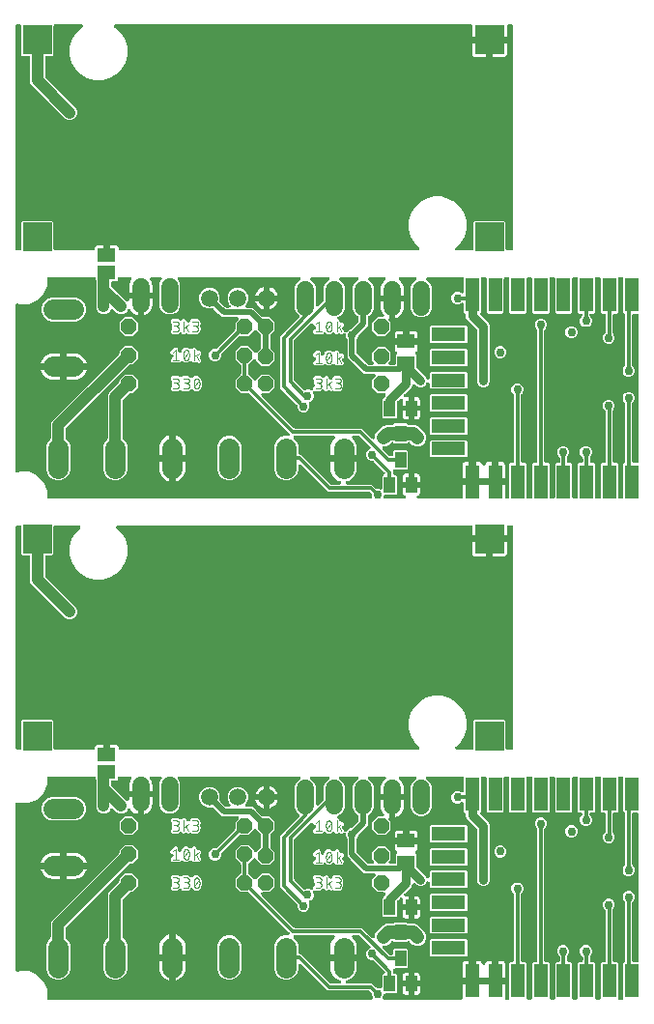
<source format=gbr>
G04 EAGLE Gerber RS-274X export*
G75*
%MOMM*%
%FSLAX34Y34*%
%LPD*%
%INTop Copper*%
%IPPOS*%
%AMOC8*
5,1,8,0,0,1.08239X$1,22.5*%
G01*
%ADD10C,0.101600*%
%ADD11R,1.500000X1.300000*%
%ADD12C,1.524000*%
%ADD13P,1.429621X8X22.500000*%
%ADD14P,1.429621X8X202.500000*%
%ADD15R,1.000000X1.400000*%
%ADD16R,1.200000X3.000000*%
%ADD17R,3.000000X1.200000*%
%ADD18C,1.508000*%
%ADD19C,1.790700*%
%ADD20R,2.500000X2.500000*%
%ADD21R,1.600200X1.168400*%
%ADD22C,0.300000*%
%ADD23C,0.756400*%
%ADD24C,1.200000*%
%ADD25C,1.000000*%
%ADD26C,0.800000*%
%ADD27C,0.500000*%

G36*
X13891Y666665D02*
X13891Y666665D01*
X13927Y666662D01*
X14063Y666685D01*
X14199Y666701D01*
X14233Y666713D01*
X14268Y666718D01*
X14395Y666771D01*
X14525Y666818D01*
X14554Y666837D01*
X14587Y666851D01*
X14699Y666932D01*
X14814Y667007D01*
X14839Y667033D01*
X14867Y667053D01*
X14958Y667157D01*
X15053Y667257D01*
X15071Y667288D01*
X15094Y667314D01*
X15158Y667437D01*
X15228Y667555D01*
X15238Y667589D01*
X15255Y667621D01*
X15289Y667754D01*
X15330Y667886D01*
X15332Y667921D01*
X15341Y667955D01*
X15355Y668160D01*
X15355Y691772D01*
X16248Y692665D01*
X42512Y692665D01*
X43405Y691772D01*
X43405Y668160D01*
X43409Y668125D01*
X43406Y668089D01*
X43429Y667953D01*
X43445Y667817D01*
X43457Y667783D01*
X43462Y667748D01*
X43515Y667621D01*
X43562Y667491D01*
X43581Y667462D01*
X43595Y667429D01*
X43676Y667317D01*
X43751Y667202D01*
X43777Y667177D01*
X43797Y667149D01*
X43901Y667058D01*
X44001Y666963D01*
X44032Y666945D01*
X44058Y666922D01*
X44181Y666858D01*
X44299Y666788D01*
X44333Y666778D01*
X44365Y666761D01*
X44498Y666727D01*
X44630Y666686D01*
X44665Y666684D01*
X44699Y666675D01*
X44904Y666661D01*
X77959Y666661D01*
X77994Y666665D01*
X78030Y666662D01*
X78166Y666685D01*
X78302Y666701D01*
X78336Y666713D01*
X78371Y666718D01*
X78498Y666771D01*
X78628Y666818D01*
X78657Y666837D01*
X78690Y666851D01*
X78802Y666932D01*
X78917Y667007D01*
X78942Y667033D01*
X78970Y667053D01*
X79061Y667157D01*
X79156Y667257D01*
X79174Y667288D01*
X79197Y667314D01*
X79261Y667437D01*
X79331Y667555D01*
X79341Y667589D01*
X79358Y667621D01*
X79392Y667754D01*
X79433Y667886D01*
X79435Y667921D01*
X79444Y667955D01*
X79458Y668160D01*
X79458Y668797D01*
X79631Y669443D01*
X79966Y670022D01*
X80439Y670495D01*
X81018Y670830D01*
X81664Y671003D01*
X87080Y671003D01*
X87080Y668160D01*
X87084Y668125D01*
X87081Y668089D01*
X87104Y667953D01*
X87120Y667817D01*
X87132Y667783D01*
X87137Y667748D01*
X87190Y667621D01*
X87237Y667491D01*
X87256Y667462D01*
X87270Y667429D01*
X87351Y667317D01*
X87426Y667202D01*
X87452Y667177D01*
X87472Y667149D01*
X87576Y667058D01*
X87676Y666963D01*
X87707Y666945D01*
X87733Y666922D01*
X87856Y666858D01*
X87974Y666788D01*
X88008Y666778D01*
X88039Y666761D01*
X88173Y666727D01*
X88305Y666686D01*
X88340Y666684D01*
X88374Y666675D01*
X88579Y666661D01*
X91421Y666661D01*
X91456Y666665D01*
X91492Y666662D01*
X91628Y666685D01*
X91764Y666701D01*
X91798Y666713D01*
X91833Y666718D01*
X91960Y666771D01*
X92090Y666818D01*
X92119Y666837D01*
X92152Y666851D01*
X92264Y666932D01*
X92379Y667007D01*
X92404Y667033D01*
X92432Y667053D01*
X92523Y667157D01*
X92618Y667257D01*
X92636Y667288D01*
X92659Y667314D01*
X92723Y667437D01*
X92793Y667555D01*
X92803Y667589D01*
X92820Y667621D01*
X92854Y667754D01*
X92895Y667886D01*
X92897Y667921D01*
X92906Y667955D01*
X92920Y668160D01*
X92920Y671003D01*
X98336Y671003D01*
X98982Y670830D01*
X99561Y670495D01*
X100034Y670022D01*
X100369Y669443D01*
X100542Y668797D01*
X100542Y668160D01*
X100546Y668125D01*
X100543Y668089D01*
X100566Y667953D01*
X100582Y667817D01*
X100594Y667783D01*
X100599Y667748D01*
X100652Y667621D01*
X100699Y667491D01*
X100718Y667462D01*
X100732Y667429D01*
X100813Y667317D01*
X100888Y667202D01*
X100914Y667177D01*
X100934Y667149D01*
X101038Y667058D01*
X101138Y666963D01*
X101169Y666945D01*
X101195Y666922D01*
X101318Y666858D01*
X101436Y666788D01*
X101470Y666778D01*
X101502Y666761D01*
X101635Y666727D01*
X101767Y666686D01*
X101802Y666684D01*
X101836Y666675D01*
X102041Y666661D01*
X362837Y666661D01*
X362941Y666673D01*
X363045Y666675D01*
X363112Y666693D01*
X363181Y666701D01*
X363279Y666736D01*
X363380Y666762D01*
X363441Y666795D01*
X363506Y666818D01*
X363593Y666875D01*
X363685Y666924D01*
X363737Y666969D01*
X363795Y667007D01*
X363867Y667082D01*
X363946Y667151D01*
X363986Y667207D01*
X364034Y667257D01*
X364087Y667347D01*
X364148Y667432D01*
X364174Y667496D01*
X364209Y667555D01*
X364240Y667655D01*
X364280Y667751D01*
X364291Y667820D01*
X364311Y667886D01*
X364318Y667990D01*
X364335Y668093D01*
X364330Y668162D01*
X364335Y668231D01*
X364318Y668333D01*
X364310Y668438D01*
X364290Y668504D01*
X364279Y668572D01*
X364239Y668668D01*
X364208Y668768D01*
X364173Y668827D01*
X364146Y668891D01*
X364085Y668976D01*
X364032Y669065D01*
X363964Y669144D01*
X363944Y669171D01*
X363927Y669186D01*
X363897Y669220D01*
X359766Y673351D01*
X356454Y679088D01*
X354739Y685487D01*
X354739Y692113D01*
X356454Y698512D01*
X359766Y704249D01*
X364451Y708934D01*
X370188Y712246D01*
X376587Y713961D01*
X383213Y713961D01*
X389612Y712246D01*
X395349Y708934D01*
X400034Y704249D01*
X403346Y698512D01*
X405061Y692113D01*
X405061Y685487D01*
X403346Y679088D01*
X400034Y673351D01*
X395903Y669220D01*
X395838Y669138D01*
X395766Y669063D01*
X395731Y669003D01*
X395688Y668949D01*
X395644Y668855D01*
X395591Y668765D01*
X395571Y668699D01*
X395541Y668636D01*
X395520Y668534D01*
X395489Y668434D01*
X395484Y668365D01*
X395470Y668298D01*
X395472Y668194D01*
X395465Y668089D01*
X395476Y668021D01*
X395478Y667952D01*
X395504Y667851D01*
X395521Y667748D01*
X395548Y667684D01*
X395565Y667618D01*
X395614Y667525D01*
X395654Y667429D01*
X395694Y667373D01*
X395727Y667312D01*
X395795Y667233D01*
X395856Y667149D01*
X395908Y667103D01*
X395954Y667051D01*
X396038Y666990D01*
X396117Y666922D01*
X396178Y666890D01*
X396235Y666849D01*
X396331Y666810D01*
X396423Y666761D01*
X396490Y666744D01*
X396554Y666718D01*
X396657Y666701D01*
X396758Y666675D01*
X396862Y666668D01*
X396896Y666662D01*
X396918Y666664D01*
X396963Y666661D01*
X410096Y666661D01*
X410131Y666665D01*
X410167Y666662D01*
X410303Y666685D01*
X410439Y666701D01*
X410473Y666713D01*
X410508Y666718D01*
X410635Y666771D01*
X410765Y666818D01*
X410794Y666837D01*
X410827Y666851D01*
X410939Y666932D01*
X411054Y667007D01*
X411079Y667033D01*
X411107Y667053D01*
X411198Y667157D01*
X411293Y667257D01*
X411311Y667288D01*
X411334Y667314D01*
X411398Y667437D01*
X411468Y667555D01*
X411478Y667589D01*
X411495Y667621D01*
X411529Y667754D01*
X411570Y667886D01*
X411572Y667921D01*
X411581Y667955D01*
X411595Y668160D01*
X411595Y691772D01*
X412488Y692665D01*
X438752Y692665D01*
X439645Y691772D01*
X439645Y668160D01*
X439649Y668125D01*
X439646Y668089D01*
X439669Y667953D01*
X439685Y667817D01*
X439697Y667783D01*
X439702Y667748D01*
X439755Y667621D01*
X439802Y667491D01*
X439821Y667462D01*
X439835Y667429D01*
X439916Y667317D01*
X439991Y667202D01*
X440017Y667177D01*
X440037Y667149D01*
X440141Y667058D01*
X440241Y666963D01*
X440272Y666945D01*
X440298Y666922D01*
X440421Y666858D01*
X440539Y666788D01*
X440573Y666778D01*
X440605Y666761D01*
X440738Y666727D01*
X440870Y666686D01*
X440905Y666684D01*
X440939Y666675D01*
X441144Y666661D01*
X445000Y666661D01*
X445035Y666665D01*
X445071Y666662D01*
X445207Y666685D01*
X445343Y666701D01*
X445377Y666713D01*
X445412Y666718D01*
X445539Y666771D01*
X445669Y666818D01*
X445698Y666837D01*
X445731Y666851D01*
X445843Y666932D01*
X445958Y667007D01*
X445983Y667033D01*
X446011Y667053D01*
X446102Y667157D01*
X446197Y667257D01*
X446215Y667288D01*
X446238Y667314D01*
X446302Y667437D01*
X446372Y667555D01*
X446382Y667589D01*
X446399Y667621D01*
X446433Y667754D01*
X446474Y667886D01*
X446476Y667921D01*
X446485Y667955D01*
X446499Y668160D01*
X446499Y863340D01*
X446495Y863375D01*
X446498Y863411D01*
X446475Y863547D01*
X446459Y863683D01*
X446447Y863717D01*
X446442Y863752D01*
X446389Y863879D01*
X446342Y864009D01*
X446323Y864038D01*
X446309Y864071D01*
X446228Y864183D01*
X446153Y864298D01*
X446127Y864323D01*
X446107Y864351D01*
X446003Y864442D01*
X445903Y864537D01*
X445872Y864555D01*
X445846Y864578D01*
X445723Y864642D01*
X445605Y864712D01*
X445571Y864722D01*
X445539Y864739D01*
X445406Y864773D01*
X445274Y864814D01*
X445239Y864816D01*
X445205Y864825D01*
X445000Y864839D01*
X442160Y864839D01*
X442125Y864835D01*
X442089Y864838D01*
X441953Y864815D01*
X441817Y864799D01*
X441783Y864787D01*
X441748Y864782D01*
X441621Y864729D01*
X441491Y864682D01*
X441462Y864663D01*
X441429Y864649D01*
X441317Y864568D01*
X441202Y864493D01*
X441177Y864467D01*
X441149Y864447D01*
X441058Y864343D01*
X440963Y864243D01*
X440945Y864212D01*
X440922Y864186D01*
X440858Y864063D01*
X440788Y863945D01*
X440778Y863911D01*
X440761Y863879D01*
X440727Y863746D01*
X440686Y863614D01*
X440684Y863579D01*
X440675Y863545D01*
X440661Y863340D01*
X440661Y854359D01*
X427120Y854359D01*
X427085Y854355D01*
X427050Y854358D01*
X426913Y854335D01*
X426777Y854319D01*
X426743Y854307D01*
X426708Y854302D01*
X426581Y854249D01*
X426452Y854202D01*
X426422Y854182D01*
X426389Y854169D01*
X426277Y854088D01*
X426162Y854013D01*
X426137Y853987D01*
X426109Y853967D01*
X426018Y853862D01*
X425923Y853763D01*
X425905Y853732D01*
X425882Y853706D01*
X425818Y853583D01*
X425748Y853465D01*
X425738Y853431D01*
X425721Y853399D01*
X425687Y853266D01*
X425646Y853134D01*
X425644Y853099D01*
X425635Y853065D01*
X425621Y852860D01*
X425621Y851359D01*
X425619Y851359D01*
X425619Y852860D01*
X425615Y852895D01*
X425617Y852931D01*
X425595Y853067D01*
X425579Y853203D01*
X425567Y853237D01*
X425561Y853272D01*
X425509Y853399D01*
X425462Y853529D01*
X425442Y853558D01*
X425429Y853591D01*
X425348Y853703D01*
X425273Y853818D01*
X425247Y853843D01*
X425227Y853871D01*
X425122Y853962D01*
X425023Y854057D01*
X424992Y854075D01*
X424965Y854098D01*
X424843Y854162D01*
X424725Y854232D01*
X424691Y854242D01*
X424659Y854259D01*
X424526Y854293D01*
X424394Y854334D01*
X424359Y854336D01*
X424325Y854345D01*
X424120Y854359D01*
X410579Y854359D01*
X410579Y863340D01*
X410575Y863375D01*
X410578Y863411D01*
X410555Y863547D01*
X410539Y863683D01*
X410527Y863717D01*
X410522Y863752D01*
X410469Y863879D01*
X410422Y864009D01*
X410403Y864038D01*
X410389Y864071D01*
X410308Y864183D01*
X410233Y864298D01*
X410207Y864323D01*
X410187Y864351D01*
X410083Y864442D01*
X409983Y864537D01*
X409952Y864555D01*
X409926Y864578D01*
X409803Y864642D01*
X409685Y864712D01*
X409651Y864722D01*
X409619Y864739D01*
X409486Y864773D01*
X409354Y864814D01*
X409319Y864816D01*
X409285Y864825D01*
X409080Y864839D01*
X97692Y864839D01*
X97566Y864825D01*
X97439Y864818D01*
X97395Y864805D01*
X97349Y864799D01*
X97229Y864756D01*
X97107Y864720D01*
X97067Y864698D01*
X97024Y864682D01*
X96917Y864612D01*
X96807Y864550D01*
X96773Y864518D01*
X96734Y864493D01*
X96646Y864401D01*
X96553Y864315D01*
X96527Y864276D01*
X96495Y864243D01*
X96431Y864133D01*
X96360Y864028D01*
X96344Y863984D01*
X96320Y863945D01*
X96283Y863823D01*
X96238Y863704D01*
X96232Y863659D01*
X96218Y863614D01*
X96210Y863487D01*
X96193Y863361D01*
X96198Y863316D01*
X96195Y863269D01*
X96215Y863144D01*
X96228Y863017D01*
X96243Y862974D01*
X96251Y862928D01*
X96299Y862811D01*
X96341Y862691D01*
X96366Y862652D01*
X96383Y862609D01*
X96458Y862506D01*
X96526Y862398D01*
X96559Y862366D01*
X96586Y862329D01*
X96682Y862245D01*
X96772Y862156D01*
X96825Y862121D01*
X96847Y862102D01*
X96875Y862087D01*
X96943Y862042D01*
X98169Y861334D01*
X102854Y856649D01*
X106166Y850912D01*
X107881Y844513D01*
X107881Y837887D01*
X106166Y831488D01*
X102854Y825751D01*
X98169Y821066D01*
X92432Y817754D01*
X86033Y816039D01*
X79407Y816039D01*
X73008Y817754D01*
X67271Y821066D01*
X62586Y825751D01*
X59274Y831488D01*
X57559Y837887D01*
X57559Y844513D01*
X59274Y850912D01*
X62586Y856649D01*
X67271Y861334D01*
X68497Y862042D01*
X68599Y862117D01*
X68706Y862187D01*
X68738Y862220D01*
X68775Y862248D01*
X68857Y862345D01*
X68945Y862437D01*
X68968Y862477D01*
X68998Y862512D01*
X69055Y862626D01*
X69120Y862735D01*
X69133Y862779D01*
X69154Y862821D01*
X69184Y862944D01*
X69222Y863066D01*
X69225Y863112D01*
X69236Y863157D01*
X69237Y863283D01*
X69245Y863411D01*
X69238Y863456D01*
X69238Y863502D01*
X69210Y863626D01*
X69189Y863752D01*
X69172Y863794D01*
X69161Y863839D01*
X69105Y863954D01*
X69057Y864071D01*
X69030Y864108D01*
X69009Y864150D01*
X68929Y864248D01*
X68854Y864351D01*
X68820Y864382D01*
X68790Y864417D01*
X68689Y864495D01*
X68593Y864578D01*
X68552Y864600D01*
X68516Y864628D01*
X68400Y864680D01*
X68287Y864739D01*
X68242Y864750D01*
X68200Y864769D01*
X68076Y864793D01*
X67952Y864825D01*
X67889Y864830D01*
X67861Y864835D01*
X67829Y864834D01*
X67748Y864839D01*
X44904Y864839D01*
X44869Y864835D01*
X44833Y864838D01*
X44697Y864815D01*
X44561Y864799D01*
X44527Y864787D01*
X44492Y864782D01*
X44365Y864729D01*
X44235Y864682D01*
X44206Y864663D01*
X44173Y864649D01*
X44061Y864568D01*
X43946Y864493D01*
X43921Y864467D01*
X43893Y864447D01*
X43802Y864343D01*
X43707Y864243D01*
X43689Y864212D01*
X43666Y864186D01*
X43602Y864063D01*
X43532Y863945D01*
X43522Y863911D01*
X43505Y863879D01*
X43471Y863746D01*
X43430Y863614D01*
X43428Y863579D01*
X43419Y863545D01*
X43405Y863340D01*
X43405Y838228D01*
X42512Y837335D01*
X37404Y837335D01*
X37369Y837331D01*
X37333Y837334D01*
X37197Y837311D01*
X37061Y837295D01*
X37027Y837283D01*
X36992Y837278D01*
X36865Y837225D01*
X36735Y837178D01*
X36706Y837159D01*
X36673Y837145D01*
X36561Y837064D01*
X36446Y836989D01*
X36421Y836963D01*
X36393Y836943D01*
X36302Y836839D01*
X36207Y836739D01*
X36189Y836708D01*
X36166Y836682D01*
X36102Y836559D01*
X36032Y836441D01*
X36022Y836407D01*
X36005Y836375D01*
X35971Y836242D01*
X35930Y836110D01*
X35928Y836075D01*
X35919Y836041D01*
X35905Y835836D01*
X35905Y818944D01*
X35921Y818805D01*
X35931Y818666D01*
X35941Y818634D01*
X35945Y818600D01*
X35992Y818469D01*
X36033Y818336D01*
X36051Y818307D01*
X36062Y818275D01*
X36138Y818158D01*
X36209Y818038D01*
X36239Y818004D01*
X36251Y817985D01*
X36275Y817962D01*
X36344Y817884D01*
X63031Y791196D01*
X64025Y788798D01*
X64025Y786202D01*
X63031Y783804D01*
X61196Y781969D01*
X58798Y780975D01*
X56202Y780975D01*
X53804Y781969D01*
X23849Y811924D01*
X22855Y814322D01*
X22855Y835836D01*
X22851Y835871D01*
X22854Y835907D01*
X22831Y836043D01*
X22815Y836179D01*
X22803Y836213D01*
X22798Y836248D01*
X22745Y836375D01*
X22698Y836505D01*
X22679Y836534D01*
X22665Y836567D01*
X22584Y836679D01*
X22509Y836794D01*
X22483Y836819D01*
X22463Y836847D01*
X22359Y836938D01*
X22259Y837033D01*
X22228Y837051D01*
X22202Y837074D01*
X22079Y837138D01*
X21961Y837208D01*
X21927Y837218D01*
X21895Y837235D01*
X21762Y837269D01*
X21630Y837310D01*
X21595Y837312D01*
X21561Y837321D01*
X21356Y837335D01*
X16248Y837335D01*
X15355Y838228D01*
X15355Y863340D01*
X15351Y863375D01*
X15354Y863411D01*
X15331Y863547D01*
X15315Y863683D01*
X15303Y863717D01*
X15298Y863752D01*
X15245Y863879D01*
X15198Y864009D01*
X15179Y864038D01*
X15165Y864071D01*
X15084Y864183D01*
X15009Y864298D01*
X14983Y864323D01*
X14963Y864351D01*
X14859Y864442D01*
X14759Y864537D01*
X14728Y864555D01*
X14702Y864578D01*
X14579Y864642D01*
X14461Y864712D01*
X14427Y864722D01*
X14395Y864739D01*
X14262Y864773D01*
X14130Y864814D01*
X14095Y864816D01*
X14061Y864825D01*
X13856Y864839D01*
X11660Y864839D01*
X11625Y864835D01*
X11589Y864838D01*
X11453Y864815D01*
X11317Y864799D01*
X11283Y864787D01*
X11248Y864782D01*
X11121Y864729D01*
X10991Y864682D01*
X10962Y864663D01*
X10929Y864649D01*
X10817Y864568D01*
X10702Y864493D01*
X10677Y864467D01*
X10649Y864447D01*
X10558Y864343D01*
X10463Y864243D01*
X10445Y864212D01*
X10422Y864186D01*
X10358Y864063D01*
X10288Y863945D01*
X10278Y863911D01*
X10261Y863879D01*
X10227Y863746D01*
X10186Y863614D01*
X10184Y863579D01*
X10175Y863545D01*
X10161Y863340D01*
X10161Y668160D01*
X10165Y668125D01*
X10162Y668089D01*
X10185Y667953D01*
X10201Y667817D01*
X10213Y667783D01*
X10218Y667748D01*
X10271Y667621D01*
X10318Y667491D01*
X10337Y667462D01*
X10351Y667429D01*
X10432Y667317D01*
X10507Y667202D01*
X10533Y667177D01*
X10553Y667149D01*
X10657Y667058D01*
X10757Y666963D01*
X10788Y666945D01*
X10814Y666922D01*
X10937Y666858D01*
X11055Y666788D01*
X11089Y666778D01*
X11121Y666761D01*
X11254Y666727D01*
X11386Y666686D01*
X11421Y666684D01*
X11455Y666675D01*
X11660Y666661D01*
X13856Y666661D01*
X13891Y666665D01*
G37*
G36*
X13891Y229165D02*
X13891Y229165D01*
X13927Y229162D01*
X14063Y229185D01*
X14199Y229201D01*
X14233Y229213D01*
X14268Y229218D01*
X14395Y229271D01*
X14525Y229318D01*
X14554Y229337D01*
X14587Y229351D01*
X14699Y229432D01*
X14814Y229507D01*
X14839Y229533D01*
X14867Y229553D01*
X14958Y229657D01*
X15053Y229757D01*
X15071Y229788D01*
X15094Y229814D01*
X15158Y229937D01*
X15228Y230055D01*
X15238Y230089D01*
X15255Y230121D01*
X15289Y230254D01*
X15330Y230386D01*
X15332Y230421D01*
X15341Y230455D01*
X15355Y230660D01*
X15355Y254272D01*
X16248Y255165D01*
X42512Y255165D01*
X43405Y254272D01*
X43405Y230660D01*
X43409Y230625D01*
X43406Y230589D01*
X43429Y230453D01*
X43445Y230317D01*
X43457Y230283D01*
X43462Y230248D01*
X43515Y230121D01*
X43562Y229991D01*
X43581Y229962D01*
X43595Y229929D01*
X43676Y229817D01*
X43751Y229702D01*
X43777Y229677D01*
X43797Y229649D01*
X43901Y229558D01*
X44001Y229463D01*
X44032Y229445D01*
X44058Y229422D01*
X44181Y229358D01*
X44299Y229288D01*
X44333Y229278D01*
X44365Y229261D01*
X44498Y229227D01*
X44630Y229186D01*
X44665Y229184D01*
X44699Y229175D01*
X44904Y229161D01*
X77959Y229161D01*
X77994Y229165D01*
X78030Y229162D01*
X78166Y229185D01*
X78302Y229201D01*
X78336Y229213D01*
X78371Y229218D01*
X78498Y229271D01*
X78628Y229318D01*
X78657Y229337D01*
X78690Y229351D01*
X78802Y229432D01*
X78917Y229507D01*
X78942Y229533D01*
X78970Y229553D01*
X79061Y229657D01*
X79156Y229757D01*
X79174Y229788D01*
X79197Y229814D01*
X79261Y229937D01*
X79331Y230055D01*
X79341Y230089D01*
X79358Y230121D01*
X79392Y230254D01*
X79433Y230386D01*
X79435Y230421D01*
X79444Y230455D01*
X79458Y230660D01*
X79458Y231297D01*
X79631Y231943D01*
X79966Y232522D01*
X80439Y232995D01*
X81018Y233330D01*
X81664Y233503D01*
X87080Y233503D01*
X87080Y230660D01*
X87084Y230625D01*
X87081Y230589D01*
X87104Y230453D01*
X87120Y230317D01*
X87132Y230283D01*
X87137Y230248D01*
X87190Y230121D01*
X87237Y229991D01*
X87256Y229962D01*
X87270Y229929D01*
X87351Y229817D01*
X87426Y229702D01*
X87452Y229677D01*
X87472Y229649D01*
X87576Y229558D01*
X87676Y229463D01*
X87707Y229445D01*
X87733Y229422D01*
X87856Y229358D01*
X87974Y229288D01*
X88008Y229278D01*
X88039Y229261D01*
X88173Y229227D01*
X88305Y229186D01*
X88340Y229184D01*
X88374Y229175D01*
X88579Y229161D01*
X91421Y229161D01*
X91456Y229165D01*
X91492Y229162D01*
X91628Y229185D01*
X91764Y229201D01*
X91798Y229213D01*
X91833Y229218D01*
X91960Y229271D01*
X92090Y229318D01*
X92119Y229337D01*
X92152Y229351D01*
X92264Y229432D01*
X92379Y229507D01*
X92404Y229533D01*
X92432Y229553D01*
X92523Y229657D01*
X92618Y229757D01*
X92636Y229788D01*
X92659Y229814D01*
X92723Y229937D01*
X92793Y230055D01*
X92803Y230089D01*
X92820Y230121D01*
X92854Y230254D01*
X92895Y230386D01*
X92897Y230421D01*
X92906Y230455D01*
X92920Y230660D01*
X92920Y233503D01*
X98336Y233503D01*
X98982Y233330D01*
X99561Y232995D01*
X100034Y232522D01*
X100369Y231943D01*
X100542Y231297D01*
X100542Y230660D01*
X100546Y230625D01*
X100543Y230589D01*
X100566Y230453D01*
X100582Y230317D01*
X100594Y230283D01*
X100599Y230248D01*
X100652Y230121D01*
X100699Y229991D01*
X100718Y229962D01*
X100732Y229929D01*
X100813Y229817D01*
X100888Y229702D01*
X100914Y229677D01*
X100934Y229649D01*
X101038Y229558D01*
X101138Y229463D01*
X101169Y229445D01*
X101195Y229422D01*
X101318Y229358D01*
X101436Y229288D01*
X101470Y229278D01*
X101502Y229261D01*
X101635Y229227D01*
X101767Y229186D01*
X101802Y229184D01*
X101836Y229175D01*
X102041Y229161D01*
X362837Y229161D01*
X362941Y229173D01*
X363045Y229175D01*
X363112Y229193D01*
X363181Y229201D01*
X363279Y229236D01*
X363380Y229262D01*
X363441Y229295D01*
X363506Y229318D01*
X363593Y229375D01*
X363685Y229424D01*
X363737Y229469D01*
X363795Y229507D01*
X363867Y229582D01*
X363946Y229651D01*
X363986Y229707D01*
X364034Y229757D01*
X364087Y229847D01*
X364148Y229932D01*
X364174Y229996D01*
X364209Y230055D01*
X364240Y230155D01*
X364280Y230251D01*
X364291Y230320D01*
X364311Y230386D01*
X364318Y230490D01*
X364335Y230593D01*
X364330Y230662D01*
X364335Y230731D01*
X364318Y230833D01*
X364310Y230938D01*
X364290Y231004D01*
X364279Y231072D01*
X364239Y231168D01*
X364208Y231268D01*
X364173Y231327D01*
X364146Y231391D01*
X364085Y231476D01*
X364032Y231565D01*
X363964Y231644D01*
X363944Y231671D01*
X363927Y231686D01*
X363897Y231720D01*
X359766Y235851D01*
X356454Y241588D01*
X354739Y247987D01*
X354739Y254613D01*
X356454Y261012D01*
X359766Y266749D01*
X364451Y271434D01*
X370188Y274746D01*
X376587Y276461D01*
X383213Y276461D01*
X389612Y274746D01*
X395349Y271434D01*
X400034Y266749D01*
X403346Y261012D01*
X405061Y254613D01*
X405061Y247987D01*
X403346Y241588D01*
X400034Y235851D01*
X395903Y231720D01*
X395838Y231638D01*
X395766Y231563D01*
X395731Y231503D01*
X395688Y231449D01*
X395644Y231355D01*
X395591Y231265D01*
X395571Y231199D01*
X395541Y231136D01*
X395520Y231034D01*
X395489Y230934D01*
X395484Y230865D01*
X395470Y230798D01*
X395472Y230694D01*
X395465Y230589D01*
X395476Y230521D01*
X395478Y230452D01*
X395504Y230351D01*
X395521Y230248D01*
X395548Y230184D01*
X395565Y230118D01*
X395614Y230025D01*
X395654Y229929D01*
X395694Y229873D01*
X395727Y229812D01*
X395795Y229733D01*
X395856Y229649D01*
X395908Y229603D01*
X395954Y229551D01*
X396038Y229490D01*
X396117Y229422D01*
X396178Y229390D01*
X396235Y229349D01*
X396331Y229310D01*
X396423Y229261D01*
X396490Y229244D01*
X396554Y229218D01*
X396657Y229201D01*
X396758Y229175D01*
X396862Y229168D01*
X396896Y229162D01*
X396918Y229164D01*
X396963Y229161D01*
X410096Y229161D01*
X410131Y229165D01*
X410167Y229162D01*
X410303Y229185D01*
X410439Y229201D01*
X410473Y229213D01*
X410508Y229218D01*
X410635Y229271D01*
X410765Y229318D01*
X410794Y229337D01*
X410827Y229351D01*
X410939Y229432D01*
X411054Y229507D01*
X411079Y229533D01*
X411107Y229553D01*
X411198Y229657D01*
X411293Y229757D01*
X411311Y229788D01*
X411334Y229814D01*
X411398Y229937D01*
X411468Y230055D01*
X411478Y230089D01*
X411495Y230121D01*
X411529Y230254D01*
X411570Y230386D01*
X411572Y230421D01*
X411581Y230455D01*
X411595Y230660D01*
X411595Y254272D01*
X412488Y255165D01*
X438752Y255165D01*
X439645Y254272D01*
X439645Y230660D01*
X439649Y230625D01*
X439646Y230589D01*
X439669Y230453D01*
X439685Y230317D01*
X439697Y230283D01*
X439702Y230248D01*
X439755Y230121D01*
X439802Y229991D01*
X439821Y229962D01*
X439835Y229929D01*
X439916Y229817D01*
X439991Y229702D01*
X440017Y229677D01*
X440037Y229649D01*
X440141Y229558D01*
X440241Y229463D01*
X440272Y229445D01*
X440298Y229422D01*
X440421Y229358D01*
X440539Y229288D01*
X440573Y229278D01*
X440605Y229261D01*
X440738Y229227D01*
X440870Y229186D01*
X440905Y229184D01*
X440939Y229175D01*
X441144Y229161D01*
X445000Y229161D01*
X445035Y229165D01*
X445071Y229162D01*
X445207Y229185D01*
X445343Y229201D01*
X445377Y229213D01*
X445412Y229218D01*
X445539Y229271D01*
X445669Y229318D01*
X445698Y229337D01*
X445731Y229351D01*
X445843Y229432D01*
X445958Y229507D01*
X445983Y229533D01*
X446011Y229553D01*
X446102Y229657D01*
X446197Y229757D01*
X446215Y229788D01*
X446238Y229814D01*
X446302Y229937D01*
X446372Y230055D01*
X446382Y230089D01*
X446399Y230121D01*
X446433Y230254D01*
X446474Y230386D01*
X446476Y230421D01*
X446485Y230455D01*
X446499Y230660D01*
X446499Y424340D01*
X446495Y424375D01*
X446498Y424411D01*
X446475Y424547D01*
X446459Y424683D01*
X446447Y424717D01*
X446442Y424752D01*
X446389Y424879D01*
X446342Y425009D01*
X446323Y425038D01*
X446309Y425071D01*
X446228Y425183D01*
X446153Y425298D01*
X446127Y425323D01*
X446107Y425351D01*
X446003Y425442D01*
X445903Y425537D01*
X445872Y425555D01*
X445846Y425578D01*
X445723Y425642D01*
X445605Y425712D01*
X445571Y425722D01*
X445539Y425739D01*
X445406Y425773D01*
X445274Y425814D01*
X445239Y425816D01*
X445205Y425825D01*
X445000Y425839D01*
X442160Y425839D01*
X442125Y425835D01*
X442089Y425838D01*
X441953Y425815D01*
X441817Y425799D01*
X441783Y425787D01*
X441748Y425782D01*
X441621Y425729D01*
X441491Y425682D01*
X441462Y425663D01*
X441429Y425649D01*
X441317Y425568D01*
X441202Y425493D01*
X441177Y425467D01*
X441149Y425447D01*
X441058Y425343D01*
X440963Y425243D01*
X440945Y425212D01*
X440922Y425186D01*
X440858Y425063D01*
X440788Y424945D01*
X440778Y424911D01*
X440761Y424879D01*
X440727Y424746D01*
X440686Y424614D01*
X440684Y424579D01*
X440675Y424545D01*
X440661Y424340D01*
X440661Y416859D01*
X427120Y416859D01*
X427085Y416855D01*
X427050Y416858D01*
X426913Y416835D01*
X426777Y416819D01*
X426743Y416807D01*
X426708Y416802D01*
X426581Y416749D01*
X426452Y416702D01*
X426422Y416682D01*
X426389Y416669D01*
X426277Y416588D01*
X426162Y416513D01*
X426137Y416487D01*
X426109Y416467D01*
X426018Y416362D01*
X425923Y416263D01*
X425905Y416232D01*
X425882Y416206D01*
X425818Y416083D01*
X425748Y415965D01*
X425738Y415931D01*
X425721Y415899D01*
X425687Y415766D01*
X425646Y415634D01*
X425644Y415599D01*
X425635Y415565D01*
X425621Y415360D01*
X425621Y413859D01*
X425619Y413859D01*
X425619Y415360D01*
X425615Y415395D01*
X425617Y415431D01*
X425595Y415567D01*
X425579Y415703D01*
X425567Y415737D01*
X425561Y415772D01*
X425509Y415899D01*
X425462Y416029D01*
X425442Y416058D01*
X425429Y416091D01*
X425348Y416203D01*
X425273Y416318D01*
X425247Y416343D01*
X425227Y416371D01*
X425122Y416462D01*
X425023Y416557D01*
X424992Y416575D01*
X424965Y416598D01*
X424843Y416662D01*
X424725Y416732D01*
X424691Y416742D01*
X424659Y416759D01*
X424526Y416793D01*
X424394Y416834D01*
X424359Y416836D01*
X424325Y416845D01*
X424120Y416859D01*
X410579Y416859D01*
X410579Y424340D01*
X410575Y424375D01*
X410578Y424411D01*
X410555Y424547D01*
X410539Y424683D01*
X410527Y424717D01*
X410522Y424752D01*
X410469Y424879D01*
X410422Y425009D01*
X410403Y425038D01*
X410389Y425071D01*
X410308Y425183D01*
X410233Y425298D01*
X410207Y425323D01*
X410187Y425351D01*
X410083Y425442D01*
X409983Y425537D01*
X409952Y425555D01*
X409926Y425578D01*
X409803Y425642D01*
X409685Y425712D01*
X409651Y425722D01*
X409619Y425739D01*
X409486Y425773D01*
X409354Y425814D01*
X409319Y425816D01*
X409285Y425825D01*
X409080Y425839D01*
X99783Y425839D01*
X99679Y425827D01*
X99575Y425825D01*
X99508Y425807D01*
X99439Y425799D01*
X99341Y425764D01*
X99240Y425738D01*
X99179Y425705D01*
X99114Y425682D01*
X99027Y425625D01*
X98935Y425576D01*
X98883Y425531D01*
X98825Y425493D01*
X98753Y425418D01*
X98674Y425349D01*
X98634Y425293D01*
X98586Y425243D01*
X98533Y425153D01*
X98472Y425068D01*
X98446Y425004D01*
X98411Y424945D01*
X98380Y424845D01*
X98340Y424749D01*
X98329Y424680D01*
X98309Y424614D01*
X98302Y424510D01*
X98285Y424407D01*
X98290Y424338D01*
X98285Y424269D01*
X98302Y424167D01*
X98310Y424062D01*
X98330Y423996D01*
X98341Y423928D01*
X98381Y423832D01*
X98412Y423732D01*
X98447Y423673D01*
X98474Y423609D01*
X98535Y423524D01*
X98588Y423435D01*
X98656Y423356D01*
X98676Y423329D01*
X98693Y423314D01*
X98723Y423280D01*
X102854Y419149D01*
X106166Y413412D01*
X107881Y407013D01*
X107881Y400387D01*
X106166Y393988D01*
X102854Y388251D01*
X98169Y383566D01*
X92432Y380254D01*
X86033Y378539D01*
X79407Y378539D01*
X73008Y380254D01*
X67271Y383566D01*
X62586Y388251D01*
X59274Y393988D01*
X57559Y400387D01*
X57559Y407013D01*
X59274Y413412D01*
X62586Y419149D01*
X66717Y423280D01*
X66782Y423362D01*
X66854Y423437D01*
X66889Y423497D01*
X66932Y423551D01*
X66976Y423645D01*
X67029Y423735D01*
X67049Y423801D01*
X67079Y423864D01*
X67100Y423966D01*
X67131Y424066D01*
X67136Y424135D01*
X67150Y424202D01*
X67148Y424306D01*
X67155Y424411D01*
X67144Y424479D01*
X67142Y424548D01*
X67116Y424649D01*
X67099Y424752D01*
X67072Y424816D01*
X67055Y424882D01*
X67006Y424975D01*
X66966Y425071D01*
X66926Y425127D01*
X66893Y425188D01*
X66825Y425267D01*
X66764Y425351D01*
X66712Y425397D01*
X66666Y425449D01*
X66582Y425510D01*
X66503Y425578D01*
X66442Y425610D01*
X66385Y425651D01*
X66289Y425690D01*
X66197Y425739D01*
X66130Y425756D01*
X66066Y425782D01*
X65963Y425799D01*
X65862Y425825D01*
X65758Y425832D01*
X65724Y425838D01*
X65702Y425836D01*
X65657Y425839D01*
X44904Y425839D01*
X44869Y425835D01*
X44833Y425838D01*
X44697Y425815D01*
X44561Y425799D01*
X44527Y425787D01*
X44492Y425782D01*
X44365Y425729D01*
X44235Y425682D01*
X44206Y425663D01*
X44173Y425649D01*
X44061Y425568D01*
X43946Y425493D01*
X43921Y425467D01*
X43893Y425447D01*
X43802Y425343D01*
X43707Y425243D01*
X43689Y425212D01*
X43666Y425186D01*
X43602Y425063D01*
X43532Y424945D01*
X43522Y424911D01*
X43505Y424879D01*
X43471Y424746D01*
X43430Y424614D01*
X43428Y424579D01*
X43419Y424545D01*
X43405Y424340D01*
X43405Y400728D01*
X42512Y399835D01*
X37404Y399835D01*
X37369Y399831D01*
X37333Y399834D01*
X37197Y399811D01*
X37061Y399795D01*
X37027Y399783D01*
X36992Y399778D01*
X36865Y399725D01*
X36735Y399678D01*
X36706Y399659D01*
X36673Y399645D01*
X36561Y399564D01*
X36446Y399489D01*
X36421Y399463D01*
X36393Y399443D01*
X36302Y399339D01*
X36207Y399239D01*
X36189Y399208D01*
X36166Y399182D01*
X36102Y399059D01*
X36032Y398941D01*
X36022Y398907D01*
X36005Y398875D01*
X35971Y398742D01*
X35930Y398610D01*
X35928Y398575D01*
X35919Y398541D01*
X35905Y398336D01*
X35905Y381444D01*
X35921Y381305D01*
X35931Y381166D01*
X35941Y381134D01*
X35945Y381100D01*
X35992Y380969D01*
X36033Y380836D01*
X36051Y380807D01*
X36062Y380775D01*
X36138Y380658D01*
X36209Y380538D01*
X36239Y380504D01*
X36251Y380485D01*
X36275Y380462D01*
X36344Y380384D01*
X63031Y353696D01*
X64025Y351298D01*
X64025Y348702D01*
X63031Y346304D01*
X61196Y344469D01*
X58798Y343475D01*
X56202Y343475D01*
X53804Y344469D01*
X23849Y374424D01*
X22855Y376822D01*
X22855Y398336D01*
X22851Y398371D01*
X22854Y398407D01*
X22831Y398543D01*
X22815Y398679D01*
X22803Y398713D01*
X22798Y398748D01*
X22745Y398875D01*
X22698Y399005D01*
X22679Y399034D01*
X22665Y399067D01*
X22584Y399179D01*
X22509Y399294D01*
X22483Y399319D01*
X22463Y399347D01*
X22359Y399438D01*
X22259Y399533D01*
X22228Y399551D01*
X22202Y399574D01*
X22079Y399638D01*
X21961Y399708D01*
X21927Y399718D01*
X21895Y399735D01*
X21762Y399769D01*
X21630Y399810D01*
X21595Y399812D01*
X21561Y399821D01*
X21356Y399835D01*
X16248Y399835D01*
X15355Y400728D01*
X15355Y424340D01*
X15351Y424375D01*
X15354Y424411D01*
X15331Y424547D01*
X15315Y424683D01*
X15303Y424717D01*
X15298Y424752D01*
X15245Y424879D01*
X15198Y425009D01*
X15179Y425038D01*
X15165Y425071D01*
X15084Y425183D01*
X15009Y425298D01*
X14983Y425323D01*
X14963Y425351D01*
X14859Y425442D01*
X14759Y425537D01*
X14728Y425555D01*
X14702Y425578D01*
X14579Y425642D01*
X14461Y425712D01*
X14427Y425722D01*
X14395Y425739D01*
X14262Y425773D01*
X14130Y425814D01*
X14095Y425816D01*
X14061Y425825D01*
X13856Y425839D01*
X11660Y425839D01*
X11625Y425835D01*
X11589Y425838D01*
X11453Y425815D01*
X11317Y425799D01*
X11283Y425787D01*
X11248Y425782D01*
X11121Y425729D01*
X10991Y425682D01*
X10962Y425663D01*
X10929Y425649D01*
X10817Y425568D01*
X10702Y425493D01*
X10677Y425467D01*
X10649Y425447D01*
X10558Y425343D01*
X10463Y425243D01*
X10445Y425212D01*
X10422Y425186D01*
X10358Y425063D01*
X10288Y424945D01*
X10278Y424911D01*
X10261Y424879D01*
X10227Y424746D01*
X10186Y424614D01*
X10184Y424579D01*
X10175Y424545D01*
X10161Y424340D01*
X10161Y230660D01*
X10165Y230625D01*
X10162Y230589D01*
X10185Y230453D01*
X10201Y230317D01*
X10213Y230283D01*
X10218Y230248D01*
X10271Y230121D01*
X10318Y229991D01*
X10337Y229962D01*
X10351Y229929D01*
X10432Y229817D01*
X10507Y229702D01*
X10533Y229677D01*
X10553Y229649D01*
X10657Y229558D01*
X10757Y229463D01*
X10788Y229445D01*
X10814Y229422D01*
X10937Y229358D01*
X11055Y229288D01*
X11089Y229278D01*
X11121Y229261D01*
X11254Y229227D01*
X11386Y229186D01*
X11421Y229184D01*
X11455Y229175D01*
X11660Y229161D01*
X13856Y229161D01*
X13891Y229165D01*
G37*
G36*
X321672Y10179D02*
X321672Y10179D01*
X321827Y10193D01*
X321843Y10199D01*
X321860Y10201D01*
X322007Y10254D01*
X322155Y10303D01*
X322169Y10312D01*
X322185Y10318D01*
X322317Y10404D01*
X322449Y10486D01*
X322461Y10498D01*
X322475Y10507D01*
X322583Y10620D01*
X322693Y10730D01*
X322702Y10745D01*
X322714Y10757D01*
X322793Y10892D01*
X322875Y11025D01*
X322880Y11041D01*
X322889Y11055D01*
X322935Y11204D01*
X322984Y11353D01*
X322986Y11369D01*
X322991Y11386D01*
X323001Y11542D01*
X323016Y11697D01*
X323013Y11714D01*
X323014Y11731D01*
X322989Y11885D01*
X322967Y12039D01*
X322960Y12060D01*
X322958Y12072D01*
X322948Y12097D01*
X322902Y12234D01*
X322193Y13944D01*
X322193Y15408D01*
X322177Y15546D01*
X322167Y15686D01*
X322157Y15718D01*
X322153Y15752D01*
X322106Y15882D01*
X322065Y16016D01*
X322047Y16045D01*
X322036Y16077D01*
X321960Y16194D01*
X321889Y16314D01*
X321859Y16348D01*
X321847Y16366D01*
X321823Y16390D01*
X321754Y16468D01*
X320636Y17586D01*
X320527Y17673D01*
X320422Y17764D01*
X320392Y17780D01*
X320365Y17801D01*
X320239Y17860D01*
X320116Y17925D01*
X320083Y17933D01*
X320052Y17948D01*
X319916Y17976D01*
X319781Y18011D01*
X319736Y18014D01*
X319714Y18019D01*
X319680Y18018D01*
X319576Y18025D01*
X283747Y18025D01*
X260538Y41235D01*
X260456Y41300D01*
X260380Y41372D01*
X260321Y41407D01*
X260267Y41449D01*
X260172Y41494D01*
X260082Y41547D01*
X260016Y41567D01*
X259954Y41596D01*
X259852Y41618D01*
X259752Y41649D01*
X259683Y41653D01*
X259615Y41668D01*
X259511Y41665D01*
X259407Y41672D01*
X259339Y41661D01*
X259270Y41659D01*
X259169Y41633D01*
X259066Y41616D01*
X259002Y41590D01*
X258935Y41572D01*
X258843Y41524D01*
X258746Y41484D01*
X258690Y41443D01*
X258629Y41411D01*
X258551Y41342D01*
X258466Y41281D01*
X258421Y41229D01*
X258369Y41184D01*
X258308Y41099D01*
X258239Y41020D01*
X258207Y40959D01*
X258167Y40903D01*
X258127Y40806D01*
X258079Y40714D01*
X258061Y40647D01*
X258035Y40583D01*
X258018Y40480D01*
X257992Y40379D01*
X257985Y40275D01*
X257980Y40242D01*
X257981Y40220D01*
X257978Y40175D01*
X257978Y36062D01*
X256383Y32211D01*
X253435Y29263D01*
X249584Y27668D01*
X245416Y27668D01*
X241565Y29263D01*
X238617Y32211D01*
X237022Y36062D01*
X237022Y58138D01*
X238617Y61989D01*
X241565Y64937D01*
X245416Y66532D01*
X248871Y66532D01*
X248975Y66544D01*
X249079Y66546D01*
X249146Y66564D01*
X249215Y66572D01*
X249313Y66607D01*
X249414Y66633D01*
X249475Y66666D01*
X249540Y66689D01*
X249627Y66746D01*
X249720Y66795D01*
X249772Y66840D01*
X249829Y66878D01*
X249901Y66953D01*
X249980Y67022D01*
X250020Y67078D01*
X250068Y67128D01*
X250121Y67218D01*
X250182Y67303D01*
X250208Y67367D01*
X250243Y67426D01*
X250274Y67526D01*
X250314Y67623D01*
X250325Y67691D01*
X250345Y67757D01*
X250352Y67861D01*
X250369Y67964D01*
X250364Y68033D01*
X250369Y68102D01*
X250352Y68205D01*
X250344Y68309D01*
X250324Y68375D01*
X250313Y68443D01*
X250273Y68539D01*
X250242Y68639D01*
X250207Y68698D01*
X250180Y68762D01*
X250119Y68847D01*
X250066Y68937D01*
X249998Y69015D01*
X249978Y69042D01*
X249961Y69057D01*
X249931Y69091D01*
X249836Y69186D01*
X249836Y69187D01*
X215090Y103932D01*
X214981Y104019D01*
X214876Y104110D01*
X214846Y104126D01*
X214819Y104147D01*
X214693Y104206D01*
X214570Y104271D01*
X214537Y104279D01*
X214506Y104294D01*
X214370Y104322D01*
X214235Y104357D01*
X214190Y104360D01*
X214168Y104365D01*
X214134Y104364D01*
X214030Y104371D01*
X207433Y104371D01*
X202671Y109133D01*
X202671Y115867D01*
X207336Y120532D01*
X207423Y120641D01*
X207514Y120746D01*
X207530Y120776D01*
X207551Y120803D01*
X207610Y120929D01*
X207675Y121053D01*
X207683Y121085D01*
X207698Y121116D01*
X207726Y121252D01*
X207761Y121387D01*
X207764Y121432D01*
X207769Y121454D01*
X207768Y121488D01*
X207775Y121592D01*
X207775Y128408D01*
X207759Y128546D01*
X207749Y128686D01*
X207739Y128718D01*
X207735Y128751D01*
X207688Y128882D01*
X207647Y129016D01*
X207629Y129045D01*
X207618Y129077D01*
X207542Y129193D01*
X207471Y129313D01*
X207441Y129348D01*
X207429Y129366D01*
X207405Y129389D01*
X207336Y129468D01*
X202671Y134133D01*
X202671Y140867D01*
X207433Y145629D01*
X214167Y145629D01*
X218955Y140841D01*
X218961Y140819D01*
X218969Y140751D01*
X219004Y140653D01*
X219030Y140551D01*
X219063Y140490D01*
X219086Y140425D01*
X219143Y140338D01*
X219192Y140246D01*
X219237Y140194D01*
X219275Y140136D01*
X219350Y140064D01*
X219419Y139985D01*
X219475Y139945D01*
X219525Y139897D01*
X219615Y139844D01*
X219700Y139783D01*
X219764Y139757D01*
X219823Y139722D01*
X219923Y139691D01*
X220019Y139651D01*
X220088Y139640D01*
X220154Y139620D01*
X220258Y139613D01*
X220361Y139596D01*
X220430Y139601D01*
X220499Y139596D01*
X220601Y139613D01*
X220706Y139621D01*
X220772Y139641D01*
X220840Y139652D01*
X220936Y139692D01*
X221036Y139723D01*
X221095Y139759D01*
X221159Y139785D01*
X221244Y139846D01*
X221333Y139899D01*
X221412Y139968D01*
X221439Y139987D01*
X221454Y140004D01*
X221488Y140034D01*
X224736Y143282D01*
X224822Y143391D01*
X224914Y143496D01*
X224930Y143526D01*
X224951Y143553D01*
X225010Y143679D01*
X225075Y143803D01*
X225083Y143835D01*
X225098Y143866D01*
X225126Y144002D01*
X225161Y144137D01*
X225164Y144182D01*
X225169Y144204D01*
X225168Y144238D01*
X225175Y144342D01*
X225175Y154408D01*
X225159Y154546D01*
X225149Y154685D01*
X225139Y154718D01*
X225135Y154751D01*
X225088Y154882D01*
X225047Y155016D01*
X225029Y155045D01*
X225018Y155077D01*
X224942Y155193D01*
X224871Y155313D01*
X224841Y155347D01*
X224829Y155366D01*
X224805Y155389D01*
X224736Y155468D01*
X221060Y159144D01*
X221032Y159166D01*
X221009Y159193D01*
X220897Y159274D01*
X220789Y159359D01*
X220757Y159374D01*
X220728Y159395D01*
X220601Y159447D01*
X220476Y159506D01*
X220441Y159513D01*
X220409Y159526D01*
X220272Y159549D01*
X220138Y159577D01*
X220102Y159576D01*
X220067Y159582D01*
X219930Y159572D01*
X219792Y159569D01*
X219758Y159560D01*
X219722Y159557D01*
X219591Y159516D01*
X219458Y159482D01*
X219426Y159465D01*
X219392Y159455D01*
X219273Y159384D01*
X219152Y159320D01*
X219125Y159297D01*
X219095Y159279D01*
X218940Y159144D01*
X214167Y154371D01*
X206999Y154371D01*
X206930Y154386D01*
X206894Y154385D01*
X206858Y154391D01*
X206721Y154381D01*
X206584Y154378D01*
X206549Y154369D01*
X206513Y154366D01*
X206382Y154326D01*
X206249Y154291D01*
X206218Y154274D01*
X206183Y154264D01*
X206065Y154194D01*
X205944Y154130D01*
X205916Y154106D01*
X205885Y154088D01*
X205731Y153953D01*
X190746Y138968D01*
X190659Y138859D01*
X190568Y138754D01*
X190552Y138724D01*
X190531Y138697D01*
X190472Y138571D01*
X190407Y138448D01*
X190399Y138415D01*
X190384Y138384D01*
X190356Y138248D01*
X190321Y138113D01*
X190318Y138068D01*
X190313Y138046D01*
X190314Y138012D01*
X190307Y137908D01*
X190307Y136444D01*
X189499Y134494D01*
X188006Y133001D01*
X186056Y132193D01*
X183944Y132193D01*
X181994Y133001D01*
X180501Y134494D01*
X179693Y136444D01*
X179693Y138556D01*
X180501Y140506D01*
X181994Y141999D01*
X183944Y142807D01*
X185408Y142807D01*
X185546Y142823D01*
X185686Y142833D01*
X185718Y142843D01*
X185752Y142847D01*
X185882Y142894D01*
X186016Y142935D01*
X186045Y142953D01*
X186077Y142964D01*
X186194Y143040D01*
X186314Y143111D01*
X186348Y143141D01*
X186366Y143153D01*
X186390Y143177D01*
X186468Y143246D01*
X202232Y159010D01*
X202319Y159119D01*
X202410Y159224D01*
X202426Y159254D01*
X202447Y159281D01*
X202506Y159407D01*
X202571Y159530D01*
X202579Y159563D01*
X202594Y159594D01*
X202622Y159730D01*
X202630Y159760D01*
X202646Y159811D01*
X202647Y159825D01*
X202657Y159865D01*
X202660Y159910D01*
X202665Y159932D01*
X202664Y159966D01*
X202671Y160070D01*
X202671Y165867D01*
X205220Y168416D01*
X205285Y168498D01*
X205357Y168573D01*
X205392Y168633D01*
X205435Y168687D01*
X205479Y168781D01*
X205532Y168871D01*
X205552Y168937D01*
X205582Y169000D01*
X205603Y169102D01*
X205634Y169202D01*
X205639Y169271D01*
X205653Y169338D01*
X205650Y169442D01*
X205658Y169547D01*
X205646Y169615D01*
X205645Y169684D01*
X205618Y169785D01*
X205602Y169888D01*
X205575Y169952D01*
X205558Y170018D01*
X205509Y170111D01*
X205469Y170207D01*
X205429Y170263D01*
X205396Y170324D01*
X205328Y170403D01*
X205267Y170487D01*
X205214Y170533D01*
X205169Y170585D01*
X205084Y170646D01*
X205006Y170714D01*
X204944Y170746D01*
X204888Y170787D01*
X204792Y170826D01*
X204699Y170875D01*
X204632Y170892D01*
X204569Y170918D01*
X204466Y170935D01*
X204365Y170961D01*
X204261Y170968D01*
X204227Y170974D01*
X204205Y170972D01*
X204160Y170975D01*
X190833Y170975D01*
X183621Y178187D01*
X183553Y178241D01*
X183491Y178303D01*
X183418Y178348D01*
X183350Y178401D01*
X183271Y178439D01*
X183197Y178485D01*
X183115Y178512D01*
X183037Y178548D01*
X182952Y178566D01*
X182869Y178594D01*
X182783Y178602D01*
X182699Y178619D01*
X182612Y178617D01*
X182524Y178625D01*
X182440Y178613D01*
X182353Y178611D01*
X182269Y178589D01*
X182182Y178577D01*
X182045Y178531D01*
X182019Y178524D01*
X182008Y178519D01*
X181988Y178512D01*
X181803Y178435D01*
X178197Y178435D01*
X174865Y179815D01*
X172315Y182365D01*
X170935Y185697D01*
X170935Y189303D01*
X172315Y192635D01*
X174865Y195185D01*
X178197Y196565D01*
X181803Y196565D01*
X185135Y195185D01*
X187685Y192635D01*
X189065Y189303D01*
X189065Y185697D01*
X188988Y185512D01*
X188964Y185428D01*
X188931Y185347D01*
X188917Y185262D01*
X188894Y185180D01*
X188890Y185093D01*
X188876Y185006D01*
X188882Y184920D01*
X188878Y184834D01*
X188894Y184749D01*
X188900Y184661D01*
X188926Y184579D01*
X188941Y184495D01*
X188977Y184414D01*
X189003Y184331D01*
X189046Y184257D01*
X189081Y184178D01*
X189134Y184109D01*
X189178Y184033D01*
X189273Y183925D01*
X189290Y183903D01*
X189299Y183895D01*
X189313Y183879D01*
X193728Y179464D01*
X193837Y179377D01*
X193943Y179286D01*
X193973Y179270D01*
X193999Y179249D01*
X194125Y179190D01*
X194249Y179125D01*
X194281Y179117D01*
X194312Y179102D01*
X194448Y179074D01*
X194583Y179039D01*
X194629Y179036D01*
X194650Y179031D01*
X194684Y179032D01*
X194788Y179025D01*
X197036Y179025D01*
X197140Y179037D01*
X197244Y179039D01*
X197311Y179057D01*
X197380Y179065D01*
X197478Y179100D01*
X197579Y179126D01*
X197640Y179159D01*
X197705Y179182D01*
X197792Y179239D01*
X197885Y179288D01*
X197937Y179333D01*
X197995Y179371D01*
X198067Y179446D01*
X198145Y179515D01*
X198186Y179571D01*
X198233Y179621D01*
X198286Y179711D01*
X198347Y179796D01*
X198373Y179860D01*
X198408Y179919D01*
X198439Y180019D01*
X198479Y180115D01*
X198490Y180184D01*
X198510Y180250D01*
X198517Y180354D01*
X198534Y180457D01*
X198529Y180526D01*
X198534Y180595D01*
X198517Y180697D01*
X198510Y180802D01*
X198489Y180868D01*
X198478Y180936D01*
X198438Y181032D01*
X198407Y181132D01*
X198372Y181191D01*
X198345Y181255D01*
X198284Y181340D01*
X198231Y181429D01*
X198163Y181508D01*
X198143Y181535D01*
X198126Y181550D01*
X198096Y181584D01*
X197315Y182365D01*
X195935Y185697D01*
X195935Y189303D01*
X197315Y192635D01*
X199865Y195185D01*
X203197Y196565D01*
X206803Y196565D01*
X210135Y195185D01*
X212685Y192635D01*
X214065Y189303D01*
X214065Y185697D01*
X212685Y182365D01*
X211904Y181584D01*
X211839Y181502D01*
X211767Y181427D01*
X211732Y181367D01*
X211689Y181313D01*
X211644Y181218D01*
X211592Y181129D01*
X211571Y181063D01*
X211542Y181000D01*
X211520Y180898D01*
X211490Y180798D01*
X211485Y180729D01*
X211471Y180662D01*
X211473Y180558D01*
X211466Y180453D01*
X211477Y180385D01*
X211479Y180316D01*
X211505Y180215D01*
X211522Y180112D01*
X211549Y180049D01*
X211566Y179982D01*
X211615Y179889D01*
X211655Y179793D01*
X211695Y179737D01*
X211727Y179676D01*
X211796Y179597D01*
X211857Y179513D01*
X211909Y179467D01*
X211955Y179415D01*
X212039Y179354D01*
X212118Y179286D01*
X212179Y179254D01*
X212235Y179213D01*
X212332Y179174D01*
X212424Y179125D01*
X212491Y179108D01*
X212555Y179082D01*
X212658Y179065D01*
X212759Y179039D01*
X212863Y179032D01*
X212896Y179026D01*
X212919Y179028D01*
X212964Y179025D01*
X218367Y179025D01*
X221164Y176228D01*
X226324Y171068D01*
X226433Y170981D01*
X226539Y170890D01*
X226569Y170874D01*
X226595Y170853D01*
X226721Y170794D01*
X226845Y170729D01*
X226877Y170721D01*
X226908Y170706D01*
X227044Y170678D01*
X227179Y170643D01*
X227224Y170640D01*
X227246Y170635D01*
X227280Y170636D01*
X227384Y170629D01*
X232567Y170629D01*
X237329Y165867D01*
X237329Y159133D01*
X233664Y155468D01*
X233577Y155359D01*
X233486Y155254D01*
X233470Y155224D01*
X233449Y155197D01*
X233390Y155071D01*
X233325Y154947D01*
X233317Y154915D01*
X233302Y154884D01*
X233274Y154748D01*
X233239Y154613D01*
X233236Y154568D01*
X233231Y154546D01*
X233232Y154512D01*
X233225Y154408D01*
X233225Y144342D01*
X233241Y144204D01*
X233251Y144065D01*
X233261Y144032D01*
X233265Y143999D01*
X233312Y143868D01*
X233353Y143734D01*
X233371Y143705D01*
X233382Y143673D01*
X233458Y143557D01*
X233529Y143437D01*
X233559Y143403D01*
X233571Y143384D01*
X233595Y143361D01*
X233664Y143282D01*
X237329Y139617D01*
X237329Y132883D01*
X232567Y128121D01*
X225833Y128121D01*
X221045Y132909D01*
X221039Y132931D01*
X221031Y132999D01*
X220996Y133098D01*
X220970Y133198D01*
X220937Y133260D01*
X220914Y133325D01*
X220857Y133412D01*
X220808Y133504D01*
X220763Y133556D01*
X220725Y133614D01*
X220650Y133686D01*
X220581Y133765D01*
X220525Y133805D01*
X220475Y133853D01*
X220385Y133906D01*
X220300Y133967D01*
X220236Y133993D01*
X220177Y134028D01*
X220077Y134059D01*
X219981Y134099D01*
X219912Y134110D01*
X219846Y134130D01*
X219742Y134137D01*
X219639Y134154D01*
X219570Y134149D01*
X219501Y134154D01*
X219399Y134137D01*
X219294Y134129D01*
X219228Y134109D01*
X219160Y134098D01*
X219064Y134058D01*
X218964Y134027D01*
X218905Y133991D01*
X218841Y133965D01*
X218756Y133904D01*
X218667Y133851D01*
X218588Y133782D01*
X218561Y133763D01*
X218546Y133746D01*
X218512Y133716D01*
X214264Y129468D01*
X214177Y129359D01*
X214086Y129254D01*
X214070Y129224D01*
X214049Y129197D01*
X213990Y129071D01*
X213925Y128947D01*
X213917Y128915D01*
X213902Y128884D01*
X213874Y128748D01*
X213839Y128613D01*
X213836Y128568D01*
X213831Y128546D01*
X213832Y128512D01*
X213825Y128408D01*
X213825Y121592D01*
X213841Y121454D01*
X213851Y121315D01*
X213861Y121282D01*
X213865Y121249D01*
X213912Y121118D01*
X213953Y120984D01*
X213971Y120955D01*
X213982Y120923D01*
X214058Y120807D01*
X214129Y120687D01*
X214159Y120653D01*
X214171Y120634D01*
X214195Y120611D01*
X214264Y120532D01*
X218940Y115856D01*
X218968Y115834D01*
X218991Y115807D01*
X219103Y115726D01*
X219211Y115641D01*
X219243Y115626D01*
X219272Y115605D01*
X219399Y115553D01*
X219524Y115494D01*
X219559Y115487D01*
X219591Y115474D01*
X219728Y115451D01*
X219862Y115423D01*
X219898Y115424D01*
X219933Y115418D01*
X220070Y115428D01*
X220208Y115431D01*
X220242Y115440D01*
X220278Y115443D01*
X220409Y115484D01*
X220542Y115518D01*
X220574Y115535D01*
X220608Y115545D01*
X220727Y115616D01*
X220848Y115680D01*
X220875Y115703D01*
X220905Y115721D01*
X221060Y115856D01*
X225833Y120629D01*
X232567Y120629D01*
X237329Y115867D01*
X237329Y109133D01*
X232567Y104371D01*
X226826Y104371D01*
X226722Y104359D01*
X226618Y104357D01*
X226551Y104339D01*
X226482Y104331D01*
X226384Y104296D01*
X226283Y104270D01*
X226222Y104237D01*
X226157Y104214D01*
X226070Y104157D01*
X225978Y104108D01*
X225926Y104063D01*
X225868Y104025D01*
X225796Y103950D01*
X225717Y103881D01*
X225677Y103825D01*
X225629Y103775D01*
X225576Y103685D01*
X225515Y103600D01*
X225489Y103536D01*
X225454Y103477D01*
X225423Y103377D01*
X225383Y103281D01*
X225372Y103212D01*
X225352Y103146D01*
X225345Y103042D01*
X225328Y102939D01*
X225333Y102870D01*
X225328Y102801D01*
X225345Y102699D01*
X225352Y102594D01*
X225373Y102528D01*
X225384Y102460D01*
X225424Y102364D01*
X225455Y102264D01*
X225490Y102205D01*
X225517Y102141D01*
X225578Y102056D01*
X225631Y101967D01*
X225699Y101888D01*
X225719Y101861D01*
X225736Y101846D01*
X225766Y101812D01*
X254114Y73464D01*
X254223Y73377D01*
X254328Y73286D01*
X254358Y73270D01*
X254385Y73249D01*
X254511Y73190D01*
X254634Y73125D01*
X254667Y73117D01*
X254698Y73102D01*
X254834Y73074D01*
X254969Y73039D01*
X255014Y73036D01*
X255036Y73031D01*
X255070Y73032D01*
X255174Y73025D01*
X313753Y73025D01*
X322416Y64362D01*
X322498Y64297D01*
X322573Y64225D01*
X322633Y64190D01*
X322687Y64147D01*
X322781Y64103D01*
X322871Y64050D01*
X322937Y64030D01*
X323000Y64000D01*
X323102Y63979D01*
X323202Y63948D01*
X323271Y63943D01*
X323338Y63929D01*
X323442Y63931D01*
X323547Y63924D01*
X323615Y63935D01*
X323684Y63937D01*
X323785Y63963D01*
X323888Y63980D01*
X323952Y64007D01*
X324018Y64024D01*
X324111Y64073D01*
X324207Y64113D01*
X324263Y64153D01*
X324324Y64186D01*
X324403Y64254D01*
X324487Y64315D01*
X324533Y64367D01*
X324585Y64413D01*
X324646Y64497D01*
X324714Y64576D01*
X324746Y64637D01*
X324787Y64694D01*
X324826Y64790D01*
X324875Y64882D01*
X324892Y64949D01*
X324919Y65013D01*
X324935Y65116D01*
X324961Y65217D01*
X324968Y65321D01*
X324974Y65354D01*
X324972Y65377D01*
X324975Y65422D01*
X324975Y66497D01*
X326121Y69262D01*
X332238Y75379D01*
X335003Y76525D01*
X340247Y76525D01*
X340386Y76541D01*
X340525Y76551D01*
X340557Y76561D01*
X340591Y76565D01*
X340722Y76612D01*
X340855Y76653D01*
X340884Y76671D01*
X340916Y76682D01*
X341033Y76758D01*
X341153Y76829D01*
X341187Y76859D01*
X341206Y76871D01*
X341229Y76895D01*
X341308Y76964D01*
X341868Y77525D01*
X353132Y77525D01*
X353692Y76964D01*
X353802Y76877D01*
X353907Y76786D01*
X353937Y76770D01*
X353963Y76749D01*
X354089Y76690D01*
X354213Y76625D01*
X354246Y76617D01*
X354276Y76602D01*
X354413Y76574D01*
X354548Y76539D01*
X354593Y76536D01*
X354615Y76531D01*
X354648Y76532D01*
X354753Y76525D01*
X359997Y76525D01*
X362762Y75379D01*
X368879Y69262D01*
X370025Y66497D01*
X370025Y63503D01*
X368879Y60738D01*
X366762Y58621D01*
X363997Y57475D01*
X361003Y57475D01*
X358238Y58621D01*
X355822Y61036D01*
X355764Y61083D01*
X355762Y61085D01*
X355752Y61092D01*
X355713Y61123D01*
X355608Y61214D01*
X355578Y61230D01*
X355551Y61251D01*
X355492Y61279D01*
X355481Y61287D01*
X355433Y61306D01*
X355425Y61310D01*
X355302Y61375D01*
X355269Y61383D01*
X355238Y61398D01*
X355184Y61409D01*
X355161Y61419D01*
X355084Y61431D01*
X354967Y61461D01*
X354922Y61464D01*
X354900Y61469D01*
X354866Y61468D01*
X354846Y61469D01*
X354820Y61474D01*
X354802Y61473D01*
X354762Y61475D01*
X354753Y61475D01*
X354647Y61463D01*
X354554Y61461D01*
X354524Y61453D01*
X354475Y61449D01*
X354443Y61439D01*
X354409Y61435D01*
X354286Y61391D01*
X354220Y61374D01*
X354202Y61364D01*
X354145Y61347D01*
X354116Y61329D01*
X354084Y61318D01*
X353967Y61242D01*
X353944Y61228D01*
X353914Y61212D01*
X353907Y61206D01*
X353847Y61171D01*
X353813Y61141D01*
X353794Y61129D01*
X353771Y61105D01*
X353692Y61036D01*
X353132Y60475D01*
X341868Y60475D01*
X341308Y61036D01*
X341249Y61083D01*
X341247Y61085D01*
X341237Y61092D01*
X341198Y61123D01*
X341093Y61214D01*
X341063Y61230D01*
X341037Y61251D01*
X340977Y61279D01*
X340966Y61287D01*
X340918Y61306D01*
X340911Y61310D01*
X340787Y61375D01*
X340754Y61383D01*
X340724Y61398D01*
X340669Y61409D01*
X340647Y61419D01*
X340569Y61431D01*
X340452Y61461D01*
X340407Y61464D01*
X340385Y61469D01*
X340352Y61468D01*
X340332Y61469D01*
X340305Y61474D01*
X340288Y61473D01*
X340247Y61475D01*
X340238Y61475D01*
X340132Y61463D01*
X340040Y61461D01*
X340009Y61453D01*
X339960Y61449D01*
X339928Y61439D01*
X339894Y61435D01*
X339772Y61391D01*
X339705Y61374D01*
X339687Y61364D01*
X339630Y61347D01*
X339601Y61329D01*
X339569Y61318D01*
X339452Y61242D01*
X339430Y61228D01*
X339399Y61212D01*
X339393Y61206D01*
X339332Y61171D01*
X339298Y61141D01*
X339280Y61129D01*
X339256Y61105D01*
X339178Y61036D01*
X336762Y58621D01*
X333997Y57475D01*
X332922Y57475D01*
X332818Y57463D01*
X332714Y57461D01*
X332647Y57443D01*
X332578Y57435D01*
X332480Y57400D01*
X332379Y57374D01*
X332318Y57341D01*
X332253Y57318D01*
X332166Y57261D01*
X332074Y57212D01*
X332022Y57167D01*
X331964Y57129D01*
X331892Y57054D01*
X331813Y56985D01*
X331773Y56929D01*
X331725Y56879D01*
X331672Y56789D01*
X331611Y56704D01*
X331585Y56640D01*
X331550Y56581D01*
X331519Y56481D01*
X331479Y56385D01*
X331468Y56316D01*
X331448Y56250D01*
X331441Y56146D01*
X331424Y56043D01*
X331429Y55974D01*
X331424Y55905D01*
X331441Y55803D01*
X331448Y55698D01*
X331469Y55632D01*
X331480Y55564D01*
X331520Y55468D01*
X331551Y55368D01*
X331586Y55309D01*
X331613Y55245D01*
X331674Y55160D01*
X331727Y55071D01*
X331795Y54992D01*
X331815Y54965D01*
X331832Y54950D01*
X331862Y54916D01*
X337314Y49464D01*
X337423Y49377D01*
X337528Y49286D01*
X337558Y49270D01*
X337585Y49249D01*
X337711Y49190D01*
X337834Y49125D01*
X337867Y49117D01*
X337898Y49102D01*
X338034Y49074D01*
X338169Y49039D01*
X338214Y49036D01*
X338236Y49031D01*
X338270Y49032D01*
X338374Y49025D01*
X339476Y49025D01*
X339511Y49029D01*
X339547Y49026D01*
X339683Y49049D01*
X339819Y49065D01*
X339853Y49077D01*
X339888Y49082D01*
X340015Y49135D01*
X340145Y49182D01*
X340174Y49201D01*
X340207Y49215D01*
X340319Y49296D01*
X340434Y49371D01*
X340459Y49397D01*
X340487Y49417D01*
X340578Y49521D01*
X340673Y49621D01*
X340691Y49652D01*
X340714Y49678D01*
X340778Y49801D01*
X340848Y49919D01*
X340858Y49953D01*
X340875Y49985D01*
X340909Y50118D01*
X340950Y50250D01*
X340952Y50285D01*
X340961Y50319D01*
X340975Y50524D01*
X340975Y53632D01*
X341868Y54525D01*
X353132Y54525D01*
X354025Y53632D01*
X354025Y38368D01*
X353132Y37475D01*
X342524Y37475D01*
X342489Y37471D01*
X342453Y37474D01*
X342317Y37451D01*
X342181Y37435D01*
X342147Y37423D01*
X342112Y37418D01*
X341985Y37365D01*
X341855Y37318D01*
X341826Y37299D01*
X341793Y37285D01*
X341681Y37204D01*
X341566Y37129D01*
X341541Y37103D01*
X341513Y37083D01*
X341422Y36979D01*
X341327Y36879D01*
X341309Y36848D01*
X341286Y36822D01*
X341222Y36699D01*
X341152Y36581D01*
X341142Y36547D01*
X341125Y36515D01*
X341091Y36382D01*
X341050Y36250D01*
X341048Y36215D01*
X341039Y36181D01*
X341025Y35976D01*
X341025Y34024D01*
X341029Y33989D01*
X341026Y33953D01*
X341049Y33817D01*
X341065Y33681D01*
X341077Y33647D01*
X341082Y33612D01*
X341135Y33485D01*
X341182Y33355D01*
X341201Y33326D01*
X341215Y33293D01*
X341296Y33181D01*
X341371Y33066D01*
X341397Y33041D01*
X341417Y33013D01*
X341521Y32922D01*
X341621Y32827D01*
X341652Y32809D01*
X341678Y32786D01*
X341801Y32722D01*
X341919Y32652D01*
X341953Y32642D01*
X341985Y32625D01*
X342118Y32591D01*
X342250Y32550D01*
X342285Y32548D01*
X342319Y32539D01*
X342524Y32525D01*
X343632Y32525D01*
X344525Y31632D01*
X344525Y16368D01*
X343632Y15475D01*
X334306Y15475D01*
X334271Y15471D01*
X334235Y15474D01*
X334099Y15451D01*
X333963Y15435D01*
X333929Y15423D01*
X333894Y15418D01*
X333767Y15365D01*
X333637Y15318D01*
X333608Y15299D01*
X333575Y15285D01*
X333463Y15204D01*
X333348Y15129D01*
X333323Y15103D01*
X333295Y15083D01*
X333204Y14979D01*
X333109Y14879D01*
X333091Y14848D01*
X333068Y14822D01*
X333004Y14699D01*
X332934Y14581D01*
X332924Y14547D01*
X332907Y14515D01*
X332873Y14382D01*
X332832Y14250D01*
X332830Y14215D01*
X332821Y14181D01*
X332807Y13976D01*
X332807Y13944D01*
X332098Y12234D01*
X332055Y12083D01*
X332009Y11934D01*
X332008Y11917D01*
X332004Y11901D01*
X331996Y11746D01*
X331986Y11589D01*
X331988Y11573D01*
X331988Y11556D01*
X332016Y11402D01*
X332042Y11248D01*
X332048Y11233D01*
X332051Y11216D01*
X332114Y11073D01*
X332174Y10929D01*
X332184Y10915D01*
X332191Y10900D01*
X332285Y10775D01*
X332377Y10649D01*
X332389Y10637D01*
X332400Y10624D01*
X332519Y10525D01*
X332638Y10422D01*
X332653Y10414D01*
X332666Y10403D01*
X332805Y10334D01*
X332944Y10261D01*
X332960Y10257D01*
X332975Y10249D01*
X333127Y10214D01*
X333279Y10175D01*
X333300Y10173D01*
X333312Y10171D01*
X333340Y10171D01*
X333483Y10161D01*
X400460Y10161D01*
X400495Y10165D01*
X400531Y10162D01*
X400667Y10185D01*
X400803Y10201D01*
X400837Y10213D01*
X400872Y10218D01*
X400999Y10271D01*
X401129Y10318D01*
X401158Y10337D01*
X401191Y10351D01*
X401303Y10432D01*
X401418Y10507D01*
X401443Y10533D01*
X401471Y10553D01*
X401562Y10657D01*
X401657Y10757D01*
X401675Y10788D01*
X401698Y10814D01*
X401762Y10937D01*
X401832Y11055D01*
X401842Y11089D01*
X401859Y11121D01*
X401893Y11254D01*
X401934Y11386D01*
X401936Y11421D01*
X401945Y11455D01*
X401959Y11660D01*
X401959Y23501D01*
X409000Y23501D01*
X409035Y23505D01*
X409070Y23502D01*
X409207Y23525D01*
X409343Y23541D01*
X409377Y23553D01*
X409412Y23558D01*
X409539Y23611D01*
X409669Y23658D01*
X409698Y23678D01*
X409731Y23691D01*
X409843Y23772D01*
X409958Y23847D01*
X409983Y23873D01*
X410011Y23893D01*
X410102Y23998D01*
X410197Y24097D01*
X410215Y24128D01*
X410238Y24154D01*
X410302Y24277D01*
X410372Y24395D01*
X410382Y24429D01*
X410399Y24461D01*
X410433Y24594D01*
X410474Y24726D01*
X410476Y24761D01*
X410485Y24795D01*
X410499Y25000D01*
X410499Y26501D01*
X410501Y26501D01*
X410501Y25000D01*
X410505Y24965D01*
X410503Y24929D01*
X410525Y24793D01*
X410541Y24657D01*
X410553Y24623D01*
X410559Y24588D01*
X410611Y24461D01*
X410658Y24331D01*
X410678Y24302D01*
X410691Y24269D01*
X410772Y24157D01*
X410847Y24042D01*
X410873Y24017D01*
X410893Y23989D01*
X410998Y23898D01*
X411097Y23803D01*
X411128Y23785D01*
X411155Y23762D01*
X411277Y23698D01*
X411395Y23628D01*
X411429Y23618D01*
X411461Y23601D01*
X411594Y23567D01*
X411726Y23526D01*
X411761Y23524D01*
X411795Y23515D01*
X412000Y23501D01*
X429000Y23501D01*
X429035Y23505D01*
X429070Y23502D01*
X429207Y23525D01*
X429343Y23541D01*
X429377Y23553D01*
X429412Y23558D01*
X429539Y23611D01*
X429669Y23658D01*
X429698Y23678D01*
X429731Y23691D01*
X429843Y23772D01*
X429958Y23847D01*
X429983Y23873D01*
X430011Y23893D01*
X430102Y23998D01*
X430197Y24097D01*
X430215Y24128D01*
X430238Y24154D01*
X430302Y24277D01*
X430372Y24395D01*
X430382Y24429D01*
X430399Y24461D01*
X430433Y24594D01*
X430474Y24726D01*
X430476Y24761D01*
X430485Y24795D01*
X430499Y25000D01*
X430499Y26501D01*
X430501Y26501D01*
X430501Y25000D01*
X430505Y24965D01*
X430503Y24929D01*
X430525Y24793D01*
X430541Y24657D01*
X430553Y24623D01*
X430559Y24588D01*
X430611Y24461D01*
X430658Y24331D01*
X430678Y24302D01*
X430691Y24269D01*
X430772Y24157D01*
X430847Y24042D01*
X430873Y24017D01*
X430893Y23989D01*
X430998Y23898D01*
X431097Y23803D01*
X431128Y23785D01*
X431155Y23762D01*
X431277Y23698D01*
X431395Y23628D01*
X431429Y23618D01*
X431461Y23601D01*
X431594Y23567D01*
X431726Y23526D01*
X431761Y23524D01*
X431795Y23515D01*
X432000Y23501D01*
X439041Y23501D01*
X439041Y11660D01*
X439045Y11625D01*
X439042Y11589D01*
X439065Y11453D01*
X439081Y11317D01*
X439093Y11283D01*
X439098Y11248D01*
X439151Y11121D01*
X439198Y10991D01*
X439217Y10962D01*
X439231Y10929D01*
X439312Y10817D01*
X439387Y10702D01*
X439413Y10677D01*
X439433Y10649D01*
X439537Y10558D01*
X439637Y10463D01*
X439668Y10445D01*
X439694Y10422D01*
X439817Y10358D01*
X439935Y10288D01*
X439969Y10278D01*
X440000Y10261D01*
X440134Y10227D01*
X440266Y10186D01*
X440301Y10184D01*
X440335Y10175D01*
X440540Y10161D01*
X441476Y10161D01*
X441511Y10165D01*
X441547Y10162D01*
X441683Y10185D01*
X441819Y10201D01*
X441853Y10213D01*
X441888Y10218D01*
X442015Y10271D01*
X442145Y10318D01*
X442174Y10337D01*
X442207Y10351D01*
X442319Y10432D01*
X442434Y10507D01*
X442459Y10533D01*
X442487Y10553D01*
X442578Y10657D01*
X442673Y10757D01*
X442691Y10788D01*
X442714Y10814D01*
X442778Y10937D01*
X442848Y11055D01*
X442858Y11089D01*
X442875Y11121D01*
X442909Y11254D01*
X442950Y11386D01*
X442952Y11421D01*
X442961Y11455D01*
X442975Y11660D01*
X442975Y42132D01*
X443868Y43025D01*
X445476Y43025D01*
X445511Y43029D01*
X445547Y43026D01*
X445683Y43049D01*
X445819Y43065D01*
X445853Y43077D01*
X445888Y43082D01*
X446015Y43135D01*
X446145Y43182D01*
X446174Y43201D01*
X446207Y43215D01*
X446319Y43296D01*
X446434Y43371D01*
X446459Y43397D01*
X446487Y43417D01*
X446578Y43521D01*
X446673Y43621D01*
X446691Y43652D01*
X446714Y43678D01*
X446778Y43801D01*
X446848Y43919D01*
X446858Y43953D01*
X446875Y43985D01*
X446909Y44118D01*
X446950Y44250D01*
X446952Y44285D01*
X446961Y44319D01*
X446975Y44524D01*
X446975Y102399D01*
X446959Y102537D01*
X446949Y102676D01*
X446939Y102709D01*
X446935Y102742D01*
X446888Y102873D01*
X446847Y103007D01*
X446829Y103036D01*
X446818Y103067D01*
X446742Y103184D01*
X446671Y103304D01*
X446641Y103338D01*
X446629Y103357D01*
X446605Y103380D01*
X446536Y103459D01*
X445501Y104494D01*
X444693Y106444D01*
X444693Y108556D01*
X445501Y110506D01*
X446994Y111999D01*
X448944Y112807D01*
X451056Y112807D01*
X453006Y111999D01*
X454499Y110506D01*
X455307Y108556D01*
X455307Y106444D01*
X454499Y104494D01*
X453464Y103459D01*
X453377Y103350D01*
X453286Y103244D01*
X453270Y103214D01*
X453249Y103188D01*
X453190Y103062D01*
X453125Y102938D01*
X453117Y102906D01*
X453102Y102875D01*
X453074Y102739D01*
X453039Y102604D01*
X453036Y102558D01*
X453031Y102537D01*
X453032Y102503D01*
X453025Y102399D01*
X453025Y44524D01*
X453029Y44489D01*
X453026Y44453D01*
X453049Y44317D01*
X453065Y44181D01*
X453077Y44147D01*
X453082Y44112D01*
X453135Y43985D01*
X453182Y43855D01*
X453201Y43826D01*
X453215Y43793D01*
X453296Y43681D01*
X453371Y43566D01*
X453397Y43541D01*
X453417Y43513D01*
X453521Y43422D01*
X453621Y43327D01*
X453652Y43309D01*
X453678Y43286D01*
X453801Y43222D01*
X453919Y43152D01*
X453953Y43142D01*
X453985Y43125D01*
X454118Y43091D01*
X454250Y43050D01*
X454285Y43048D01*
X454319Y43039D01*
X454524Y43025D01*
X457132Y43025D01*
X458025Y42132D01*
X458025Y11660D01*
X458029Y11625D01*
X458026Y11589D01*
X458049Y11453D01*
X458065Y11317D01*
X458077Y11283D01*
X458082Y11248D01*
X458135Y11121D01*
X458182Y10991D01*
X458201Y10962D01*
X458215Y10929D01*
X458296Y10817D01*
X458371Y10702D01*
X458397Y10677D01*
X458417Y10649D01*
X458521Y10558D01*
X458621Y10463D01*
X458652Y10445D01*
X458678Y10422D01*
X458801Y10358D01*
X458919Y10288D01*
X458953Y10278D01*
X458985Y10261D01*
X459118Y10227D01*
X459250Y10186D01*
X459285Y10184D01*
X459319Y10175D01*
X459524Y10161D01*
X461476Y10161D01*
X461511Y10165D01*
X461547Y10162D01*
X461683Y10185D01*
X461819Y10201D01*
X461853Y10213D01*
X461888Y10218D01*
X462015Y10271D01*
X462145Y10318D01*
X462174Y10337D01*
X462207Y10351D01*
X462319Y10432D01*
X462434Y10507D01*
X462459Y10533D01*
X462487Y10553D01*
X462578Y10657D01*
X462673Y10757D01*
X462691Y10788D01*
X462714Y10814D01*
X462778Y10937D01*
X462848Y11055D01*
X462858Y11089D01*
X462875Y11121D01*
X462909Y11254D01*
X462950Y11386D01*
X462952Y11421D01*
X462961Y11455D01*
X462975Y11660D01*
X462975Y42132D01*
X463868Y43025D01*
X465976Y43025D01*
X466011Y43029D01*
X466047Y43026D01*
X466183Y43049D01*
X466319Y43065D01*
X466353Y43077D01*
X466388Y43082D01*
X466515Y43135D01*
X466645Y43182D01*
X466674Y43201D01*
X466707Y43215D01*
X466819Y43296D01*
X466934Y43371D01*
X466959Y43397D01*
X466987Y43417D01*
X467078Y43521D01*
X467173Y43621D01*
X467191Y43652D01*
X467214Y43678D01*
X467278Y43801D01*
X467348Y43919D01*
X467358Y43953D01*
X467375Y43985D01*
X467409Y44118D01*
X467450Y44250D01*
X467452Y44285D01*
X467461Y44319D01*
X467475Y44524D01*
X467475Y159205D01*
X467459Y159343D01*
X467449Y159482D01*
X467439Y159515D01*
X467435Y159548D01*
X467388Y159679D01*
X467347Y159813D01*
X467329Y159842D01*
X467318Y159873D01*
X467242Y159990D01*
X467171Y160110D01*
X467141Y160144D01*
X467129Y160163D01*
X467105Y160186D01*
X467036Y160265D01*
X466001Y161300D01*
X465193Y163250D01*
X465193Y165362D01*
X466001Y167312D01*
X467494Y168805D01*
X469444Y169613D01*
X471556Y169613D01*
X473506Y168805D01*
X474999Y167312D01*
X475807Y165362D01*
X475807Y163250D01*
X474999Y161300D01*
X473964Y160265D01*
X473877Y160156D01*
X473786Y160050D01*
X473770Y160020D01*
X473749Y159994D01*
X473690Y159868D01*
X473625Y159744D01*
X473617Y159712D01*
X473602Y159681D01*
X473574Y159545D01*
X473539Y159410D01*
X473536Y159364D01*
X473531Y159343D01*
X473532Y159309D01*
X473525Y159205D01*
X473525Y44524D01*
X473529Y44489D01*
X473526Y44453D01*
X473549Y44317D01*
X473565Y44181D01*
X473577Y44147D01*
X473582Y44112D01*
X473635Y43985D01*
X473682Y43855D01*
X473701Y43826D01*
X473715Y43793D01*
X473796Y43681D01*
X473871Y43566D01*
X473897Y43541D01*
X473917Y43513D01*
X474021Y43422D01*
X474121Y43327D01*
X474152Y43309D01*
X474178Y43286D01*
X474301Y43222D01*
X474419Y43152D01*
X474453Y43142D01*
X474485Y43125D01*
X474618Y43091D01*
X474750Y43050D01*
X474785Y43048D01*
X474819Y43039D01*
X475024Y43025D01*
X477132Y43025D01*
X478025Y42132D01*
X478025Y11660D01*
X478029Y11625D01*
X478026Y11589D01*
X478049Y11453D01*
X478065Y11317D01*
X478077Y11283D01*
X478082Y11248D01*
X478135Y11121D01*
X478182Y10991D01*
X478201Y10962D01*
X478215Y10929D01*
X478296Y10817D01*
X478371Y10702D01*
X478397Y10677D01*
X478417Y10649D01*
X478521Y10558D01*
X478621Y10463D01*
X478652Y10445D01*
X478678Y10422D01*
X478801Y10358D01*
X478919Y10288D01*
X478953Y10278D01*
X478985Y10261D01*
X479118Y10227D01*
X479250Y10186D01*
X479285Y10184D01*
X479319Y10175D01*
X479524Y10161D01*
X481476Y10161D01*
X481511Y10165D01*
X481547Y10162D01*
X481683Y10185D01*
X481819Y10201D01*
X481853Y10213D01*
X481888Y10218D01*
X482015Y10271D01*
X482145Y10318D01*
X482174Y10337D01*
X482207Y10351D01*
X482319Y10432D01*
X482434Y10507D01*
X482459Y10533D01*
X482487Y10553D01*
X482578Y10657D01*
X482673Y10757D01*
X482691Y10788D01*
X482714Y10814D01*
X482778Y10937D01*
X482848Y11055D01*
X482858Y11089D01*
X482875Y11121D01*
X482909Y11254D01*
X482950Y11386D01*
X482952Y11421D01*
X482961Y11455D01*
X482975Y11660D01*
X482975Y42132D01*
X483868Y43025D01*
X485976Y43025D01*
X486011Y43029D01*
X486047Y43026D01*
X486183Y43049D01*
X486319Y43065D01*
X486353Y43077D01*
X486388Y43082D01*
X486515Y43135D01*
X486645Y43182D01*
X486674Y43201D01*
X486707Y43215D01*
X486819Y43296D01*
X486934Y43371D01*
X486959Y43397D01*
X486987Y43417D01*
X487078Y43521D01*
X487173Y43621D01*
X487191Y43652D01*
X487214Y43678D01*
X487278Y43801D01*
X487348Y43919D01*
X487358Y43953D01*
X487375Y43985D01*
X487409Y44118D01*
X487450Y44250D01*
X487452Y44285D01*
X487461Y44319D01*
X487475Y44524D01*
X487475Y46899D01*
X487459Y47037D01*
X487449Y47176D01*
X487439Y47209D01*
X487435Y47242D01*
X487388Y47373D01*
X487347Y47507D01*
X487329Y47536D01*
X487318Y47567D01*
X487242Y47684D01*
X487171Y47804D01*
X487141Y47838D01*
X487129Y47857D01*
X487105Y47880D01*
X487036Y47959D01*
X485501Y49494D01*
X484693Y51444D01*
X484693Y53556D01*
X485501Y55506D01*
X486994Y56999D01*
X488944Y57807D01*
X491056Y57807D01*
X493006Y56999D01*
X494499Y55506D01*
X495307Y53556D01*
X495307Y51444D01*
X494499Y49494D01*
X493964Y48959D01*
X493877Y48850D01*
X493786Y48744D01*
X493770Y48714D01*
X493749Y48688D01*
X493690Y48562D01*
X493625Y48438D01*
X493617Y48406D01*
X493602Y48375D01*
X493574Y48238D01*
X493539Y48104D01*
X493536Y48058D01*
X493531Y48037D01*
X493532Y48003D01*
X493525Y47899D01*
X493525Y44524D01*
X493529Y44489D01*
X493526Y44453D01*
X493549Y44317D01*
X493565Y44181D01*
X493577Y44147D01*
X493582Y44112D01*
X493635Y43985D01*
X493682Y43855D01*
X493701Y43826D01*
X493715Y43793D01*
X493796Y43681D01*
X493871Y43566D01*
X493897Y43541D01*
X493917Y43513D01*
X494021Y43422D01*
X494121Y43327D01*
X494152Y43309D01*
X494178Y43286D01*
X494301Y43222D01*
X494419Y43152D01*
X494453Y43142D01*
X494485Y43125D01*
X494618Y43091D01*
X494750Y43050D01*
X494785Y43048D01*
X494819Y43039D01*
X495024Y43025D01*
X497132Y43025D01*
X498025Y42132D01*
X498025Y11660D01*
X498029Y11625D01*
X498026Y11589D01*
X498049Y11453D01*
X498065Y11317D01*
X498077Y11283D01*
X498082Y11248D01*
X498135Y11121D01*
X498182Y10991D01*
X498201Y10962D01*
X498215Y10929D01*
X498296Y10817D01*
X498371Y10702D01*
X498397Y10677D01*
X498417Y10649D01*
X498521Y10558D01*
X498621Y10463D01*
X498652Y10445D01*
X498678Y10422D01*
X498801Y10358D01*
X498919Y10288D01*
X498953Y10278D01*
X498985Y10261D01*
X499118Y10227D01*
X499250Y10186D01*
X499285Y10184D01*
X499319Y10175D01*
X499524Y10161D01*
X501476Y10161D01*
X501511Y10165D01*
X501547Y10162D01*
X501683Y10185D01*
X501819Y10201D01*
X501853Y10213D01*
X501888Y10218D01*
X502015Y10271D01*
X502145Y10318D01*
X502174Y10337D01*
X502207Y10351D01*
X502319Y10432D01*
X502434Y10507D01*
X502459Y10533D01*
X502487Y10553D01*
X502578Y10657D01*
X502673Y10757D01*
X502691Y10788D01*
X502714Y10814D01*
X502778Y10937D01*
X502848Y11055D01*
X502858Y11089D01*
X502875Y11121D01*
X502909Y11254D01*
X502950Y11386D01*
X502952Y11421D01*
X502961Y11455D01*
X502975Y11660D01*
X502975Y42132D01*
X503868Y43025D01*
X505976Y43025D01*
X506011Y43029D01*
X506047Y43026D01*
X506183Y43049D01*
X506319Y43065D01*
X506353Y43077D01*
X506388Y43082D01*
X506515Y43135D01*
X506645Y43182D01*
X506674Y43201D01*
X506707Y43215D01*
X506819Y43296D01*
X506934Y43371D01*
X506959Y43397D01*
X506987Y43417D01*
X507078Y43521D01*
X507173Y43621D01*
X507191Y43652D01*
X507214Y43678D01*
X507278Y43801D01*
X507348Y43919D01*
X507358Y43953D01*
X507375Y43985D01*
X507409Y44118D01*
X507450Y44250D01*
X507452Y44285D01*
X507461Y44319D01*
X507475Y44524D01*
X507475Y46899D01*
X507459Y47037D01*
X507449Y47176D01*
X507439Y47209D01*
X507435Y47242D01*
X507388Y47373D01*
X507347Y47507D01*
X507329Y47536D01*
X507318Y47567D01*
X507242Y47684D01*
X507171Y47804D01*
X507141Y47838D01*
X507129Y47857D01*
X507105Y47880D01*
X507036Y47959D01*
X505501Y49494D01*
X504693Y51444D01*
X504693Y53556D01*
X505501Y55506D01*
X506994Y56999D01*
X508944Y57807D01*
X511056Y57807D01*
X513006Y56999D01*
X514499Y55506D01*
X515307Y53556D01*
X515307Y51444D01*
X514499Y49494D01*
X513964Y48959D01*
X513877Y48850D01*
X513786Y48744D01*
X513770Y48714D01*
X513749Y48688D01*
X513690Y48562D01*
X513625Y48438D01*
X513617Y48406D01*
X513602Y48375D01*
X513574Y48238D01*
X513539Y48104D01*
X513536Y48058D01*
X513531Y48037D01*
X513532Y48003D01*
X513525Y47899D01*
X513525Y44524D01*
X513529Y44489D01*
X513526Y44453D01*
X513549Y44317D01*
X513565Y44181D01*
X513577Y44147D01*
X513582Y44112D01*
X513635Y43985D01*
X513682Y43855D01*
X513701Y43826D01*
X513715Y43793D01*
X513796Y43681D01*
X513871Y43566D01*
X513897Y43541D01*
X513917Y43513D01*
X514021Y43422D01*
X514121Y43327D01*
X514152Y43309D01*
X514178Y43286D01*
X514301Y43222D01*
X514419Y43152D01*
X514453Y43142D01*
X514485Y43125D01*
X514618Y43091D01*
X514750Y43050D01*
X514785Y43048D01*
X514819Y43039D01*
X515024Y43025D01*
X517132Y43025D01*
X518025Y42132D01*
X518025Y11660D01*
X518029Y11625D01*
X518026Y11589D01*
X518049Y11453D01*
X518065Y11317D01*
X518077Y11283D01*
X518082Y11248D01*
X518135Y11121D01*
X518182Y10991D01*
X518201Y10962D01*
X518215Y10929D01*
X518296Y10817D01*
X518371Y10702D01*
X518397Y10677D01*
X518417Y10649D01*
X518521Y10558D01*
X518621Y10463D01*
X518652Y10445D01*
X518678Y10422D01*
X518801Y10358D01*
X518919Y10288D01*
X518953Y10278D01*
X518985Y10261D01*
X519118Y10227D01*
X519250Y10186D01*
X519285Y10184D01*
X519319Y10175D01*
X519524Y10161D01*
X521476Y10161D01*
X521511Y10165D01*
X521547Y10162D01*
X521683Y10185D01*
X521819Y10201D01*
X521853Y10213D01*
X521888Y10218D01*
X522015Y10271D01*
X522145Y10318D01*
X522174Y10337D01*
X522207Y10351D01*
X522319Y10432D01*
X522434Y10507D01*
X522459Y10533D01*
X522487Y10553D01*
X522578Y10657D01*
X522673Y10757D01*
X522691Y10788D01*
X522714Y10814D01*
X522778Y10937D01*
X522848Y11055D01*
X522858Y11089D01*
X522875Y11121D01*
X522909Y11254D01*
X522950Y11386D01*
X522952Y11421D01*
X522961Y11455D01*
X522975Y11660D01*
X522975Y42132D01*
X523868Y43025D01*
X525976Y43025D01*
X526011Y43029D01*
X526047Y43026D01*
X526183Y43049D01*
X526319Y43065D01*
X526353Y43077D01*
X526388Y43082D01*
X526515Y43135D01*
X526645Y43182D01*
X526674Y43201D01*
X526707Y43215D01*
X526819Y43296D01*
X526934Y43371D01*
X526959Y43397D01*
X526987Y43417D01*
X527078Y43521D01*
X527173Y43621D01*
X527191Y43652D01*
X527214Y43678D01*
X527278Y43801D01*
X527348Y43919D01*
X527358Y43953D01*
X527375Y43985D01*
X527409Y44118D01*
X527450Y44250D01*
X527452Y44285D01*
X527461Y44319D01*
X527475Y44524D01*
X527475Y87593D01*
X527459Y87731D01*
X527449Y87870D01*
X527439Y87903D01*
X527435Y87936D01*
X527388Y88067D01*
X527347Y88201D01*
X527329Y88230D01*
X527318Y88261D01*
X527242Y88378D01*
X527171Y88498D01*
X527141Y88532D01*
X527129Y88551D01*
X527105Y88574D01*
X527036Y88653D01*
X525501Y90188D01*
X524693Y92138D01*
X524693Y94250D01*
X525501Y96200D01*
X526994Y97693D01*
X528944Y98501D01*
X531056Y98501D01*
X533006Y97693D01*
X534499Y96200D01*
X535307Y94250D01*
X535307Y92138D01*
X534499Y90188D01*
X533964Y89653D01*
X533877Y89544D01*
X533786Y89438D01*
X533770Y89408D01*
X533749Y89382D01*
X533690Y89256D01*
X533625Y89132D01*
X533617Y89100D01*
X533602Y89069D01*
X533574Y88933D01*
X533539Y88798D01*
X533536Y88752D01*
X533531Y88731D01*
X533532Y88697D01*
X533525Y88593D01*
X533525Y44524D01*
X533529Y44489D01*
X533526Y44453D01*
X533549Y44317D01*
X533565Y44181D01*
X533577Y44147D01*
X533582Y44112D01*
X533635Y43985D01*
X533682Y43855D01*
X533701Y43826D01*
X533715Y43793D01*
X533796Y43681D01*
X533871Y43566D01*
X533897Y43541D01*
X533917Y43513D01*
X534021Y43422D01*
X534121Y43327D01*
X534152Y43309D01*
X534178Y43286D01*
X534301Y43222D01*
X534419Y43152D01*
X534453Y43142D01*
X534485Y43125D01*
X534618Y43091D01*
X534750Y43050D01*
X534785Y43048D01*
X534819Y43039D01*
X535024Y43025D01*
X537132Y43025D01*
X538025Y42132D01*
X538025Y11660D01*
X538029Y11625D01*
X538026Y11589D01*
X538049Y11453D01*
X538065Y11317D01*
X538077Y11283D01*
X538082Y11248D01*
X538135Y11121D01*
X538182Y10991D01*
X538201Y10962D01*
X538215Y10929D01*
X538296Y10817D01*
X538371Y10702D01*
X538397Y10677D01*
X538417Y10649D01*
X538521Y10558D01*
X538621Y10463D01*
X538652Y10445D01*
X538678Y10422D01*
X538801Y10358D01*
X538919Y10288D01*
X538953Y10278D01*
X538985Y10261D01*
X539118Y10227D01*
X539250Y10186D01*
X539285Y10184D01*
X539319Y10175D01*
X539524Y10161D01*
X541476Y10161D01*
X541511Y10165D01*
X541547Y10162D01*
X541683Y10185D01*
X541819Y10201D01*
X541853Y10213D01*
X541888Y10218D01*
X542015Y10271D01*
X542145Y10318D01*
X542174Y10337D01*
X542207Y10351D01*
X542319Y10432D01*
X542434Y10507D01*
X542459Y10533D01*
X542487Y10553D01*
X542578Y10657D01*
X542673Y10757D01*
X542691Y10788D01*
X542714Y10814D01*
X542778Y10937D01*
X542848Y11055D01*
X542858Y11089D01*
X542875Y11121D01*
X542909Y11254D01*
X542950Y11386D01*
X542952Y11421D01*
X542961Y11455D01*
X542975Y11660D01*
X542975Y42132D01*
X544036Y43192D01*
X544123Y43302D01*
X544214Y43407D01*
X544230Y43437D01*
X544251Y43463D01*
X544310Y43589D01*
X544375Y43713D01*
X544383Y43746D01*
X544398Y43776D01*
X544426Y43912D01*
X544461Y44048D01*
X544464Y44093D01*
X544469Y44115D01*
X544468Y44148D01*
X544475Y44253D01*
X544475Y94899D01*
X544459Y95037D01*
X544449Y95176D01*
X544439Y95209D01*
X544435Y95242D01*
X544388Y95373D01*
X544347Y95507D01*
X544329Y95536D01*
X544318Y95567D01*
X544242Y95684D01*
X544171Y95804D01*
X544141Y95838D01*
X544129Y95857D01*
X544105Y95880D01*
X544036Y95959D01*
X543001Y96994D01*
X542193Y98944D01*
X542193Y101056D01*
X543001Y103006D01*
X544494Y104499D01*
X546444Y105307D01*
X548556Y105307D01*
X550506Y104499D01*
X551999Y103006D01*
X552807Y101056D01*
X552807Y98944D01*
X551999Y96994D01*
X550964Y95959D01*
X550877Y95850D01*
X550786Y95744D01*
X550770Y95714D01*
X550749Y95688D01*
X550690Y95562D01*
X550625Y95438D01*
X550617Y95406D01*
X550602Y95375D01*
X550574Y95239D01*
X550539Y95104D01*
X550536Y95058D01*
X550531Y95037D01*
X550532Y95003D01*
X550525Y94899D01*
X550525Y44524D01*
X550529Y44489D01*
X550526Y44453D01*
X550549Y44317D01*
X550565Y44181D01*
X550577Y44147D01*
X550582Y44112D01*
X550635Y43985D01*
X550682Y43855D01*
X550701Y43826D01*
X550715Y43793D01*
X550796Y43681D01*
X550871Y43566D01*
X550897Y43541D01*
X550917Y43513D01*
X551021Y43422D01*
X551121Y43327D01*
X551152Y43309D01*
X551178Y43286D01*
X551301Y43222D01*
X551419Y43152D01*
X551453Y43142D01*
X551485Y43125D01*
X551618Y43091D01*
X551750Y43050D01*
X551785Y43048D01*
X551819Y43039D01*
X552024Y43025D01*
X555000Y43025D01*
X555035Y43029D01*
X555071Y43026D01*
X555207Y43049D01*
X555343Y43065D01*
X555377Y43077D01*
X555412Y43082D01*
X555539Y43135D01*
X555669Y43182D01*
X555698Y43201D01*
X555731Y43215D01*
X555843Y43296D01*
X555958Y43371D01*
X555983Y43397D01*
X556011Y43417D01*
X556102Y43521D01*
X556197Y43621D01*
X556215Y43652D01*
X556238Y43678D01*
X556302Y43801D01*
X556372Y43919D01*
X556382Y43953D01*
X556399Y43985D01*
X556433Y44118D01*
X556474Y44250D01*
X556476Y44285D01*
X556485Y44319D01*
X556499Y44524D01*
X556499Y172476D01*
X556495Y172511D01*
X556498Y172547D01*
X556475Y172683D01*
X556459Y172819D01*
X556447Y172853D01*
X556442Y172888D01*
X556389Y173015D01*
X556342Y173145D01*
X556323Y173174D01*
X556309Y173207D01*
X556228Y173319D01*
X556153Y173434D01*
X556127Y173459D01*
X556107Y173487D01*
X556003Y173578D01*
X555903Y173673D01*
X555872Y173691D01*
X555846Y173714D01*
X555723Y173778D01*
X555605Y173848D01*
X555571Y173858D01*
X555539Y173875D01*
X555406Y173909D01*
X555274Y173950D01*
X555239Y173952D01*
X555205Y173961D01*
X555000Y173975D01*
X552024Y173975D01*
X551989Y173971D01*
X551953Y173974D01*
X551817Y173951D01*
X551681Y173935D01*
X551647Y173923D01*
X551612Y173918D01*
X551485Y173865D01*
X551355Y173818D01*
X551326Y173799D01*
X551293Y173785D01*
X551181Y173704D01*
X551066Y173629D01*
X551041Y173603D01*
X551013Y173583D01*
X550922Y173479D01*
X550827Y173379D01*
X550809Y173348D01*
X550786Y173322D01*
X550722Y173199D01*
X550652Y173081D01*
X550642Y173047D01*
X550625Y173015D01*
X550591Y172882D01*
X550550Y172750D01*
X550548Y172715D01*
X550539Y172681D01*
X550525Y172476D01*
X550525Y128851D01*
X550541Y128713D01*
X550551Y128574D01*
X550561Y128541D01*
X550565Y128508D01*
X550612Y128376D01*
X550653Y128243D01*
X550671Y128214D01*
X550682Y128183D01*
X550758Y128066D01*
X550829Y127946D01*
X550859Y127912D01*
X550871Y127893D01*
X550895Y127870D01*
X550964Y127791D01*
X551999Y126756D01*
X552807Y124806D01*
X552807Y122694D01*
X551999Y120744D01*
X550506Y119251D01*
X548556Y118443D01*
X546444Y118443D01*
X544494Y119251D01*
X543001Y120744D01*
X542193Y122694D01*
X542193Y124806D01*
X543001Y126756D01*
X544036Y127791D01*
X544123Y127900D01*
X544214Y128006D01*
X544230Y128036D01*
X544251Y128062D01*
X544310Y128188D01*
X544375Y128312D01*
X544383Y128344D01*
X544398Y128375D01*
X544426Y128511D01*
X544461Y128646D01*
X544464Y128692D01*
X544469Y128713D01*
X544468Y128747D01*
X544475Y128851D01*
X544475Y172747D01*
X544459Y172886D01*
X544449Y173025D01*
X544439Y173057D01*
X544435Y173091D01*
X544388Y173222D01*
X544347Y173355D01*
X544329Y173384D01*
X544318Y173416D01*
X544242Y173533D01*
X544171Y173653D01*
X544141Y173687D01*
X544129Y173706D01*
X544105Y173729D01*
X544036Y173808D01*
X542975Y174868D01*
X542975Y204340D01*
X542971Y204375D01*
X542974Y204411D01*
X542951Y204547D01*
X542935Y204683D01*
X542923Y204717D01*
X542918Y204752D01*
X542865Y204879D01*
X542818Y205009D01*
X542799Y205038D01*
X542785Y205071D01*
X542704Y205183D01*
X542629Y205298D01*
X542603Y205323D01*
X542583Y205351D01*
X542479Y205442D01*
X542379Y205537D01*
X542348Y205555D01*
X542322Y205578D01*
X542199Y205642D01*
X542081Y205712D01*
X542047Y205722D01*
X542015Y205739D01*
X541882Y205773D01*
X541750Y205814D01*
X541715Y205816D01*
X541681Y205825D01*
X541476Y205839D01*
X539524Y205839D01*
X539489Y205835D01*
X539453Y205838D01*
X539317Y205815D01*
X539181Y205799D01*
X539147Y205787D01*
X539112Y205782D01*
X538985Y205729D01*
X538855Y205682D01*
X538826Y205663D01*
X538793Y205649D01*
X538681Y205568D01*
X538566Y205493D01*
X538541Y205467D01*
X538513Y205447D01*
X538422Y205343D01*
X538327Y205243D01*
X538309Y205212D01*
X538286Y205186D01*
X538222Y205063D01*
X538152Y204945D01*
X538142Y204911D01*
X538125Y204879D01*
X538091Y204746D01*
X538050Y204614D01*
X538048Y204579D01*
X538039Y204545D01*
X538025Y204340D01*
X538025Y174868D01*
X537132Y173975D01*
X535024Y173975D01*
X534989Y173971D01*
X534953Y173974D01*
X534817Y173951D01*
X534681Y173935D01*
X534647Y173923D01*
X534612Y173918D01*
X534485Y173865D01*
X534355Y173818D01*
X534326Y173799D01*
X534293Y173785D01*
X534181Y173704D01*
X534066Y173629D01*
X534041Y173603D01*
X534013Y173583D01*
X533922Y173479D01*
X533827Y173379D01*
X533809Y173348D01*
X533786Y173322D01*
X533722Y173199D01*
X533652Y173081D01*
X533642Y173047D01*
X533625Y173015D01*
X533591Y172882D01*
X533550Y172750D01*
X533548Y172715D01*
X533539Y172681D01*
X533525Y172476D01*
X533525Y157101D01*
X533541Y156963D01*
X533551Y156824D01*
X533561Y156791D01*
X533565Y156758D01*
X533612Y156627D01*
X533653Y156493D01*
X533671Y156464D01*
X533682Y156433D01*
X533724Y156368D01*
X533729Y156356D01*
X533759Y156315D01*
X533829Y156196D01*
X533859Y156162D01*
X533871Y156143D01*
X533895Y156120D01*
X533920Y156091D01*
X533931Y156076D01*
X533941Y156067D01*
X533964Y156041D01*
X534499Y155506D01*
X535307Y153556D01*
X535307Y151444D01*
X534499Y149494D01*
X533006Y148001D01*
X531056Y147193D01*
X528944Y147193D01*
X526994Y148001D01*
X525501Y149494D01*
X524693Y151444D01*
X524693Y153556D01*
X525501Y155506D01*
X527036Y157041D01*
X527123Y157150D01*
X527214Y157256D01*
X527230Y157286D01*
X527251Y157312D01*
X527310Y157438D01*
X527375Y157562D01*
X527383Y157594D01*
X527398Y157625D01*
X527426Y157761D01*
X527461Y157896D01*
X527464Y157942D01*
X527469Y157963D01*
X527468Y157997D01*
X527475Y158101D01*
X527475Y172476D01*
X527471Y172511D01*
X527474Y172547D01*
X527451Y172683D01*
X527435Y172819D01*
X527423Y172853D01*
X527418Y172888D01*
X527365Y173015D01*
X527318Y173145D01*
X527299Y173174D01*
X527285Y173207D01*
X527204Y173319D01*
X527129Y173434D01*
X527103Y173459D01*
X527083Y173487D01*
X526979Y173578D01*
X526879Y173673D01*
X526848Y173691D01*
X526822Y173714D01*
X526699Y173778D01*
X526581Y173848D01*
X526547Y173858D01*
X526515Y173875D01*
X526382Y173909D01*
X526250Y173950D01*
X526215Y173952D01*
X526181Y173961D01*
X525976Y173975D01*
X523868Y173975D01*
X522975Y174868D01*
X522975Y204340D01*
X522971Y204375D01*
X522974Y204411D01*
X522951Y204547D01*
X522935Y204683D01*
X522923Y204717D01*
X522918Y204752D01*
X522865Y204879D01*
X522818Y205009D01*
X522799Y205038D01*
X522785Y205071D01*
X522704Y205183D01*
X522629Y205298D01*
X522603Y205323D01*
X522583Y205351D01*
X522479Y205442D01*
X522379Y205537D01*
X522348Y205555D01*
X522322Y205578D01*
X522199Y205642D01*
X522081Y205712D01*
X522047Y205722D01*
X522015Y205739D01*
X521882Y205773D01*
X521750Y205814D01*
X521715Y205816D01*
X521681Y205825D01*
X521476Y205839D01*
X519524Y205839D01*
X519489Y205835D01*
X519453Y205838D01*
X519317Y205815D01*
X519181Y205799D01*
X519147Y205787D01*
X519112Y205782D01*
X518985Y205729D01*
X518855Y205682D01*
X518826Y205663D01*
X518793Y205649D01*
X518681Y205568D01*
X518566Y205493D01*
X518541Y205467D01*
X518513Y205447D01*
X518422Y205343D01*
X518327Y205243D01*
X518309Y205212D01*
X518286Y205186D01*
X518222Y205063D01*
X518152Y204945D01*
X518142Y204911D01*
X518125Y204879D01*
X518091Y204746D01*
X518050Y204614D01*
X518048Y204579D01*
X518039Y204545D01*
X518025Y204340D01*
X518025Y174868D01*
X517132Y173975D01*
X514649Y173975D01*
X514545Y173963D01*
X514441Y173961D01*
X514374Y173943D01*
X514306Y173935D01*
X514208Y173900D01*
X514107Y173874D01*
X514045Y173841D01*
X513980Y173818D01*
X513893Y173761D01*
X513801Y173712D01*
X513749Y173667D01*
X513691Y173629D01*
X513619Y173554D01*
X513540Y173485D01*
X513500Y173429D01*
X513452Y173379D01*
X513399Y173289D01*
X513339Y173204D01*
X513312Y173140D01*
X513277Y173081D01*
X513246Y172981D01*
X513207Y172885D01*
X513196Y172816D01*
X513175Y172750D01*
X513168Y172646D01*
X513151Y172543D01*
X513156Y172474D01*
X513151Y172405D01*
X513168Y172303D01*
X513176Y172198D01*
X513196Y172132D01*
X513207Y172064D01*
X513247Y171968D01*
X513279Y171868D01*
X513314Y171809D01*
X513340Y171745D01*
X513401Y171660D01*
X513454Y171571D01*
X513523Y171492D01*
X513542Y171465D01*
X513559Y171450D01*
X513589Y171416D01*
X514499Y170506D01*
X515307Y168556D01*
X515307Y166444D01*
X514499Y164494D01*
X513006Y163001D01*
X511056Y162193D01*
X508944Y162193D01*
X506994Y163001D01*
X505501Y164494D01*
X504693Y166444D01*
X504693Y168556D01*
X505501Y170506D01*
X506411Y171416D01*
X506476Y171498D01*
X506548Y171573D01*
X506583Y171633D01*
X506626Y171687D01*
X506670Y171781D01*
X506723Y171871D01*
X506743Y171937D01*
X506773Y172000D01*
X506794Y172102D01*
X506825Y172202D01*
X506830Y172271D01*
X506844Y172338D01*
X506841Y172442D01*
X506849Y172547D01*
X506837Y172615D01*
X506836Y172684D01*
X506809Y172785D01*
X506793Y172888D01*
X506766Y172951D01*
X506749Y173018D01*
X506700Y173111D01*
X506660Y173207D01*
X506620Y173263D01*
X506587Y173324D01*
X506519Y173403D01*
X506458Y173487D01*
X506405Y173533D01*
X506360Y173585D01*
X506275Y173646D01*
X506196Y173714D01*
X506135Y173746D01*
X506079Y173787D01*
X505983Y173826D01*
X505890Y173875D01*
X505823Y173892D01*
X505760Y173918D01*
X505657Y173935D01*
X505556Y173961D01*
X505452Y173968D01*
X505418Y173974D01*
X505396Y173972D01*
X505351Y173975D01*
X503868Y173975D01*
X502975Y174868D01*
X502975Y204340D01*
X502971Y204375D01*
X502974Y204411D01*
X502951Y204547D01*
X502935Y204683D01*
X502923Y204717D01*
X502918Y204752D01*
X502865Y204879D01*
X502818Y205009D01*
X502799Y205038D01*
X502785Y205071D01*
X502704Y205183D01*
X502629Y205298D01*
X502603Y205323D01*
X502583Y205351D01*
X502479Y205442D01*
X502379Y205537D01*
X502348Y205555D01*
X502322Y205578D01*
X502199Y205642D01*
X502081Y205712D01*
X502047Y205722D01*
X502015Y205739D01*
X501882Y205773D01*
X501750Y205814D01*
X501715Y205816D01*
X501681Y205825D01*
X501476Y205839D01*
X499524Y205839D01*
X499489Y205835D01*
X499453Y205838D01*
X499317Y205815D01*
X499181Y205799D01*
X499147Y205787D01*
X499112Y205782D01*
X498985Y205729D01*
X498855Y205682D01*
X498826Y205663D01*
X498793Y205649D01*
X498681Y205568D01*
X498566Y205493D01*
X498541Y205467D01*
X498513Y205447D01*
X498422Y205343D01*
X498327Y205243D01*
X498309Y205212D01*
X498286Y205186D01*
X498222Y205063D01*
X498152Y204945D01*
X498142Y204911D01*
X498125Y204879D01*
X498091Y204746D01*
X498050Y204614D01*
X498048Y204579D01*
X498039Y204545D01*
X498025Y204340D01*
X498025Y174868D01*
X497132Y173975D01*
X483868Y173975D01*
X482975Y174868D01*
X482975Y204340D01*
X482971Y204375D01*
X482974Y204411D01*
X482951Y204547D01*
X482935Y204683D01*
X482923Y204717D01*
X482918Y204752D01*
X482865Y204879D01*
X482818Y205009D01*
X482799Y205038D01*
X482785Y205071D01*
X482704Y205183D01*
X482629Y205298D01*
X482603Y205323D01*
X482583Y205351D01*
X482479Y205442D01*
X482379Y205537D01*
X482348Y205555D01*
X482322Y205578D01*
X482199Y205642D01*
X482081Y205712D01*
X482047Y205722D01*
X482015Y205739D01*
X481882Y205773D01*
X481750Y205814D01*
X481715Y205816D01*
X481681Y205825D01*
X481476Y205839D01*
X479524Y205839D01*
X479489Y205835D01*
X479453Y205838D01*
X479317Y205815D01*
X479181Y205799D01*
X479147Y205787D01*
X479112Y205782D01*
X478985Y205729D01*
X478855Y205682D01*
X478826Y205663D01*
X478793Y205649D01*
X478681Y205568D01*
X478566Y205493D01*
X478541Y205467D01*
X478513Y205447D01*
X478422Y205343D01*
X478327Y205243D01*
X478309Y205212D01*
X478286Y205186D01*
X478222Y205063D01*
X478152Y204945D01*
X478142Y204911D01*
X478125Y204879D01*
X478091Y204746D01*
X478050Y204614D01*
X478048Y204579D01*
X478039Y204545D01*
X478025Y204340D01*
X478025Y174868D01*
X477132Y173975D01*
X463868Y173975D01*
X462975Y174868D01*
X462975Y204340D01*
X462971Y204375D01*
X462974Y204411D01*
X462951Y204547D01*
X462935Y204683D01*
X462923Y204717D01*
X462918Y204752D01*
X462865Y204879D01*
X462818Y205009D01*
X462799Y205038D01*
X462785Y205071D01*
X462704Y205183D01*
X462629Y205298D01*
X462603Y205323D01*
X462583Y205351D01*
X462479Y205442D01*
X462379Y205537D01*
X462348Y205555D01*
X462322Y205578D01*
X462199Y205642D01*
X462081Y205712D01*
X462047Y205722D01*
X462015Y205739D01*
X461882Y205773D01*
X461750Y205814D01*
X461715Y205816D01*
X461681Y205825D01*
X461476Y205839D01*
X459524Y205839D01*
X459489Y205835D01*
X459453Y205838D01*
X459317Y205815D01*
X459181Y205799D01*
X459147Y205787D01*
X459112Y205782D01*
X458985Y205729D01*
X458855Y205682D01*
X458826Y205663D01*
X458793Y205649D01*
X458681Y205568D01*
X458566Y205493D01*
X458541Y205467D01*
X458513Y205447D01*
X458422Y205343D01*
X458327Y205243D01*
X458309Y205212D01*
X458286Y205186D01*
X458222Y205063D01*
X458152Y204945D01*
X458142Y204911D01*
X458125Y204879D01*
X458091Y204746D01*
X458050Y204614D01*
X458048Y204579D01*
X458039Y204545D01*
X458025Y204340D01*
X458025Y174868D01*
X457132Y173975D01*
X443868Y173975D01*
X442975Y174868D01*
X442975Y204340D01*
X442971Y204375D01*
X442974Y204411D01*
X442951Y204547D01*
X442935Y204683D01*
X442923Y204717D01*
X442918Y204752D01*
X442865Y204879D01*
X442818Y205009D01*
X442799Y205038D01*
X442785Y205071D01*
X442704Y205183D01*
X442629Y205298D01*
X442603Y205323D01*
X442583Y205351D01*
X442479Y205442D01*
X442379Y205537D01*
X442348Y205555D01*
X442322Y205578D01*
X442199Y205642D01*
X442081Y205712D01*
X442047Y205722D01*
X442015Y205739D01*
X441882Y205773D01*
X441750Y205814D01*
X441715Y205816D01*
X441681Y205825D01*
X441476Y205839D01*
X439524Y205839D01*
X439489Y205835D01*
X439453Y205838D01*
X439317Y205815D01*
X439181Y205799D01*
X439147Y205787D01*
X439112Y205782D01*
X438985Y205729D01*
X438855Y205682D01*
X438826Y205663D01*
X438793Y205649D01*
X438681Y205568D01*
X438566Y205493D01*
X438541Y205467D01*
X438513Y205447D01*
X438422Y205343D01*
X438327Y205243D01*
X438309Y205212D01*
X438286Y205186D01*
X438222Y205063D01*
X438152Y204945D01*
X438142Y204911D01*
X438125Y204879D01*
X438091Y204746D01*
X438050Y204614D01*
X438048Y204579D01*
X438039Y204545D01*
X438025Y204340D01*
X438025Y174868D01*
X437132Y173975D01*
X423868Y173975D01*
X422975Y174868D01*
X422975Y204340D01*
X422971Y204375D01*
X422974Y204411D01*
X422951Y204547D01*
X422935Y204683D01*
X422923Y204717D01*
X422918Y204752D01*
X422865Y204879D01*
X422818Y205009D01*
X422799Y205038D01*
X422785Y205071D01*
X422704Y205183D01*
X422629Y205298D01*
X422603Y205323D01*
X422583Y205351D01*
X422479Y205442D01*
X422379Y205537D01*
X422348Y205555D01*
X422322Y205578D01*
X422199Y205642D01*
X422081Y205712D01*
X422047Y205722D01*
X422015Y205739D01*
X421882Y205773D01*
X421750Y205814D01*
X421715Y205816D01*
X421681Y205825D01*
X421476Y205839D01*
X419524Y205839D01*
X419489Y205835D01*
X419453Y205838D01*
X419317Y205815D01*
X419181Y205799D01*
X419147Y205787D01*
X419112Y205782D01*
X418985Y205729D01*
X418855Y205682D01*
X418826Y205663D01*
X418793Y205649D01*
X418681Y205568D01*
X418566Y205493D01*
X418541Y205467D01*
X418513Y205447D01*
X418422Y205343D01*
X418327Y205243D01*
X418309Y205212D01*
X418286Y205186D01*
X418222Y205063D01*
X418152Y204945D01*
X418142Y204911D01*
X418125Y204879D01*
X418091Y204746D01*
X418050Y204614D01*
X418048Y204579D01*
X418039Y204545D01*
X418025Y204340D01*
X418025Y174868D01*
X417795Y174639D01*
X417773Y174611D01*
X417746Y174587D01*
X417706Y174531D01*
X417659Y174482D01*
X417624Y174423D01*
X417580Y174368D01*
X417565Y174335D01*
X417544Y174307D01*
X417517Y174241D01*
X417484Y174184D01*
X417464Y174120D01*
X417433Y174055D01*
X417426Y174020D01*
X417412Y173987D01*
X417401Y173916D01*
X417382Y173853D01*
X417377Y173787D01*
X417362Y173716D01*
X417363Y173681D01*
X417357Y173646D01*
X417362Y173573D01*
X417358Y173508D01*
X417368Y173444D01*
X417370Y173371D01*
X417379Y173336D01*
X417382Y173301D01*
X417404Y173230D01*
X417414Y173167D01*
X417438Y173108D01*
X417457Y173036D01*
X417474Y173005D01*
X417484Y172971D01*
X417522Y172907D01*
X417547Y172848D01*
X417584Y172796D01*
X417619Y172730D01*
X417642Y172704D01*
X417660Y172673D01*
X417734Y172588D01*
X417749Y172568D01*
X417761Y172557D01*
X417795Y172518D01*
X424684Y165630D01*
X425525Y163599D01*
X425525Y113901D01*
X424684Y111870D01*
X423130Y110316D01*
X421099Y109475D01*
X418901Y109475D01*
X416870Y110316D01*
X415316Y111870D01*
X414475Y113901D01*
X414475Y159591D01*
X414459Y159729D01*
X414449Y159868D01*
X414439Y159900D01*
X414435Y159934D01*
X414388Y160065D01*
X414347Y160198D01*
X414329Y160227D01*
X414318Y160259D01*
X414242Y160376D01*
X414171Y160496D01*
X414141Y160530D01*
X414129Y160549D01*
X414105Y160572D01*
X414036Y160651D01*
X405816Y168870D01*
X404975Y170901D01*
X404975Y172476D01*
X404971Y172511D01*
X404974Y172547D01*
X404951Y172683D01*
X404935Y172819D01*
X404923Y172853D01*
X404918Y172888D01*
X404865Y173015D01*
X404818Y173145D01*
X404799Y173174D01*
X404785Y173207D01*
X404704Y173319D01*
X404629Y173434D01*
X404603Y173459D01*
X404583Y173487D01*
X404479Y173578D01*
X404379Y173673D01*
X404348Y173691D01*
X404322Y173714D01*
X404199Y173778D01*
X404081Y173848D01*
X404047Y173858D01*
X404015Y173875D01*
X403953Y173891D01*
X402975Y174868D01*
X402975Y181851D01*
X402963Y181954D01*
X402961Y182059D01*
X402943Y182126D01*
X402935Y182194D01*
X402900Y182293D01*
X402874Y182394D01*
X402841Y182455D01*
X402818Y182520D01*
X402761Y182607D01*
X402712Y182699D01*
X402667Y182751D01*
X402629Y182809D01*
X402554Y182881D01*
X402485Y182960D01*
X402429Y183000D01*
X402379Y183048D01*
X402289Y183101D01*
X402204Y183162D01*
X402140Y183188D01*
X402081Y183223D01*
X401981Y183254D01*
X401884Y183293D01*
X401816Y183304D01*
X401750Y183325D01*
X401646Y183332D01*
X401543Y183349D01*
X401474Y183344D01*
X401405Y183349D01*
X401303Y183332D01*
X401198Y183324D01*
X401132Y183304D01*
X401064Y183293D01*
X400968Y183253D01*
X400868Y183221D01*
X400809Y183186D01*
X400745Y183160D01*
X400660Y183099D01*
X400570Y183046D01*
X400531Y183012D01*
X398556Y182193D01*
X396444Y182193D01*
X394494Y183001D01*
X393001Y184494D01*
X392193Y186444D01*
X392193Y188556D01*
X393001Y190506D01*
X394494Y191999D01*
X396444Y192807D01*
X398556Y192807D01*
X400538Y191985D01*
X400573Y191952D01*
X400633Y191917D01*
X400687Y191874D01*
X400781Y191830D01*
X400871Y191777D01*
X400937Y191757D01*
X401000Y191727D01*
X401102Y191706D01*
X401202Y191675D01*
X401271Y191670D01*
X401338Y191656D01*
X401442Y191659D01*
X401547Y191651D01*
X401615Y191663D01*
X401684Y191664D01*
X401785Y191691D01*
X401888Y191707D01*
X401951Y191734D01*
X402018Y191751D01*
X402111Y191800D01*
X402207Y191840D01*
X402263Y191880D01*
X402324Y191913D01*
X402403Y191981D01*
X402487Y192042D01*
X402533Y192095D01*
X402585Y192140D01*
X402646Y192225D01*
X402714Y192304D01*
X402746Y192365D01*
X402786Y192421D01*
X402826Y192517D01*
X402875Y192610D01*
X402892Y192677D01*
X402918Y192740D01*
X402935Y192843D01*
X402961Y192944D01*
X402968Y193048D01*
X402974Y193082D01*
X402972Y193104D01*
X402975Y193149D01*
X402975Y204340D01*
X402971Y204375D01*
X402974Y204411D01*
X402951Y204547D01*
X402935Y204683D01*
X402923Y204717D01*
X402918Y204752D01*
X402865Y204879D01*
X402818Y205009D01*
X402799Y205038D01*
X402785Y205071D01*
X402704Y205183D01*
X402629Y205298D01*
X402603Y205323D01*
X402583Y205351D01*
X402479Y205442D01*
X402379Y205537D01*
X402348Y205555D01*
X402322Y205578D01*
X402199Y205642D01*
X402081Y205712D01*
X402047Y205722D01*
X402015Y205739D01*
X401882Y205773D01*
X401750Y205814D01*
X401715Y205816D01*
X401681Y205825D01*
X401476Y205839D01*
X371355Y205839D01*
X371303Y205833D01*
X371251Y205836D01*
X371132Y205813D01*
X371011Y205799D01*
X370962Y205782D01*
X370911Y205772D01*
X370800Y205723D01*
X370686Y205682D01*
X370642Y205653D01*
X370595Y205632D01*
X370498Y205559D01*
X370397Y205493D01*
X370361Y205455D01*
X370319Y205424D01*
X370242Y205331D01*
X370158Y205243D01*
X370132Y205198D01*
X370098Y205157D01*
X370044Y205049D01*
X369983Y204945D01*
X369968Y204895D01*
X369944Y204848D01*
X369917Y204730D01*
X369881Y204614D01*
X369877Y204562D01*
X369865Y204511D01*
X369866Y204390D01*
X369857Y204269D01*
X369866Y204218D01*
X369866Y204165D01*
X369894Y204047D01*
X369913Y203928D01*
X369933Y203880D01*
X369945Y203829D01*
X370000Y203721D01*
X370046Y203609D01*
X370077Y203566D01*
X370100Y203520D01*
X370177Y203427D01*
X370248Y203329D01*
X370288Y203294D01*
X370321Y203254D01*
X370418Y203181D01*
X370509Y203102D01*
X370556Y203078D01*
X370598Y203046D01*
X370781Y202955D01*
X370980Y202873D01*
X373553Y200300D01*
X374945Y196939D01*
X374945Y178061D01*
X373553Y174700D01*
X370980Y172127D01*
X367619Y170735D01*
X363981Y170735D01*
X360620Y172127D01*
X358047Y174700D01*
X356655Y178061D01*
X356655Y196939D01*
X358047Y200300D01*
X360620Y202873D01*
X360819Y202955D01*
X360864Y202980D01*
X360914Y202998D01*
X361015Y203064D01*
X361121Y203123D01*
X361159Y203158D01*
X361203Y203187D01*
X361287Y203274D01*
X361376Y203356D01*
X361406Y203399D01*
X361442Y203437D01*
X361503Y203541D01*
X361572Y203641D01*
X361590Y203690D01*
X361617Y203735D01*
X361653Y203851D01*
X361696Y203964D01*
X361704Y204016D01*
X361719Y204066D01*
X361727Y204186D01*
X361744Y204306D01*
X361739Y204358D01*
X361743Y204411D01*
X361723Y204530D01*
X361712Y204650D01*
X361695Y204700D01*
X361687Y204752D01*
X361640Y204863D01*
X361602Y204978D01*
X361574Y205023D01*
X361554Y205071D01*
X361483Y205169D01*
X361419Y205272D01*
X361382Y205309D01*
X361352Y205351D01*
X361260Y205431D01*
X361175Y205516D01*
X361130Y205544D01*
X361091Y205578D01*
X360983Y205634D01*
X360881Y205698D01*
X360831Y205714D01*
X360785Y205739D01*
X360667Y205769D01*
X360553Y205807D01*
X360500Y205812D01*
X360450Y205825D01*
X360245Y205839D01*
X347547Y205839D01*
X347498Y205834D01*
X347449Y205836D01*
X347327Y205814D01*
X347203Y205799D01*
X347157Y205783D01*
X347109Y205774D01*
X346995Y205724D01*
X346878Y205682D01*
X346837Y205655D01*
X346792Y205636D01*
X346693Y205561D01*
X346589Y205493D01*
X346555Y205458D01*
X346516Y205428D01*
X346436Y205333D01*
X346350Y205243D01*
X346325Y205201D01*
X346294Y205163D01*
X346238Y205052D01*
X346175Y204945D01*
X346161Y204898D01*
X346139Y204854D01*
X346110Y204733D01*
X346073Y204614D01*
X346070Y204565D01*
X346058Y204518D01*
X346058Y204394D01*
X346049Y204269D01*
X346057Y204221D01*
X346057Y204172D01*
X346085Y204051D01*
X346105Y203928D01*
X346124Y203883D01*
X346135Y203835D01*
X346190Y203724D01*
X346238Y203609D01*
X346266Y203569D01*
X346288Y203525D01*
X346367Y203429D01*
X346440Y203329D01*
X346477Y203296D01*
X346508Y203259D01*
X346666Y203127D01*
X347019Y202870D01*
X348150Y201739D01*
X349090Y200445D01*
X349816Y199020D01*
X350311Y197499D01*
X350561Y195920D01*
X350561Y190039D01*
X341440Y190039D01*
X341405Y190035D01*
X341370Y190038D01*
X341234Y190015D01*
X341097Y189999D01*
X341063Y189987D01*
X341028Y189982D01*
X340901Y189929D01*
X340772Y189882D01*
X340742Y189863D01*
X340709Y189849D01*
X340597Y189768D01*
X340482Y189693D01*
X340458Y189667D01*
X340429Y189647D01*
X340398Y189611D01*
X340362Y189642D01*
X340263Y189737D01*
X340232Y189755D01*
X340205Y189778D01*
X340083Y189842D01*
X339965Y189912D01*
X339931Y189922D01*
X339899Y189939D01*
X339766Y189973D01*
X339634Y190014D01*
X339599Y190016D01*
X339564Y190025D01*
X339360Y190039D01*
X330239Y190039D01*
X330239Y195920D01*
X330489Y197499D01*
X330984Y199020D01*
X331710Y200445D01*
X332650Y201739D01*
X333781Y202870D01*
X334134Y203127D01*
X334170Y203160D01*
X334211Y203187D01*
X334297Y203277D01*
X334389Y203361D01*
X334416Y203402D01*
X334450Y203437D01*
X334513Y203544D01*
X334583Y203647D01*
X334600Y203693D01*
X334625Y203735D01*
X334662Y203854D01*
X334706Y203970D01*
X334713Y204019D01*
X334727Y204066D01*
X334736Y204190D01*
X334752Y204313D01*
X334747Y204362D01*
X334751Y204411D01*
X334731Y204533D01*
X334718Y204657D01*
X334703Y204704D01*
X334695Y204752D01*
X334647Y204867D01*
X334607Y204984D01*
X334581Y205026D01*
X334562Y205071D01*
X334489Y205172D01*
X334423Y205277D01*
X334388Y205312D01*
X334360Y205351D01*
X334266Y205433D01*
X334177Y205520D01*
X334136Y205546D01*
X334099Y205578D01*
X333989Y205636D01*
X333882Y205701D01*
X333836Y205716D01*
X333793Y205739D01*
X333672Y205770D01*
X333554Y205809D01*
X333505Y205813D01*
X333458Y205825D01*
X333253Y205839D01*
X320555Y205839D01*
X320503Y205833D01*
X320451Y205836D01*
X320332Y205813D01*
X320212Y205799D01*
X320162Y205782D01*
X320111Y205772D01*
X320000Y205723D01*
X319886Y205682D01*
X319842Y205653D01*
X319795Y205632D01*
X319698Y205559D01*
X319597Y205493D01*
X319561Y205455D01*
X319519Y205424D01*
X319442Y205331D01*
X319358Y205243D01*
X319332Y205198D01*
X319298Y205157D01*
X319244Y205049D01*
X319183Y204945D01*
X319168Y204895D01*
X319144Y204848D01*
X319117Y204730D01*
X319081Y204614D01*
X319077Y204562D01*
X319066Y204511D01*
X319066Y204390D01*
X319057Y204269D01*
X319066Y204218D01*
X319066Y204165D01*
X319094Y204048D01*
X319113Y203928D01*
X319133Y203880D01*
X319145Y203829D01*
X319200Y203721D01*
X319246Y203609D01*
X319277Y203567D01*
X319300Y203520D01*
X319377Y203427D01*
X319448Y203329D01*
X319488Y203294D01*
X319521Y203254D01*
X319618Y203181D01*
X319709Y203102D01*
X319756Y203078D01*
X319798Y203046D01*
X319981Y202955D01*
X320180Y202872D01*
X322753Y200300D01*
X324145Y196939D01*
X324145Y178061D01*
X322753Y174700D01*
X320180Y172127D01*
X319950Y172032D01*
X319874Y171990D01*
X319793Y171956D01*
X319723Y171906D01*
X319648Y171864D01*
X319584Y171805D01*
X319513Y171754D01*
X319456Y171689D01*
X319393Y171631D01*
X319343Y171559D01*
X319286Y171493D01*
X319246Y171416D01*
X319197Y171346D01*
X319166Y171264D01*
X319125Y171187D01*
X319104Y171103D01*
X319073Y171023D01*
X319061Y170937D01*
X319039Y170852D01*
X319029Y170708D01*
X319025Y170681D01*
X319026Y170669D01*
X319025Y170647D01*
X319025Y163333D01*
X310746Y155054D01*
X310659Y154945D01*
X310568Y154839D01*
X310552Y154809D01*
X310531Y154783D01*
X310472Y154657D01*
X310407Y154533D01*
X310399Y154501D01*
X310384Y154470D01*
X310356Y154334D01*
X310321Y154199D01*
X310318Y154153D01*
X310313Y154132D01*
X310314Y154098D01*
X310307Y153994D01*
X310307Y153944D01*
X309499Y151994D01*
X309464Y151959D01*
X309377Y151850D01*
X309286Y151744D01*
X309270Y151714D01*
X309249Y151688D01*
X309190Y151562D01*
X309125Y151438D01*
X309117Y151406D01*
X309102Y151375D01*
X309074Y151239D01*
X309039Y151104D01*
X309036Y151058D01*
X309031Y151037D01*
X309032Y151003D01*
X309025Y150899D01*
X309025Y139788D01*
X309041Y139650D01*
X309051Y139511D01*
X309061Y139478D01*
X309065Y139445D01*
X309112Y139314D01*
X309153Y139180D01*
X309171Y139151D01*
X309182Y139119D01*
X309258Y139003D01*
X309329Y138883D01*
X309359Y138849D01*
X309371Y138830D01*
X309395Y138807D01*
X309464Y138728D01*
X318728Y129464D01*
X318837Y129377D01*
X318943Y129286D01*
X318973Y129270D01*
X318999Y129249D01*
X319125Y129190D01*
X319249Y129125D01*
X319281Y129117D01*
X319312Y129102D01*
X319448Y129074D01*
X319583Y129039D01*
X319629Y129036D01*
X319650Y129031D01*
X319684Y129032D01*
X319788Y129025D01*
X322910Y129025D01*
X323014Y129037D01*
X323118Y129039D01*
X323185Y129057D01*
X323253Y129065D01*
X323352Y129100D01*
X323453Y129126D01*
X323514Y129159D01*
X323579Y129182D01*
X323666Y129239D01*
X323758Y129288D01*
X323810Y129333D01*
X323868Y129371D01*
X323940Y129446D01*
X324019Y129515D01*
X324059Y129571D01*
X324107Y129621D01*
X324160Y129711D01*
X324221Y129796D01*
X324247Y129860D01*
X324282Y129919D01*
X324313Y130019D01*
X324353Y130115D01*
X324364Y130184D01*
X324384Y130250D01*
X324391Y130354D01*
X324408Y130457D01*
X324403Y130526D01*
X324408Y130595D01*
X324391Y130697D01*
X324383Y130802D01*
X324363Y130868D01*
X324352Y130936D01*
X324312Y131032D01*
X324281Y131132D01*
X324245Y131191D01*
X324219Y131255D01*
X324158Y131339D01*
X324105Y131429D01*
X324036Y131508D01*
X324017Y131535D01*
X324000Y131550D01*
X323970Y131584D01*
X322671Y132883D01*
X322671Y139617D01*
X327433Y144379D01*
X334167Y144379D01*
X338929Y139617D01*
X338929Y132883D01*
X337630Y131584D01*
X337565Y131502D01*
X337493Y131427D01*
X337458Y131367D01*
X337415Y131313D01*
X337371Y131219D01*
X337318Y131129D01*
X337298Y131063D01*
X337268Y131000D01*
X337247Y130898D01*
X337216Y130798D01*
X337211Y130729D01*
X337197Y130662D01*
X337200Y130558D01*
X337192Y130453D01*
X337204Y130385D01*
X337205Y130316D01*
X337232Y130215D01*
X337248Y130112D01*
X337275Y130048D01*
X337292Y129982D01*
X337341Y129889D01*
X337381Y129793D01*
X337421Y129737D01*
X337454Y129676D01*
X337522Y129597D01*
X337583Y129513D01*
X337636Y129467D01*
X337681Y129415D01*
X337766Y129354D01*
X337844Y129286D01*
X337906Y129254D01*
X337962Y129213D01*
X338058Y129174D01*
X338151Y129125D01*
X338218Y129108D01*
X338281Y129082D01*
X338384Y129065D01*
X338485Y129039D01*
X338589Y129032D01*
X338623Y129026D01*
X338645Y129028D01*
X338690Y129025D01*
X341976Y129025D01*
X342011Y129029D01*
X342047Y129026D01*
X342183Y129049D01*
X342319Y129065D01*
X342353Y129077D01*
X342388Y129082D01*
X342515Y129135D01*
X342645Y129182D01*
X342674Y129201D01*
X342707Y129215D01*
X342819Y129296D01*
X342934Y129371D01*
X342959Y129397D01*
X342987Y129417D01*
X343078Y129521D01*
X343173Y129621D01*
X343191Y129652D01*
X343214Y129678D01*
X343278Y129801D01*
X343348Y129919D01*
X343358Y129953D01*
X343375Y129985D01*
X343409Y130118D01*
X343450Y130250D01*
X343452Y130285D01*
X343461Y130319D01*
X343475Y130524D01*
X343475Y137632D01*
X344195Y138352D01*
X344232Y138397D01*
X344274Y138437D01*
X344339Y138533D01*
X344410Y138623D01*
X344435Y138676D01*
X344467Y138724D01*
X344508Y138832D01*
X344557Y138936D01*
X344569Y138993D01*
X344590Y139048D01*
X344604Y139161D01*
X344628Y139274D01*
X344627Y139332D01*
X344634Y139390D01*
X344623Y139505D01*
X344620Y139620D01*
X344605Y139676D01*
X344599Y139734D01*
X344562Y139843D01*
X344533Y139954D01*
X344505Y140006D01*
X344486Y140061D01*
X344425Y140158D01*
X344371Y140260D01*
X344333Y140304D01*
X344302Y140353D01*
X344220Y140434D01*
X344144Y140521D01*
X344097Y140555D01*
X344055Y140596D01*
X343885Y140710D01*
X343440Y140967D01*
X342967Y141440D01*
X342632Y142019D01*
X342459Y142665D01*
X342459Y146501D01*
X351000Y146501D01*
X351035Y146505D01*
X351070Y146502D01*
X351207Y146525D01*
X351343Y146541D01*
X351377Y146553D01*
X351412Y146558D01*
X351539Y146611D01*
X351669Y146658D01*
X351698Y146678D01*
X351731Y146691D01*
X351843Y146772D01*
X351958Y146847D01*
X351983Y146873D01*
X352011Y146893D01*
X352102Y146998D01*
X352197Y147097D01*
X352215Y147128D01*
X352238Y147154D01*
X352302Y147277D01*
X352372Y147395D01*
X352382Y147429D01*
X352399Y147461D01*
X352433Y147594D01*
X352474Y147726D01*
X352476Y147761D01*
X352485Y147795D01*
X352499Y148000D01*
X352499Y149501D01*
X352501Y149501D01*
X352501Y148000D01*
X352505Y147965D01*
X352503Y147929D01*
X352525Y147793D01*
X352541Y147657D01*
X352553Y147623D01*
X352559Y147588D01*
X352611Y147461D01*
X352658Y147331D01*
X352678Y147302D01*
X352691Y147269D01*
X352772Y147157D01*
X352847Y147042D01*
X352873Y147017D01*
X352893Y146989D01*
X352998Y146898D01*
X353097Y146803D01*
X353128Y146785D01*
X353155Y146762D01*
X353277Y146698D01*
X353395Y146628D01*
X353429Y146618D01*
X353461Y146601D01*
X353594Y146567D01*
X353726Y146526D01*
X353761Y146524D01*
X353795Y146515D01*
X354000Y146501D01*
X362541Y146501D01*
X362541Y142665D01*
X362368Y142019D01*
X362033Y141440D01*
X361560Y140967D01*
X361115Y140710D01*
X361068Y140675D01*
X361017Y140648D01*
X360930Y140572D01*
X360838Y140504D01*
X360800Y140459D01*
X360756Y140421D01*
X360689Y140327D01*
X360615Y140240D01*
X360588Y140187D01*
X360554Y140140D01*
X360510Y140034D01*
X360458Y139931D01*
X360445Y139874D01*
X360422Y139820D01*
X360404Y139707D01*
X360377Y139595D01*
X360376Y139537D01*
X360367Y139479D01*
X360375Y139364D01*
X360374Y139249D01*
X360387Y139193D01*
X360391Y139134D01*
X360426Y139024D01*
X360451Y138912D01*
X360477Y138860D01*
X360494Y138804D01*
X360553Y138705D01*
X360603Y138602D01*
X360640Y138557D01*
X360670Y138506D01*
X360805Y138352D01*
X361525Y137632D01*
X361525Y126909D01*
X361541Y126771D01*
X361551Y126632D01*
X361561Y126599D01*
X361565Y126566D01*
X361612Y126435D01*
X361653Y126302D01*
X361671Y126273D01*
X361682Y126241D01*
X361758Y126124D01*
X361829Y126004D01*
X361859Y125970D01*
X361871Y125951D01*
X361895Y125928D01*
X361964Y125849D01*
X369684Y118130D01*
X370091Y117146D01*
X370116Y117101D01*
X370134Y117051D01*
X370200Y116950D01*
X370259Y116844D01*
X370294Y116806D01*
X370323Y116762D01*
X370411Y116678D01*
X370492Y116589D01*
X370535Y116559D01*
X370573Y116523D01*
X370677Y116462D01*
X370777Y116393D01*
X370826Y116375D01*
X370871Y116348D01*
X370987Y116312D01*
X371100Y116269D01*
X371152Y116262D01*
X371202Y116246D01*
X371323Y116238D01*
X371442Y116221D01*
X371494Y116226D01*
X371547Y116222D01*
X371666Y116242D01*
X371787Y116253D01*
X371836Y116270D01*
X371888Y116278D01*
X371999Y116325D01*
X372114Y116363D01*
X372159Y116391D01*
X372207Y116411D01*
X372305Y116482D01*
X372408Y116546D01*
X372445Y116583D01*
X372487Y116613D01*
X372567Y116705D01*
X372652Y116790D01*
X372680Y116835D01*
X372714Y116874D01*
X372770Y116982D01*
X372834Y117085D01*
X372850Y117134D01*
X372875Y117181D01*
X372905Y117298D01*
X372943Y117413D01*
X372948Y117465D01*
X372961Y117515D01*
X372975Y117720D01*
X372975Y122132D01*
X373868Y123025D01*
X405132Y123025D01*
X406025Y122132D01*
X406025Y108868D01*
X405132Y107975D01*
X373868Y107975D01*
X372975Y108868D01*
X372975Y112280D01*
X372969Y112332D01*
X372972Y112384D01*
X372949Y112503D01*
X372935Y112623D01*
X372918Y112673D01*
X372908Y112724D01*
X372859Y112835D01*
X372818Y112949D01*
X372789Y112992D01*
X372768Y113040D01*
X372695Y113137D01*
X372629Y113238D01*
X372591Y113274D01*
X372560Y113316D01*
X372467Y113393D01*
X372379Y113477D01*
X372334Y113503D01*
X372294Y113537D01*
X372185Y113591D01*
X372081Y113652D01*
X372031Y113667D01*
X371984Y113691D01*
X371866Y113718D01*
X371750Y113754D01*
X371698Y113758D01*
X371647Y113769D01*
X371526Y113769D01*
X371405Y113778D01*
X371354Y113769D01*
X371302Y113769D01*
X371184Y113741D01*
X371064Y113722D01*
X371016Y113702D01*
X370965Y113690D01*
X370857Y113635D01*
X370745Y113589D01*
X370703Y113558D01*
X370656Y113535D01*
X370563Y113457D01*
X370465Y113387D01*
X370430Y113347D01*
X370390Y113314D01*
X370317Y113217D01*
X370238Y113126D01*
X370214Y113079D01*
X370182Y113037D01*
X370091Y112854D01*
X369684Y111870D01*
X368130Y110316D01*
X366099Y109475D01*
X363901Y109475D01*
X361870Y110316D01*
X360420Y111767D01*
X360298Y111864D01*
X360177Y111963D01*
X360162Y111971D01*
X360149Y111982D01*
X360008Y112048D01*
X359868Y112117D01*
X359851Y112121D01*
X359836Y112128D01*
X359683Y112161D01*
X359531Y112196D01*
X359514Y112196D01*
X359498Y112200D01*
X359341Y112196D01*
X359185Y112196D01*
X359169Y112192D01*
X359152Y112192D01*
X359001Y112152D01*
X358849Y112116D01*
X358834Y112109D01*
X358817Y112104D01*
X358680Y112032D01*
X358540Y111962D01*
X358527Y111951D01*
X358512Y111943D01*
X358394Y111840D01*
X358274Y111740D01*
X358264Y111727D01*
X358251Y111716D01*
X358160Y111589D01*
X358066Y111464D01*
X358056Y111445D01*
X358049Y111435D01*
X358039Y111410D01*
X357975Y111280D01*
X357184Y109370D01*
X355419Y107606D01*
X355419Y107605D01*
X350913Y103100D01*
X350849Y103018D01*
X350776Y102943D01*
X350741Y102883D01*
X350699Y102829D01*
X350654Y102735D01*
X350601Y102645D01*
X350581Y102579D01*
X350552Y102516D01*
X350530Y102414D01*
X350499Y102314D01*
X350495Y102245D01*
X350480Y102178D01*
X350483Y102074D01*
X350476Y101969D01*
X350487Y101901D01*
X350489Y101832D01*
X350515Y101731D01*
X350532Y101628D01*
X350558Y101564D01*
X350576Y101498D01*
X350624Y101405D01*
X350664Y101309D01*
X350705Y101253D01*
X350737Y101192D01*
X350806Y101113D01*
X350867Y101029D01*
X350919Y100983D01*
X350964Y100931D01*
X351049Y100870D01*
X351128Y100802D01*
X351189Y100770D01*
X351245Y100729D01*
X351342Y100690D01*
X351434Y100641D01*
X351501Y100624D01*
X351565Y100597D01*
X351668Y100581D01*
X351769Y100555D01*
X351873Y100548D01*
X351906Y100542D01*
X351928Y100544D01*
X351973Y100541D01*
X354501Y100541D01*
X354501Y93499D01*
X349459Y93499D01*
X349459Y98027D01*
X349447Y98130D01*
X349445Y98235D01*
X349427Y98302D01*
X349419Y98370D01*
X349384Y98468D01*
X349358Y98569D01*
X349325Y98630D01*
X349302Y98695D01*
X349245Y98783D01*
X349196Y98875D01*
X349151Y98927D01*
X349113Y98985D01*
X349038Y99057D01*
X348969Y99135D01*
X348913Y99176D01*
X348863Y99224D01*
X348773Y99276D01*
X348688Y99337D01*
X348624Y99364D01*
X348565Y99399D01*
X348465Y99429D01*
X348369Y99469D01*
X348300Y99480D01*
X348234Y99501D01*
X348130Y99508D01*
X348027Y99524D01*
X347958Y99520D01*
X347889Y99524D01*
X347787Y99507D01*
X347682Y99500D01*
X347616Y99479D01*
X347548Y99468D01*
X347452Y99428D01*
X347352Y99397D01*
X347293Y99362D01*
X347229Y99336D01*
X347144Y99275D01*
X347055Y99222D01*
X346976Y99153D01*
X346949Y99133D01*
X346934Y99116D01*
X346900Y99087D01*
X344964Y97151D01*
X344877Y97042D01*
X344786Y96936D01*
X344770Y96906D01*
X344749Y96880D01*
X344690Y96754D01*
X344625Y96630D01*
X344617Y96597D01*
X344602Y96567D01*
X344574Y96430D01*
X344539Y96295D01*
X344536Y96250D01*
X344531Y96228D01*
X344532Y96195D01*
X344525Y96091D01*
X344525Y83368D01*
X343632Y82475D01*
X332368Y82475D01*
X331475Y83368D01*
X331475Y98632D01*
X332641Y99797D01*
X332653Y99812D01*
X332667Y99824D01*
X332760Y99947D01*
X332856Y100068D01*
X332864Y100085D01*
X332875Y100100D01*
X332966Y100284D01*
X333316Y101129D01*
X333999Y101812D01*
X334064Y101894D01*
X334136Y101969D01*
X334170Y102029D01*
X334213Y102083D01*
X334258Y102178D01*
X334311Y102267D01*
X334331Y102333D01*
X334360Y102396D01*
X334382Y102498D01*
X334413Y102598D01*
X334417Y102667D01*
X334432Y102734D01*
X334429Y102838D01*
X334436Y102943D01*
X334425Y103011D01*
X334423Y103080D01*
X334397Y103181D01*
X334380Y103284D01*
X334354Y103347D01*
X334336Y103414D01*
X334288Y103507D01*
X334248Y103603D01*
X334207Y103659D01*
X334175Y103720D01*
X334106Y103799D01*
X334045Y103883D01*
X333993Y103929D01*
X333948Y103981D01*
X333863Y104042D01*
X333784Y104110D01*
X333723Y104142D01*
X333667Y104183D01*
X333571Y104222D01*
X333478Y104271D01*
X333411Y104288D01*
X333347Y104314D01*
X333244Y104331D01*
X333143Y104357D01*
X333039Y104364D01*
X333006Y104370D01*
X332984Y104368D01*
X332939Y104371D01*
X327433Y104371D01*
X322671Y109133D01*
X322671Y115867D01*
X325220Y118416D01*
X325285Y118498D01*
X325357Y118573D01*
X325392Y118633D01*
X325435Y118687D01*
X325479Y118781D01*
X325532Y118871D01*
X325552Y118937D01*
X325582Y119000D01*
X325603Y119102D01*
X325634Y119202D01*
X325639Y119271D01*
X325653Y119338D01*
X325650Y119442D01*
X325658Y119547D01*
X325646Y119615D01*
X325645Y119684D01*
X325618Y119785D01*
X325602Y119888D01*
X325575Y119952D01*
X325558Y120018D01*
X325509Y120111D01*
X325469Y120207D01*
X325429Y120263D01*
X325396Y120324D01*
X325328Y120403D01*
X325267Y120487D01*
X325214Y120533D01*
X325169Y120585D01*
X325084Y120646D01*
X325006Y120714D01*
X324944Y120746D01*
X324888Y120787D01*
X324792Y120826D01*
X324699Y120875D01*
X324632Y120892D01*
X324569Y120918D01*
X324466Y120935D01*
X324365Y120961D01*
X324261Y120968D01*
X324227Y120974D01*
X324205Y120972D01*
X324160Y120975D01*
X315833Y120975D01*
X313036Y123772D01*
X303772Y133036D01*
X300975Y135833D01*
X300975Y150899D01*
X300959Y151037D01*
X300949Y151176D01*
X300939Y151209D01*
X300935Y151242D01*
X300888Y151373D01*
X300847Y151507D01*
X300829Y151536D01*
X300818Y151567D01*
X300742Y151684D01*
X300671Y151804D01*
X300641Y151838D01*
X300629Y151857D01*
X300605Y151880D01*
X300536Y151959D01*
X300501Y151994D01*
X299693Y153944D01*
X299693Y155340D01*
X299687Y155393D01*
X299689Y155447D01*
X299667Y155565D01*
X299653Y155683D01*
X299635Y155734D01*
X299625Y155787D01*
X299576Y155896D01*
X299536Y156008D01*
X299506Y156054D01*
X299485Y156103D01*
X299412Y156198D01*
X299347Y156298D01*
X299308Y156335D01*
X299275Y156378D01*
X299183Y156454D01*
X299097Y156537D01*
X299050Y156564D01*
X299009Y156598D01*
X298902Y156651D01*
X298799Y156712D01*
X298747Y156728D01*
X298699Y156752D01*
X298582Y156779D01*
X298468Y156814D01*
X298415Y156817D01*
X298362Y156830D01*
X298243Y156829D01*
X298123Y156837D01*
X298070Y156829D01*
X298016Y156829D01*
X297900Y156801D01*
X297782Y156781D01*
X297733Y156761D01*
X297680Y156748D01*
X297493Y156665D01*
X295892Y155818D01*
X294012Y156396D01*
X293996Y156399D01*
X293980Y156406D01*
X293825Y156431D01*
X293672Y156459D01*
X293655Y156458D01*
X293638Y156461D01*
X293482Y156450D01*
X293327Y156442D01*
X293311Y156438D01*
X293294Y156436D01*
X293144Y156390D01*
X292994Y156347D01*
X292980Y156339D01*
X292963Y156334D01*
X292829Y156254D01*
X292693Y156178D01*
X292680Y156167D01*
X292666Y156158D01*
X292511Y156023D01*
X292463Y155975D01*
X290779Y155975D01*
X289663Y157091D01*
X289597Y157144D01*
X289537Y157204D01*
X289462Y157251D01*
X289392Y157306D01*
X289315Y157342D01*
X289243Y157387D01*
X289159Y157415D01*
X289079Y157453D01*
X288996Y157470D01*
X288916Y157497D01*
X288828Y157506D01*
X288741Y157524D01*
X288656Y157522D01*
X288572Y157530D01*
X288484Y157518D01*
X288395Y157516D01*
X288313Y157494D01*
X288229Y157483D01*
X288146Y157451D01*
X288061Y157429D01*
X287986Y157389D01*
X287906Y157359D01*
X287778Y157279D01*
X287755Y157267D01*
X287747Y157260D01*
X287732Y157251D01*
X285946Y155975D01*
X283438Y155975D01*
X281842Y157115D01*
X281768Y157156D01*
X281699Y157206D01*
X281617Y157240D01*
X281539Y157283D01*
X281458Y157306D01*
X281379Y157338D01*
X281291Y157352D01*
X281206Y157376D01*
X281122Y157380D01*
X281038Y157393D01*
X280949Y157387D01*
X280861Y157391D01*
X280778Y157375D01*
X280693Y157369D01*
X280608Y157343D01*
X280521Y157326D01*
X280444Y157291D01*
X280363Y157266D01*
X280286Y157221D01*
X280206Y157185D01*
X280138Y157134D01*
X280065Y157090D01*
X279951Y156991D01*
X279931Y156975D01*
X279924Y156968D01*
X279910Y156956D01*
X278930Y155975D01*
X272166Y155975D01*
X270975Y157166D01*
X270975Y158850D01*
X272184Y160058D01*
X272223Y160065D01*
X272359Y160081D01*
X272393Y160093D01*
X272428Y160098D01*
X272555Y160151D01*
X272685Y160198D01*
X272714Y160217D01*
X272747Y160231D01*
X272859Y160312D01*
X272974Y160387D01*
X272999Y160413D01*
X273027Y160433D01*
X273118Y160537D01*
X273213Y160637D01*
X273231Y160668D01*
X273254Y160694D01*
X273318Y160817D01*
X273388Y160935D01*
X273398Y160969D01*
X273415Y161001D01*
X273449Y161134D01*
X273490Y161266D01*
X273492Y161301D01*
X273501Y161335D01*
X273515Y161540D01*
X273515Y161677D01*
X273501Y161801D01*
X273494Y161927D01*
X273481Y161973D01*
X273475Y162020D01*
X273433Y162138D01*
X273398Y162259D01*
X273374Y162300D01*
X273358Y162345D01*
X273289Y162450D01*
X273228Y162560D01*
X273195Y162595D01*
X273169Y162635D01*
X273078Y162721D01*
X272993Y162814D01*
X272954Y162840D01*
X272919Y162873D01*
X272811Y162937D01*
X272707Y163007D01*
X272662Y163024D01*
X272621Y163048D01*
X272501Y163085D01*
X272383Y163130D01*
X272318Y163142D01*
X272290Y163150D01*
X272259Y163153D01*
X272182Y163167D01*
X271947Y163193D01*
X270725Y164720D01*
X270641Y164803D01*
X270563Y164892D01*
X270518Y164924D01*
X270479Y164963D01*
X270378Y165025D01*
X270282Y165094D01*
X270231Y165115D01*
X270184Y165144D01*
X270072Y165181D01*
X269963Y165226D01*
X269908Y165235D01*
X269856Y165252D01*
X269738Y165262D01*
X269622Y165281D01*
X269566Y165277D01*
X269512Y165282D01*
X269395Y165265D01*
X269277Y165257D01*
X269224Y165240D01*
X269169Y165232D01*
X269059Y165189D01*
X268947Y165154D01*
X268899Y165126D01*
X268848Y165106D01*
X268751Y165038D01*
X268649Y164978D01*
X268590Y164927D01*
X268564Y164909D01*
X268544Y164887D01*
X268494Y164843D01*
X254688Y151037D01*
X254601Y150928D01*
X254510Y150823D01*
X254494Y150793D01*
X254473Y150766D01*
X254414Y150640D01*
X254349Y150517D01*
X254341Y150484D01*
X254326Y150453D01*
X254298Y150317D01*
X254263Y150182D01*
X254260Y150137D01*
X254255Y150115D01*
X254256Y150081D01*
X254249Y149977D01*
X254249Y116002D01*
X254265Y115864D01*
X254275Y115725D01*
X254285Y115692D01*
X254289Y115659D01*
X254336Y115528D01*
X254377Y115395D01*
X254395Y115365D01*
X254406Y115334D01*
X254482Y115217D01*
X254553Y115097D01*
X254583Y115063D01*
X254595Y115044D01*
X254619Y115021D01*
X254688Y114942D01*
X262493Y107137D01*
X262562Y107083D01*
X262624Y107021D01*
X262697Y106976D01*
X262764Y106922D01*
X262843Y106885D01*
X262918Y106839D01*
X262999Y106812D01*
X263077Y106775D01*
X263163Y106757D01*
X263246Y106730D01*
X263331Y106722D01*
X263415Y106704D01*
X263503Y106706D01*
X263590Y106698D01*
X263675Y106710D01*
X263761Y106712D01*
X263846Y106734D01*
X263932Y106747D01*
X264069Y106792D01*
X264096Y106799D01*
X264106Y106805D01*
X264127Y106812D01*
X264950Y107153D01*
X267062Y107153D01*
X268902Y106391D01*
X269052Y106348D01*
X269202Y106302D01*
X269219Y106301D01*
X269235Y106296D01*
X269390Y106289D01*
X269547Y106278D01*
X269563Y106281D01*
X269580Y106280D01*
X269734Y106309D01*
X269888Y106334D01*
X269903Y106341D01*
X269920Y106344D01*
X270063Y106407D01*
X270207Y106467D01*
X270221Y106477D01*
X270236Y106484D01*
X270361Y106578D01*
X270487Y106669D01*
X270499Y106682D01*
X270512Y106692D01*
X270611Y106812D01*
X270714Y106930D01*
X270722Y106945D01*
X270733Y106958D01*
X270802Y107097D01*
X270875Y107236D01*
X270879Y107253D01*
X270887Y107268D01*
X270922Y107419D01*
X270961Y107571D01*
X270963Y107593D01*
X270965Y107604D01*
X270965Y107632D01*
X270975Y107776D01*
X270975Y108850D01*
X272121Y109996D01*
X272143Y110024D01*
X272170Y110047D01*
X272250Y110159D01*
X272336Y110267D01*
X272351Y110299D01*
X272372Y110328D01*
X272424Y110455D01*
X272483Y110580D01*
X272490Y110615D01*
X272504Y110647D01*
X272526Y110784D01*
X272554Y110918D01*
X272553Y110954D01*
X272559Y110989D01*
X272549Y111126D01*
X272546Y111264D01*
X272537Y111298D01*
X272534Y111334D01*
X272493Y111465D01*
X272459Y111598D01*
X272442Y111630D01*
X272432Y111664D01*
X272361Y111783D01*
X272297Y111904D01*
X272274Y111931D01*
X272256Y111962D01*
X272121Y112116D01*
X271991Y112246D01*
X271991Y114193D01*
X271996Y114203D01*
X272018Y114340D01*
X272046Y114474D01*
X272045Y114510D01*
X272051Y114545D01*
X272041Y114682D01*
X272038Y114820D01*
X272029Y114854D01*
X272026Y114890D01*
X271985Y115021D01*
X271951Y115154D01*
X271934Y115186D01*
X271924Y115220D01*
X271854Y115338D01*
X271789Y115460D01*
X271766Y115487D01*
X271748Y115518D01*
X271613Y115672D01*
X270975Y116310D01*
X270975Y117994D01*
X272166Y119185D01*
X277377Y119185D01*
X278807Y118145D01*
X278886Y118101D01*
X278960Y118048D01*
X279037Y118016D01*
X279108Y117976D01*
X279196Y117951D01*
X279280Y117916D01*
X279361Y117903D01*
X279441Y117880D01*
X279531Y117875D01*
X279621Y117861D01*
X279703Y117866D01*
X279786Y117862D01*
X279875Y117879D01*
X279966Y117885D01*
X280045Y117910D01*
X280126Y117924D01*
X280209Y117961D01*
X280296Y117988D01*
X280367Y118030D01*
X280443Y118063D01*
X280516Y118117D01*
X280594Y118163D01*
X280696Y118252D01*
X280720Y118270D01*
X280729Y118281D01*
X280749Y118298D01*
X281635Y119185D01*
X283319Y119185D01*
X284510Y117994D01*
X284510Y117748D01*
X284522Y117646D01*
X284524Y117544D01*
X284541Y117475D01*
X284550Y117404D01*
X284584Y117308D01*
X284610Y117209D01*
X284643Y117146D01*
X284667Y117079D01*
X284723Y116994D01*
X284770Y116903D01*
X284817Y116849D01*
X284856Y116790D01*
X284930Y116719D01*
X284997Y116642D01*
X285055Y116600D01*
X285106Y116551D01*
X285194Y116499D01*
X285277Y116439D01*
X285343Y116412D01*
X285404Y116376D01*
X285502Y116346D01*
X285596Y116306D01*
X285703Y116284D01*
X285735Y116274D01*
X285756Y116272D01*
X285797Y116264D01*
X286333Y116187D01*
X286474Y116183D01*
X286615Y116174D01*
X286647Y116179D01*
X286678Y116178D01*
X286817Y116207D01*
X286957Y116230D01*
X286986Y116242D01*
X287017Y116248D01*
X287145Y116308D01*
X287276Y116362D01*
X287301Y116381D01*
X287330Y116394D01*
X287442Y116482D01*
X287556Y116565D01*
X287577Y116589D01*
X287602Y116608D01*
X287690Y116719D01*
X287783Y116826D01*
X287798Y116854D01*
X287817Y116879D01*
X287878Y117006D01*
X287944Y117132D01*
X287952Y117163D01*
X287965Y117191D01*
X287995Y117330D01*
X288030Y117467D01*
X288033Y117509D01*
X288037Y117529D01*
X288037Y117563D01*
X288044Y117671D01*
X288044Y117994D01*
X289235Y119185D01*
X294445Y119185D01*
X296582Y117632D01*
X297399Y115120D01*
X296819Y113338D01*
X296815Y113316D01*
X296807Y113296D01*
X296781Y113147D01*
X296751Y112999D01*
X296752Y112977D01*
X296748Y112955D01*
X296758Y112804D01*
X296763Y112653D01*
X296768Y112632D01*
X296770Y112610D01*
X296819Y112411D01*
X297425Y110548D01*
X296507Y107722D01*
X294103Y105975D01*
X289228Y105975D01*
X289136Y106048D01*
X289015Y106148D01*
X289001Y106155D01*
X288989Y106165D01*
X288846Y106232D01*
X288705Y106302D01*
X288690Y106305D01*
X288676Y106311D01*
X288522Y106344D01*
X288368Y106380D01*
X288353Y106380D01*
X288338Y106383D01*
X288180Y106379D01*
X288022Y106379D01*
X288007Y106375D01*
X287992Y106375D01*
X287839Y106335D01*
X287686Y106298D01*
X287668Y106290D01*
X287658Y106288D01*
X287634Y106275D01*
X287498Y106215D01*
X286748Y105818D01*
X284868Y106396D01*
X284851Y106399D01*
X284836Y106406D01*
X284681Y106431D01*
X284528Y106459D01*
X284511Y106458D01*
X284494Y106461D01*
X284338Y106450D01*
X284183Y106442D01*
X284166Y106438D01*
X284150Y106436D01*
X284001Y106390D01*
X283850Y106347D01*
X283836Y106339D01*
X283819Y106334D01*
X283685Y106254D01*
X283549Y106178D01*
X283536Y106167D01*
X283522Y106158D01*
X283367Y106023D01*
X283319Y105975D01*
X281635Y105975D01*
X280604Y107006D01*
X280533Y107063D01*
X280468Y107126D01*
X280398Y107170D01*
X280333Y107221D01*
X280251Y107259D01*
X280173Y107307D01*
X280095Y107333D01*
X280020Y107368D01*
X279931Y107386D01*
X279845Y107415D01*
X279763Y107422D01*
X279682Y107439D01*
X279591Y107437D01*
X279500Y107445D01*
X279419Y107433D01*
X279336Y107431D01*
X279248Y107408D01*
X279158Y107395D01*
X279082Y107364D01*
X279002Y107344D01*
X278921Y107301D01*
X278837Y107268D01*
X278723Y107196D01*
X278696Y107182D01*
X278685Y107173D01*
X278663Y107159D01*
X277034Y105975D01*
X272283Y105975D01*
X272128Y105957D01*
X271973Y105943D01*
X271957Y105937D01*
X271940Y105935D01*
X271793Y105882D01*
X271645Y105833D01*
X271631Y105824D01*
X271615Y105818D01*
X271484Y105733D01*
X271351Y105650D01*
X271339Y105638D01*
X271325Y105629D01*
X271218Y105516D01*
X271107Y105406D01*
X271098Y105391D01*
X271087Y105379D01*
X271008Y105244D01*
X270926Y105111D01*
X270920Y105095D01*
X270912Y105081D01*
X270866Y104932D01*
X270816Y104783D01*
X270815Y104767D01*
X270810Y104750D01*
X270799Y104594D01*
X270785Y104439D01*
X270787Y104422D01*
X270786Y104405D01*
X270811Y104251D01*
X270833Y104097D01*
X270840Y104076D01*
X270842Y104064D01*
X270853Y104039D01*
X270898Y103902D01*
X271313Y102902D01*
X271313Y100791D01*
X270505Y98840D01*
X269012Y97348D01*
X268028Y96940D01*
X267997Y96923D01*
X267963Y96911D01*
X267846Y96839D01*
X267726Y96772D01*
X267699Y96748D01*
X267669Y96729D01*
X267572Y96632D01*
X267470Y96539D01*
X267450Y96509D01*
X267425Y96484D01*
X267353Y96367D01*
X267275Y96253D01*
X267262Y96220D01*
X267243Y96190D01*
X267200Y96059D01*
X267150Y95931D01*
X267145Y95896D01*
X267134Y95862D01*
X267122Y95725D01*
X267103Y95588D01*
X267106Y95553D01*
X267103Y95518D01*
X267122Y95381D01*
X267135Y95244D01*
X267146Y95211D01*
X267151Y95175D01*
X267216Y94981D01*
X267807Y93556D01*
X267807Y91444D01*
X266999Y89494D01*
X265506Y88001D01*
X263556Y87193D01*
X261444Y87193D01*
X259494Y88001D01*
X258001Y89494D01*
X257193Y91444D01*
X257193Y92908D01*
X257177Y93046D01*
X257167Y93186D01*
X257157Y93218D01*
X257153Y93252D01*
X257106Y93382D01*
X257065Y93516D01*
X257047Y93545D01*
X257036Y93577D01*
X256960Y93694D01*
X256889Y93814D01*
X256859Y93848D01*
X256847Y93866D01*
X256823Y93890D01*
X256754Y93968D01*
X241975Y108747D01*
X241975Y153753D01*
X258625Y170402D01*
X258647Y170430D01*
X258673Y170453D01*
X258754Y170566D01*
X258839Y170673D01*
X258854Y170705D01*
X258875Y170734D01*
X258928Y170862D01*
X258986Y170986D01*
X258994Y171021D01*
X259007Y171054D01*
X259029Y171190D01*
X259058Y171325D01*
X259057Y171360D01*
X259062Y171395D01*
X259053Y171532D01*
X259049Y171670D01*
X259040Y171705D01*
X259038Y171740D01*
X258997Y171871D01*
X258962Y172005D01*
X258946Y172036D01*
X258935Y172070D01*
X258865Y172189D01*
X258801Y172311D01*
X258778Y172337D01*
X258760Y172368D01*
X258625Y172523D01*
X256447Y174700D01*
X255055Y178061D01*
X255055Y196939D01*
X256447Y200300D01*
X259020Y202872D01*
X259219Y202955D01*
X259264Y202980D01*
X259314Y202998D01*
X259415Y203064D01*
X259521Y203123D01*
X259559Y203158D01*
X259603Y203187D01*
X259687Y203275D01*
X259776Y203356D01*
X259806Y203399D01*
X259842Y203437D01*
X259903Y203541D01*
X259972Y203641D01*
X259991Y203690D01*
X260017Y203735D01*
X260053Y203851D01*
X260096Y203964D01*
X260104Y204016D01*
X260119Y204066D01*
X260127Y204186D01*
X260144Y204306D01*
X260139Y204358D01*
X260143Y204411D01*
X260123Y204530D01*
X260112Y204651D01*
X260095Y204700D01*
X260087Y204752D01*
X260040Y204863D01*
X260002Y204978D01*
X259974Y205023D01*
X259954Y205071D01*
X259883Y205169D01*
X259819Y205272D01*
X259782Y205309D01*
X259752Y205351D01*
X259660Y205431D01*
X259575Y205516D01*
X259530Y205544D01*
X259491Y205578D01*
X259383Y205634D01*
X259280Y205698D01*
X259231Y205715D01*
X259185Y205739D01*
X259067Y205769D01*
X258953Y205807D01*
X258900Y205812D01*
X258850Y205825D01*
X258645Y205839D01*
X153533Y205839D01*
X153429Y205827D01*
X153325Y205825D01*
X153258Y205807D01*
X153189Y205799D01*
X153091Y205764D01*
X152990Y205738D01*
X152929Y205705D01*
X152864Y205682D01*
X152777Y205625D01*
X152685Y205576D01*
X152632Y205531D01*
X152575Y205493D01*
X152503Y205418D01*
X152424Y205349D01*
X152384Y205293D01*
X152336Y205243D01*
X152283Y205153D01*
X152222Y205068D01*
X152196Y205004D01*
X152161Y204945D01*
X152130Y204845D01*
X152090Y204749D01*
X152079Y204680D01*
X152059Y204614D01*
X152052Y204510D01*
X152035Y204407D01*
X152040Y204338D01*
X152035Y204269D01*
X152052Y204167D01*
X152059Y204062D01*
X152080Y203996D01*
X152091Y203928D01*
X152131Y203832D01*
X152162Y203732D01*
X152197Y203673D01*
X152224Y203609D01*
X152285Y203524D01*
X152338Y203435D01*
X152406Y203356D01*
X152426Y203329D01*
X152443Y203314D01*
X152473Y203280D01*
X152953Y202800D01*
X154345Y199439D01*
X154345Y180561D01*
X152953Y177200D01*
X150380Y174627D01*
X147019Y173235D01*
X143381Y173235D01*
X140020Y174627D01*
X137447Y177200D01*
X136055Y180561D01*
X136055Y199439D01*
X137447Y202800D01*
X137927Y203280D01*
X137992Y203362D01*
X138064Y203437D01*
X138099Y203497D01*
X138142Y203551D01*
X138186Y203645D01*
X138239Y203735D01*
X138259Y203801D01*
X138289Y203864D01*
X138310Y203966D01*
X138341Y204066D01*
X138346Y204135D01*
X138360Y204202D01*
X138358Y204306D01*
X138365Y204411D01*
X138354Y204479D01*
X138352Y204548D01*
X138326Y204649D01*
X138309Y204752D01*
X138282Y204815D01*
X138265Y204882D01*
X138216Y204975D01*
X138176Y205071D01*
X138136Y205127D01*
X138103Y205188D01*
X138035Y205267D01*
X137974Y205351D01*
X137922Y205397D01*
X137876Y205449D01*
X137792Y205510D01*
X137713Y205578D01*
X137652Y205610D01*
X137595Y205651D01*
X137499Y205690D01*
X137407Y205739D01*
X137340Y205756D01*
X137276Y205782D01*
X137173Y205799D01*
X137072Y205825D01*
X136968Y205832D01*
X136935Y205838D01*
X136912Y205836D01*
X136867Y205839D01*
X129330Y205839D01*
X129172Y205821D01*
X129013Y205805D01*
X129000Y205801D01*
X128987Y205799D01*
X128837Y205745D01*
X128686Y205694D01*
X128674Y205687D01*
X128662Y205682D01*
X128528Y205595D01*
X128393Y205510D01*
X128383Y205500D01*
X128372Y205493D01*
X128262Y205378D01*
X128150Y205264D01*
X128143Y205253D01*
X128133Y205243D01*
X128053Y205105D01*
X127969Y204969D01*
X127965Y204956D01*
X127958Y204945D01*
X127911Y204793D01*
X127861Y204641D01*
X127860Y204627D01*
X127856Y204614D01*
X127845Y204456D01*
X127832Y204296D01*
X127833Y204283D01*
X127833Y204269D01*
X127858Y204112D01*
X127881Y203954D01*
X127886Y203942D01*
X127889Y203928D01*
X127950Y203781D01*
X128008Y203633D01*
X128018Y203618D01*
X128021Y203609D01*
X128036Y203589D01*
X128117Y203459D01*
X128490Y202945D01*
X129216Y201520D01*
X129711Y199999D01*
X129961Y198420D01*
X129961Y192539D01*
X120840Y192539D01*
X120805Y192535D01*
X120770Y192538D01*
X120634Y192515D01*
X120497Y192499D01*
X120463Y192487D01*
X120428Y192482D01*
X120301Y192429D01*
X120172Y192382D01*
X120142Y192363D01*
X120109Y192349D01*
X119997Y192268D01*
X119882Y192193D01*
X119858Y192167D01*
X119829Y192147D01*
X119798Y192111D01*
X119762Y192142D01*
X119663Y192237D01*
X119632Y192255D01*
X119605Y192278D01*
X119483Y192342D01*
X119365Y192412D01*
X119331Y192422D01*
X119299Y192439D01*
X119166Y192473D01*
X119034Y192514D01*
X118999Y192516D01*
X118964Y192525D01*
X118760Y192539D01*
X109639Y192539D01*
X109639Y198420D01*
X109889Y199999D01*
X110384Y201520D01*
X111110Y202945D01*
X111483Y203459D01*
X111562Y203599D01*
X111642Y203735D01*
X111646Y203748D01*
X111652Y203760D01*
X111697Y203914D01*
X111744Y204066D01*
X111745Y204079D01*
X111748Y204092D01*
X111757Y204252D01*
X111767Y204411D01*
X111765Y204424D01*
X111766Y204437D01*
X111737Y204595D01*
X111711Y204752D01*
X111706Y204764D01*
X111704Y204778D01*
X111640Y204924D01*
X111579Y205071D01*
X111571Y205082D01*
X111565Y205094D01*
X111470Y205222D01*
X111377Y205351D01*
X111366Y205360D01*
X111358Y205371D01*
X111236Y205473D01*
X111115Y205578D01*
X111103Y205584D01*
X111093Y205593D01*
X110951Y205664D01*
X110809Y205739D01*
X110796Y205742D01*
X110784Y205748D01*
X110629Y205785D01*
X110475Y205825D01*
X110457Y205826D01*
X110448Y205829D01*
X110423Y205829D01*
X110270Y205839D01*
X101025Y205839D01*
X100990Y205835D01*
X100954Y205838D01*
X100818Y205815D01*
X100682Y205799D01*
X100648Y205787D01*
X100613Y205782D01*
X100486Y205729D01*
X100356Y205682D01*
X100327Y205663D01*
X100294Y205649D01*
X100182Y205568D01*
X100067Y205493D01*
X100042Y205467D01*
X100014Y205447D01*
X99923Y205343D01*
X99828Y205243D01*
X99810Y205212D01*
X99787Y205186D01*
X99723Y205063D01*
X99653Y204945D01*
X99643Y204911D01*
X99626Y204879D01*
X99592Y204746D01*
X99551Y204614D01*
X99549Y204579D01*
X99540Y204545D01*
X99526Y204340D01*
X99526Y203406D01*
X98633Y202513D01*
X95524Y202513D01*
X95489Y202509D01*
X95453Y202512D01*
X95317Y202489D01*
X95181Y202473D01*
X95147Y202461D01*
X95112Y202456D01*
X94985Y202403D01*
X94855Y202356D01*
X94826Y202337D01*
X94793Y202323D01*
X94681Y202242D01*
X94566Y202167D01*
X94541Y202141D01*
X94513Y202121D01*
X94422Y202017D01*
X94327Y201917D01*
X94309Y201886D01*
X94286Y201860D01*
X94222Y201737D01*
X94152Y201619D01*
X94142Y201585D01*
X94125Y201553D01*
X94091Y201420D01*
X94050Y201288D01*
X94048Y201253D01*
X94039Y201219D01*
X94025Y201014D01*
X94025Y198324D01*
X94041Y198185D01*
X94051Y198046D01*
X94061Y198014D01*
X94065Y197980D01*
X94112Y197849D01*
X94153Y197716D01*
X94171Y197687D01*
X94182Y197655D01*
X94258Y197538D01*
X94329Y197418D01*
X94359Y197384D01*
X94371Y197365D01*
X94395Y197342D01*
X94464Y197264D01*
X107080Y184647D01*
X107162Y184583D01*
X107237Y184511D01*
X107297Y184476D01*
X107351Y184433D01*
X107445Y184388D01*
X107535Y184336D01*
X107601Y184315D01*
X107664Y184286D01*
X107766Y184264D01*
X107866Y184234D01*
X107935Y184229D01*
X108002Y184215D01*
X108106Y184217D01*
X108211Y184210D01*
X108279Y184221D01*
X108348Y184223D01*
X108449Y184249D01*
X108552Y184266D01*
X108616Y184293D01*
X108682Y184310D01*
X108775Y184359D01*
X108871Y184399D01*
X108927Y184439D01*
X108988Y184471D01*
X109067Y184540D01*
X109151Y184601D01*
X109197Y184653D01*
X109249Y184699D01*
X109310Y184783D01*
X109378Y184862D01*
X109410Y184923D01*
X109451Y184979D01*
X109490Y185076D01*
X109539Y185168D01*
X109556Y185235D01*
X109583Y185299D01*
X109599Y185402D01*
X109625Y185503D01*
X109632Y185607D01*
X109638Y185640D01*
X109636Y185663D01*
X109639Y185708D01*
X109639Y187461D01*
X117261Y187461D01*
X117261Y172521D01*
X115900Y172964D01*
X114475Y173690D01*
X113181Y174630D01*
X112050Y175761D01*
X111110Y177055D01*
X111060Y177153D01*
X111035Y177191D01*
X111016Y177233D01*
X110939Y177334D01*
X110868Y177441D01*
X110835Y177472D01*
X110808Y177508D01*
X110709Y177590D01*
X110616Y177677D01*
X110576Y177700D01*
X110541Y177729D01*
X110427Y177786D01*
X110316Y177849D01*
X110273Y177863D01*
X110232Y177883D01*
X110107Y177912D01*
X109985Y177949D01*
X109940Y177951D01*
X109895Y177962D01*
X109767Y177962D01*
X109640Y177969D01*
X109595Y177961D01*
X109549Y177961D01*
X109425Y177932D01*
X109299Y177910D01*
X109257Y177892D01*
X109213Y177882D01*
X109099Y177825D01*
X108981Y177775D01*
X108944Y177748D01*
X108904Y177727D01*
X108805Y177645D01*
X108703Y177570D01*
X108673Y177535D01*
X108638Y177506D01*
X108561Y177404D01*
X108478Y177307D01*
X108457Y177266D01*
X108430Y177230D01*
X108339Y177046D01*
X108031Y176304D01*
X106196Y174469D01*
X103798Y173475D01*
X101202Y173475D01*
X98804Y174469D01*
X95771Y177501D01*
X95649Y177598D01*
X95529Y177698D01*
X95513Y177706D01*
X95500Y177716D01*
X95358Y177783D01*
X95219Y177852D01*
X95203Y177856D01*
X95187Y177863D01*
X95034Y177895D01*
X94882Y177931D01*
X94865Y177931D01*
X94849Y177934D01*
X94693Y177931D01*
X94537Y177930D01*
X94520Y177927D01*
X94503Y177926D01*
X94352Y177887D01*
X94200Y177851D01*
X94185Y177843D01*
X94169Y177839D01*
X94031Y177766D01*
X93891Y177696D01*
X93878Y177685D01*
X93863Y177678D01*
X93745Y177575D01*
X93625Y177475D01*
X93615Y177461D01*
X93602Y177450D01*
X93511Y177324D01*
X93417Y177199D01*
X93407Y177179D01*
X93401Y177170D01*
X93390Y177144D01*
X93326Y177015D01*
X93031Y176304D01*
X91196Y174469D01*
X88798Y173475D01*
X86202Y173475D01*
X83804Y174469D01*
X81969Y176304D01*
X80975Y178702D01*
X80975Y202284D01*
X80959Y202423D01*
X80949Y202562D01*
X80939Y202594D01*
X80935Y202628D01*
X80888Y202759D01*
X80847Y202892D01*
X80829Y202921D01*
X80818Y202953D01*
X80742Y203070D01*
X80671Y203190D01*
X80641Y203224D01*
X80629Y203243D01*
X80605Y203266D01*
X80536Y203345D01*
X80474Y203406D01*
X80474Y204340D01*
X80470Y204375D01*
X80473Y204411D01*
X80450Y204547D01*
X80434Y204683D01*
X80422Y204717D01*
X80417Y204752D01*
X80364Y204879D01*
X80317Y205009D01*
X80298Y205038D01*
X80284Y205071D01*
X80203Y205183D01*
X80128Y205298D01*
X80102Y205323D01*
X80082Y205351D01*
X79978Y205442D01*
X79878Y205537D01*
X79847Y205555D01*
X79821Y205578D01*
X79698Y205642D01*
X79580Y205712D01*
X79546Y205722D01*
X79514Y205739D01*
X79381Y205773D01*
X79249Y205814D01*
X79214Y205816D01*
X79180Y205825D01*
X78975Y205839D01*
X39160Y205839D01*
X39125Y205835D01*
X39089Y205838D01*
X38953Y205815D01*
X38817Y205799D01*
X38783Y205787D01*
X38748Y205782D01*
X38621Y205729D01*
X38491Y205682D01*
X38462Y205663D01*
X38429Y205649D01*
X38317Y205568D01*
X38202Y205493D01*
X38177Y205467D01*
X38149Y205447D01*
X38058Y205343D01*
X37963Y205243D01*
X37945Y205212D01*
X37922Y205186D01*
X37858Y205063D01*
X37788Y204945D01*
X37778Y204911D01*
X37761Y204879D01*
X37727Y204746D01*
X37686Y204614D01*
X37684Y204579D01*
X37675Y204545D01*
X37661Y204340D01*
X37661Y198490D01*
X34591Y191080D01*
X28920Y185409D01*
X21510Y182339D01*
X13490Y182339D01*
X12234Y182860D01*
X12083Y182902D01*
X11934Y182948D01*
X11917Y182950D01*
X11901Y182954D01*
X11746Y182961D01*
X11589Y182972D01*
X11573Y182969D01*
X11556Y182970D01*
X11402Y182941D01*
X11248Y182916D01*
X11233Y182910D01*
X11216Y182906D01*
X11073Y182843D01*
X10929Y182783D01*
X10915Y182774D01*
X10900Y182767D01*
X10775Y182672D01*
X10649Y182581D01*
X10637Y182568D01*
X10624Y182558D01*
X10524Y182438D01*
X10422Y182320D01*
X10414Y182305D01*
X10403Y182292D01*
X10334Y182152D01*
X10261Y182014D01*
X10257Y181998D01*
X10249Y181982D01*
X10214Y181830D01*
X10175Y181679D01*
X10173Y181657D01*
X10171Y181646D01*
X10171Y181618D01*
X10161Y181474D01*
X10161Y36026D01*
X10179Y35871D01*
X10193Y35715D01*
X10199Y35699D01*
X10201Y35682D01*
X10254Y35536D01*
X10303Y35387D01*
X10312Y35373D01*
X10318Y35357D01*
X10403Y35226D01*
X10486Y35093D01*
X10498Y35082D01*
X10507Y35067D01*
X10620Y34959D01*
X10730Y34849D01*
X10745Y34840D01*
X10757Y34829D01*
X10891Y34750D01*
X11025Y34668D01*
X11041Y34662D01*
X11055Y34654D01*
X11204Y34608D01*
X11353Y34558D01*
X11369Y34557D01*
X11386Y34552D01*
X11542Y34541D01*
X11697Y34527D01*
X11714Y34529D01*
X11731Y34528D01*
X11885Y34553D01*
X12039Y34575D01*
X12060Y34582D01*
X12072Y34584D01*
X12097Y34595D01*
X12234Y34640D01*
X13490Y35161D01*
X21510Y35161D01*
X28920Y32091D01*
X34591Y26420D01*
X37661Y19010D01*
X37661Y11660D01*
X37665Y11625D01*
X37662Y11589D01*
X37685Y11453D01*
X37701Y11317D01*
X37713Y11283D01*
X37718Y11248D01*
X37771Y11121D01*
X37818Y10991D01*
X37837Y10962D01*
X37851Y10929D01*
X37932Y10817D01*
X38007Y10702D01*
X38033Y10677D01*
X38053Y10649D01*
X38157Y10558D01*
X38257Y10463D01*
X38288Y10445D01*
X38314Y10422D01*
X38437Y10358D01*
X38555Y10288D01*
X38589Y10278D01*
X38621Y10261D01*
X38754Y10227D01*
X38886Y10186D01*
X38921Y10184D01*
X38955Y10175D01*
X39160Y10161D01*
X321517Y10161D01*
X321672Y10179D01*
G37*
G36*
X321050Y449179D02*
X321050Y449179D01*
X321206Y449193D01*
X321222Y449199D01*
X321239Y449201D01*
X321386Y449254D01*
X321534Y449303D01*
X321548Y449312D01*
X321564Y449318D01*
X321695Y449404D01*
X321828Y449486D01*
X321839Y449498D01*
X321854Y449507D01*
X321962Y449620D01*
X322072Y449731D01*
X322081Y449745D01*
X322092Y449757D01*
X322171Y449892D01*
X322253Y450025D01*
X322259Y450041D01*
X322267Y450055D01*
X322313Y450205D01*
X322363Y450353D01*
X322364Y450369D01*
X322369Y450386D01*
X322380Y450542D01*
X322394Y450697D01*
X322392Y450714D01*
X322393Y450731D01*
X322368Y450885D01*
X322346Y451039D01*
X322339Y451060D01*
X322337Y451072D01*
X322327Y451097D01*
X322281Y451234D01*
X322193Y451445D01*
X322193Y452908D01*
X322177Y453046D01*
X322167Y453186D01*
X322157Y453218D01*
X322153Y453252D01*
X322106Y453382D01*
X322065Y453516D01*
X322047Y453545D01*
X322036Y453577D01*
X321960Y453694D01*
X321889Y453814D01*
X321859Y453848D01*
X321847Y453866D01*
X321823Y453890D01*
X321754Y453968D01*
X320636Y455086D01*
X320527Y455173D01*
X320422Y455264D01*
X320392Y455280D01*
X320365Y455301D01*
X320239Y455360D01*
X320116Y455425D01*
X320083Y455433D01*
X320052Y455448D01*
X319916Y455476D01*
X319781Y455511D01*
X319736Y455514D01*
X319714Y455519D01*
X319680Y455518D01*
X319576Y455525D01*
X283747Y455525D01*
X260538Y478735D01*
X260456Y478800D01*
X260380Y478872D01*
X260321Y478907D01*
X260267Y478949D01*
X260172Y478994D01*
X260082Y479047D01*
X260016Y479067D01*
X259954Y479096D01*
X259852Y479118D01*
X259752Y479149D01*
X259683Y479153D01*
X259615Y479168D01*
X259511Y479165D01*
X259407Y479172D01*
X259339Y479161D01*
X259270Y479159D01*
X259169Y479133D01*
X259066Y479116D01*
X259002Y479090D01*
X258935Y479072D01*
X258843Y479024D01*
X258746Y478984D01*
X258690Y478943D01*
X258629Y478911D01*
X258551Y478842D01*
X258466Y478781D01*
X258421Y478729D01*
X258369Y478684D01*
X258308Y478599D01*
X258239Y478520D01*
X258207Y478459D01*
X258167Y478403D01*
X258127Y478306D01*
X258079Y478214D01*
X258061Y478147D01*
X258035Y478083D01*
X258018Y477980D01*
X257992Y477879D01*
X257985Y477775D01*
X257980Y477742D01*
X257981Y477720D01*
X257978Y477675D01*
X257978Y473562D01*
X256383Y469711D01*
X253435Y466763D01*
X249584Y465168D01*
X245416Y465168D01*
X241565Y466763D01*
X238617Y469711D01*
X237022Y473562D01*
X237022Y495638D01*
X238617Y499489D01*
X241565Y502437D01*
X245416Y504032D01*
X248871Y504032D01*
X248975Y504044D01*
X249079Y504046D01*
X249146Y504064D01*
X249215Y504072D01*
X249313Y504107D01*
X249414Y504133D01*
X249475Y504166D01*
X249540Y504189D01*
X249627Y504246D01*
X249720Y504295D01*
X249772Y504340D01*
X249829Y504378D01*
X249901Y504453D01*
X249980Y504522D01*
X250020Y504578D01*
X250068Y504628D01*
X250121Y504718D01*
X250182Y504803D01*
X250208Y504867D01*
X250243Y504926D01*
X250274Y505026D01*
X250314Y505123D01*
X250325Y505191D01*
X250345Y505257D01*
X250352Y505361D01*
X250369Y505464D01*
X250364Y505533D01*
X250369Y505602D01*
X250352Y505705D01*
X250344Y505809D01*
X250324Y505875D01*
X250313Y505943D01*
X250273Y506039D01*
X250242Y506139D01*
X250207Y506198D01*
X250180Y506262D01*
X250119Y506347D01*
X250066Y506437D01*
X249998Y506515D01*
X249978Y506542D01*
X249961Y506557D01*
X249931Y506591D01*
X249836Y506686D01*
X249836Y506687D01*
X215090Y541432D01*
X214981Y541519D01*
X214876Y541610D01*
X214846Y541626D01*
X214819Y541647D01*
X214693Y541706D01*
X214570Y541771D01*
X214537Y541779D01*
X214506Y541794D01*
X214370Y541822D01*
X214235Y541857D01*
X214190Y541860D01*
X214168Y541865D01*
X214134Y541864D01*
X214030Y541871D01*
X207433Y541871D01*
X202671Y546633D01*
X202671Y553367D01*
X207336Y558032D01*
X207423Y558141D01*
X207514Y558246D01*
X207530Y558276D01*
X207551Y558303D01*
X207610Y558429D01*
X207675Y558553D01*
X207683Y558585D01*
X207698Y558616D01*
X207726Y558752D01*
X207761Y558887D01*
X207764Y558932D01*
X207769Y558954D01*
X207768Y558988D01*
X207775Y559092D01*
X207775Y565908D01*
X207759Y566046D01*
X207749Y566186D01*
X207739Y566218D01*
X207735Y566251D01*
X207688Y566382D01*
X207647Y566516D01*
X207629Y566545D01*
X207618Y566577D01*
X207542Y566693D01*
X207471Y566813D01*
X207441Y566848D01*
X207429Y566866D01*
X207405Y566889D01*
X207336Y566968D01*
X202671Y571633D01*
X202671Y578367D01*
X207433Y583129D01*
X214167Y583129D01*
X218955Y578341D01*
X218961Y578319D01*
X218969Y578251D01*
X219004Y578152D01*
X219030Y578052D01*
X219063Y577990D01*
X219086Y577925D01*
X219143Y577838D01*
X219192Y577746D01*
X219237Y577694D01*
X219275Y577636D01*
X219350Y577564D01*
X219419Y577485D01*
X219475Y577445D01*
X219525Y577397D01*
X219615Y577344D01*
X219700Y577283D01*
X219764Y577257D01*
X219823Y577222D01*
X219923Y577191D01*
X220019Y577151D01*
X220088Y577140D01*
X220154Y577120D01*
X220258Y577113D01*
X220361Y577096D01*
X220430Y577101D01*
X220499Y577096D01*
X220601Y577113D01*
X220706Y577121D01*
X220772Y577141D01*
X220840Y577152D01*
X220936Y577192D01*
X221036Y577223D01*
X221095Y577259D01*
X221159Y577285D01*
X221244Y577346D01*
X221333Y577399D01*
X221412Y577468D01*
X221439Y577487D01*
X221454Y577504D01*
X221488Y577534D01*
X224736Y580782D01*
X224823Y580891D01*
X224914Y580996D01*
X224930Y581026D01*
X224951Y581053D01*
X225010Y581179D01*
X225075Y581303D01*
X225083Y581335D01*
X225098Y581366D01*
X225126Y581502D01*
X225161Y581637D01*
X225164Y581682D01*
X225169Y581704D01*
X225168Y581738D01*
X225175Y581842D01*
X225175Y591908D01*
X225159Y592046D01*
X225149Y592186D01*
X225139Y592218D01*
X225135Y592251D01*
X225088Y592383D01*
X225047Y592516D01*
X225029Y592545D01*
X225018Y592577D01*
X224942Y592693D01*
X224871Y592813D01*
X224841Y592848D01*
X224829Y592866D01*
X224805Y592889D01*
X224736Y592968D01*
X221060Y596644D01*
X221032Y596666D01*
X221009Y596693D01*
X220897Y596774D01*
X220789Y596859D01*
X220757Y596874D01*
X220728Y596895D01*
X220601Y596947D01*
X220476Y597006D01*
X220441Y597013D01*
X220409Y597026D01*
X220272Y597049D01*
X220138Y597077D01*
X220102Y597076D01*
X220067Y597082D01*
X219930Y597072D01*
X219792Y597069D01*
X219758Y597060D01*
X219722Y597057D01*
X219591Y597016D01*
X219457Y596982D01*
X219426Y596965D01*
X219392Y596955D01*
X219273Y596884D01*
X219152Y596820D01*
X219125Y596797D01*
X219095Y596779D01*
X218940Y596644D01*
X214167Y591871D01*
X206999Y591871D01*
X206930Y591886D01*
X206894Y591885D01*
X206858Y591891D01*
X206721Y591881D01*
X206584Y591878D01*
X206549Y591869D01*
X206513Y591866D01*
X206382Y591826D01*
X206249Y591791D01*
X206218Y591774D01*
X206183Y591764D01*
X206065Y591694D01*
X205944Y591630D01*
X205916Y591606D01*
X205885Y591588D01*
X205731Y591453D01*
X190746Y576468D01*
X190659Y576359D01*
X190568Y576254D01*
X190552Y576224D01*
X190531Y576197D01*
X190472Y576071D01*
X190407Y575948D01*
X190399Y575915D01*
X190384Y575884D01*
X190356Y575748D01*
X190321Y575613D01*
X190318Y575568D01*
X190313Y575546D01*
X190314Y575512D01*
X190307Y575408D01*
X190307Y573944D01*
X189499Y571994D01*
X188006Y570501D01*
X186056Y569693D01*
X183944Y569693D01*
X181994Y570501D01*
X180501Y571994D01*
X179693Y573944D01*
X179693Y576056D01*
X180501Y578006D01*
X181994Y579499D01*
X183944Y580307D01*
X185408Y580307D01*
X185546Y580323D01*
X185686Y580333D01*
X185718Y580343D01*
X185752Y580347D01*
X185882Y580394D01*
X186016Y580435D01*
X186045Y580453D01*
X186077Y580464D01*
X186194Y580540D01*
X186314Y580611D01*
X186348Y580641D01*
X186366Y580653D01*
X186390Y580677D01*
X186468Y580746D01*
X202232Y596510D01*
X202319Y596619D01*
X202410Y596724D01*
X202426Y596754D01*
X202447Y596781D01*
X202506Y596907D01*
X202571Y597030D01*
X202579Y597063D01*
X202594Y597094D01*
X202622Y597230D01*
X202631Y597265D01*
X202646Y597312D01*
X202647Y597325D01*
X202657Y597365D01*
X202660Y597410D01*
X202665Y597432D01*
X202664Y597466D01*
X202671Y597570D01*
X202671Y603367D01*
X205220Y605916D01*
X205285Y605998D01*
X205357Y606073D01*
X205392Y606133D01*
X205435Y606187D01*
X205479Y606281D01*
X205532Y606371D01*
X205552Y606437D01*
X205582Y606500D01*
X205603Y606602D01*
X205634Y606702D01*
X205639Y606771D01*
X205653Y606838D01*
X205650Y606942D01*
X205658Y607047D01*
X205646Y607115D01*
X205645Y607184D01*
X205618Y607285D01*
X205602Y607388D01*
X205575Y607452D01*
X205558Y607518D01*
X205509Y607611D01*
X205469Y607707D01*
X205429Y607763D01*
X205396Y607824D01*
X205328Y607903D01*
X205267Y607987D01*
X205214Y608033D01*
X205169Y608085D01*
X205084Y608146D01*
X205006Y608214D01*
X204944Y608246D01*
X204888Y608287D01*
X204792Y608326D01*
X204699Y608375D01*
X204632Y608392D01*
X204569Y608418D01*
X204466Y608435D01*
X204365Y608461D01*
X204261Y608468D01*
X204227Y608474D01*
X204205Y608472D01*
X204160Y608475D01*
X190833Y608475D01*
X188036Y611272D01*
X183621Y615687D01*
X183553Y615741D01*
X183491Y615803D01*
X183418Y615848D01*
X183350Y615901D01*
X183271Y615939D01*
X183197Y615985D01*
X183115Y616012D01*
X183037Y616048D01*
X182952Y616066D01*
X182869Y616094D01*
X182783Y616102D01*
X182699Y616119D01*
X182611Y616117D01*
X182524Y616125D01*
X182440Y616113D01*
X182353Y616111D01*
X182269Y616089D01*
X182182Y616077D01*
X182045Y616031D01*
X182019Y616024D01*
X182008Y616019D01*
X181988Y616012D01*
X181803Y615935D01*
X178197Y615935D01*
X174865Y617315D01*
X172315Y619865D01*
X170935Y623197D01*
X170935Y626803D01*
X172315Y630135D01*
X174865Y632685D01*
X178197Y634065D01*
X181803Y634065D01*
X185135Y632685D01*
X187685Y630135D01*
X189065Y626803D01*
X189065Y623197D01*
X188988Y623012D01*
X188964Y622928D01*
X188931Y622847D01*
X188917Y622762D01*
X188894Y622680D01*
X188890Y622593D01*
X188876Y622506D01*
X188882Y622420D01*
X188878Y622334D01*
X188894Y622249D01*
X188900Y622161D01*
X188926Y622079D01*
X188941Y621995D01*
X188977Y621915D01*
X189003Y621831D01*
X189046Y621757D01*
X189081Y621678D01*
X189134Y621609D01*
X189178Y621533D01*
X189273Y621425D01*
X189290Y621403D01*
X189299Y621395D01*
X189313Y621379D01*
X193728Y616964D01*
X193837Y616877D01*
X193943Y616786D01*
X193973Y616770D01*
X193999Y616749D01*
X194125Y616690D01*
X194249Y616625D01*
X194281Y616617D01*
X194312Y616602D01*
X194448Y616574D01*
X194583Y616539D01*
X194629Y616536D01*
X194650Y616531D01*
X194684Y616532D01*
X194788Y616525D01*
X197036Y616525D01*
X197140Y616537D01*
X197244Y616539D01*
X197311Y616557D01*
X197380Y616565D01*
X197478Y616600D01*
X197579Y616626D01*
X197640Y616659D01*
X197705Y616682D01*
X197792Y616739D01*
X197885Y616788D01*
X197937Y616833D01*
X197995Y616871D01*
X198067Y616946D01*
X198145Y617015D01*
X198186Y617071D01*
X198233Y617121D01*
X198286Y617211D01*
X198347Y617296D01*
X198373Y617360D01*
X198408Y617419D01*
X198439Y617519D01*
X198479Y617615D01*
X198490Y617684D01*
X198510Y617750D01*
X198517Y617854D01*
X198534Y617957D01*
X198529Y618026D01*
X198534Y618095D01*
X198517Y618197D01*
X198510Y618302D01*
X198489Y618368D01*
X198478Y618436D01*
X198438Y618532D01*
X198407Y618632D01*
X198372Y618691D01*
X198345Y618755D01*
X198284Y618840D01*
X198231Y618929D01*
X198163Y619008D01*
X198143Y619035D01*
X198126Y619050D01*
X198096Y619084D01*
X197315Y619865D01*
X195935Y623197D01*
X195935Y626803D01*
X197315Y630135D01*
X199865Y632685D01*
X203197Y634065D01*
X206803Y634065D01*
X210135Y632685D01*
X212685Y630135D01*
X214065Y626803D01*
X214065Y623197D01*
X212685Y619865D01*
X211904Y619084D01*
X211839Y619002D01*
X211767Y618927D01*
X211732Y618867D01*
X211689Y618813D01*
X211644Y618718D01*
X211592Y618629D01*
X211571Y618563D01*
X211542Y618500D01*
X211520Y618398D01*
X211490Y618298D01*
X211485Y618229D01*
X211471Y618162D01*
X211473Y618058D01*
X211466Y617953D01*
X211477Y617885D01*
X211479Y617816D01*
X211505Y617715D01*
X211522Y617612D01*
X211549Y617549D01*
X211566Y617482D01*
X211615Y617389D01*
X211655Y617293D01*
X211695Y617237D01*
X211727Y617176D01*
X211796Y617097D01*
X211857Y617013D01*
X211909Y616967D01*
X211955Y616915D01*
X212039Y616854D01*
X212118Y616786D01*
X212179Y616754D01*
X212235Y616713D01*
X212332Y616674D01*
X212424Y616625D01*
X212491Y616608D01*
X212555Y616582D01*
X212658Y616565D01*
X212759Y616539D01*
X212863Y616532D01*
X212896Y616526D01*
X212919Y616528D01*
X212964Y616525D01*
X218367Y616525D01*
X226324Y608568D01*
X226433Y608481D01*
X226539Y608390D01*
X226569Y608374D01*
X226595Y608353D01*
X226721Y608294D01*
X226845Y608229D01*
X226877Y608221D01*
X226908Y608206D01*
X227044Y608178D01*
X227179Y608143D01*
X227225Y608140D01*
X227246Y608135D01*
X227280Y608136D01*
X227384Y608129D01*
X232567Y608129D01*
X237329Y603367D01*
X237329Y596633D01*
X233664Y592968D01*
X233577Y592859D01*
X233486Y592754D01*
X233470Y592724D01*
X233449Y592697D01*
X233390Y592571D01*
X233325Y592447D01*
X233317Y592415D01*
X233302Y592384D01*
X233274Y592248D01*
X233239Y592113D01*
X233236Y592068D01*
X233231Y592046D01*
X233232Y592012D01*
X233225Y591908D01*
X233225Y581842D01*
X233241Y581704D01*
X233251Y581564D01*
X233261Y581532D01*
X233265Y581499D01*
X233312Y581367D01*
X233353Y581234D01*
X233371Y581205D01*
X233382Y581173D01*
X233458Y581057D01*
X233529Y580937D01*
X233559Y580902D01*
X233571Y580884D01*
X233595Y580861D01*
X233664Y580782D01*
X237329Y577117D01*
X237329Y570383D01*
X232567Y565621D01*
X225833Y565621D01*
X221045Y570409D01*
X221039Y570431D01*
X221031Y570499D01*
X220996Y570598D01*
X220970Y570698D01*
X220937Y570760D01*
X220914Y570825D01*
X220857Y570912D01*
X220808Y571004D01*
X220763Y571056D01*
X220725Y571114D01*
X220650Y571186D01*
X220581Y571265D01*
X220525Y571305D01*
X220475Y571353D01*
X220385Y571406D01*
X220300Y571467D01*
X220236Y571493D01*
X220177Y571528D01*
X220077Y571559D01*
X219981Y571599D01*
X219912Y571610D01*
X219846Y571630D01*
X219742Y571637D01*
X219639Y571654D01*
X219570Y571649D01*
X219501Y571654D01*
X219399Y571637D01*
X219294Y571629D01*
X219228Y571609D01*
X219160Y571598D01*
X219064Y571558D01*
X218964Y571527D01*
X218905Y571491D01*
X218841Y571465D01*
X218756Y571404D01*
X218667Y571351D01*
X218588Y571282D01*
X218561Y571263D01*
X218546Y571246D01*
X218512Y571216D01*
X214264Y566968D01*
X214177Y566859D01*
X214086Y566754D01*
X214070Y566724D01*
X214049Y566697D01*
X213990Y566571D01*
X213925Y566447D01*
X213917Y566415D01*
X213902Y566384D01*
X213874Y566248D01*
X213839Y566113D01*
X213836Y566068D01*
X213831Y566046D01*
X213832Y566012D01*
X213825Y565908D01*
X213825Y559092D01*
X213841Y558954D01*
X213851Y558815D01*
X213861Y558782D01*
X213865Y558749D01*
X213912Y558618D01*
X213953Y558484D01*
X213971Y558455D01*
X213982Y558423D01*
X214058Y558307D01*
X214129Y558187D01*
X214159Y558153D01*
X214171Y558134D01*
X214195Y558111D01*
X214264Y558032D01*
X218940Y553356D01*
X218968Y553334D01*
X218991Y553307D01*
X219103Y553227D01*
X219211Y553141D01*
X219243Y553126D01*
X219272Y553105D01*
X219399Y553053D01*
X219524Y552994D01*
X219559Y552987D01*
X219591Y552974D01*
X219728Y552951D01*
X219862Y552923D01*
X219898Y552924D01*
X219933Y552918D01*
X220070Y552928D01*
X220208Y552931D01*
X220242Y552940D01*
X220278Y552943D01*
X220409Y552984D01*
X220542Y553018D01*
X220574Y553035D01*
X220608Y553045D01*
X220727Y553116D01*
X220848Y553180D01*
X220875Y553203D01*
X220905Y553221D01*
X221060Y553356D01*
X225833Y558129D01*
X232567Y558129D01*
X237329Y553367D01*
X237329Y546633D01*
X232567Y541871D01*
X226826Y541871D01*
X226722Y541859D01*
X226618Y541857D01*
X226551Y541839D01*
X226482Y541831D01*
X226384Y541796D01*
X226283Y541770D01*
X226222Y541737D01*
X226157Y541714D01*
X226070Y541657D01*
X225978Y541608D01*
X225926Y541563D01*
X225868Y541525D01*
X225796Y541450D01*
X225717Y541381D01*
X225677Y541325D01*
X225629Y541275D01*
X225576Y541185D01*
X225515Y541100D01*
X225489Y541036D01*
X225454Y540977D01*
X225423Y540877D01*
X225383Y540781D01*
X225372Y540712D01*
X225352Y540646D01*
X225345Y540542D01*
X225328Y540439D01*
X225333Y540370D01*
X225328Y540301D01*
X225345Y540199D01*
X225352Y540094D01*
X225373Y540028D01*
X225384Y539960D01*
X225424Y539864D01*
X225455Y539764D01*
X225490Y539705D01*
X225517Y539641D01*
X225578Y539556D01*
X225631Y539467D01*
X225699Y539388D01*
X225719Y539361D01*
X225736Y539346D01*
X225766Y539312D01*
X254114Y510964D01*
X254223Y510877D01*
X254328Y510786D01*
X254358Y510770D01*
X254385Y510749D01*
X254511Y510690D01*
X254634Y510625D01*
X254667Y510617D01*
X254698Y510602D01*
X254834Y510574D01*
X254969Y510539D01*
X255014Y510536D01*
X255036Y510531D01*
X255070Y510532D01*
X255174Y510525D01*
X313753Y510525D01*
X322416Y501862D01*
X322498Y501797D01*
X322573Y501725D01*
X322633Y501690D01*
X322687Y501647D01*
X322781Y501603D01*
X322871Y501550D01*
X322937Y501530D01*
X323000Y501500D01*
X323102Y501479D01*
X323202Y501448D01*
X323271Y501443D01*
X323338Y501429D01*
X323442Y501431D01*
X323547Y501424D01*
X323615Y501435D01*
X323684Y501437D01*
X323785Y501463D01*
X323888Y501480D01*
X323952Y501507D01*
X324018Y501524D01*
X324111Y501573D01*
X324207Y501613D01*
X324263Y501653D01*
X324324Y501686D01*
X324403Y501754D01*
X324487Y501815D01*
X324533Y501867D01*
X324585Y501913D01*
X324646Y501997D01*
X324714Y502076D01*
X324746Y502137D01*
X324787Y502194D01*
X324826Y502290D01*
X324875Y502382D01*
X324892Y502449D01*
X324919Y502513D01*
X324935Y502616D01*
X324961Y502717D01*
X324968Y502821D01*
X324974Y502854D01*
X324972Y502877D01*
X324975Y502922D01*
X324975Y503997D01*
X326121Y506762D01*
X332238Y512879D01*
X335003Y514025D01*
X340247Y514025D01*
X340386Y514041D01*
X340525Y514051D01*
X340557Y514061D01*
X340591Y514065D01*
X340722Y514112D01*
X340855Y514153D01*
X340884Y514171D01*
X340916Y514182D01*
X341033Y514258D01*
X341153Y514329D01*
X341187Y514359D01*
X341206Y514371D01*
X341229Y514395D01*
X341308Y514464D01*
X341868Y515025D01*
X353132Y515025D01*
X353692Y514464D01*
X353802Y514377D01*
X353907Y514286D01*
X353937Y514270D01*
X353963Y514249D01*
X354089Y514190D01*
X354213Y514125D01*
X354246Y514117D01*
X354276Y514102D01*
X354413Y514074D01*
X354548Y514039D01*
X354593Y514036D01*
X354615Y514031D01*
X354648Y514032D01*
X354753Y514025D01*
X359997Y514025D01*
X362762Y512879D01*
X368879Y506762D01*
X370025Y503997D01*
X370025Y501003D01*
X368879Y498238D01*
X366762Y496121D01*
X363997Y494975D01*
X361003Y494975D01*
X358238Y496121D01*
X355822Y498536D01*
X355764Y498583D01*
X355762Y498585D01*
X355752Y498592D01*
X355713Y498623D01*
X355608Y498714D01*
X355578Y498730D01*
X355551Y498751D01*
X355492Y498779D01*
X355481Y498787D01*
X355433Y498806D01*
X355425Y498810D01*
X355302Y498875D01*
X355269Y498883D01*
X355238Y498898D01*
X355184Y498909D01*
X355161Y498919D01*
X355084Y498931D01*
X354967Y498961D01*
X354922Y498964D01*
X354900Y498969D01*
X354866Y498968D01*
X354846Y498969D01*
X354820Y498974D01*
X354802Y498973D01*
X354762Y498975D01*
X354753Y498975D01*
X354647Y498963D01*
X354554Y498961D01*
X354524Y498953D01*
X354475Y498949D01*
X354443Y498939D01*
X354409Y498935D01*
X354286Y498891D01*
X354220Y498874D01*
X354202Y498864D01*
X354145Y498847D01*
X354116Y498829D01*
X354084Y498818D01*
X353967Y498742D01*
X353944Y498728D01*
X353914Y498712D01*
X353907Y498706D01*
X353847Y498671D01*
X353813Y498641D01*
X353794Y498629D01*
X353771Y498605D01*
X353692Y498536D01*
X353132Y497975D01*
X341868Y497975D01*
X341308Y498536D01*
X341249Y498583D01*
X341247Y498585D01*
X341237Y498592D01*
X341198Y498623D01*
X341093Y498714D01*
X341063Y498730D01*
X341037Y498751D01*
X340977Y498779D01*
X340966Y498787D01*
X340918Y498806D01*
X340911Y498810D01*
X340787Y498875D01*
X340754Y498883D01*
X340724Y498898D01*
X340669Y498909D01*
X340647Y498919D01*
X340569Y498931D01*
X340452Y498961D01*
X340407Y498964D01*
X340385Y498969D01*
X340352Y498968D01*
X340332Y498969D01*
X340305Y498974D01*
X340288Y498973D01*
X340247Y498975D01*
X340238Y498975D01*
X340132Y498963D01*
X340040Y498961D01*
X340009Y498953D01*
X339960Y498949D01*
X339928Y498939D01*
X339894Y498935D01*
X339772Y498891D01*
X339705Y498874D01*
X339687Y498864D01*
X339630Y498847D01*
X339601Y498829D01*
X339569Y498818D01*
X339452Y498742D01*
X339430Y498728D01*
X339399Y498712D01*
X339393Y498706D01*
X339332Y498671D01*
X339298Y498641D01*
X339280Y498629D01*
X339256Y498605D01*
X339178Y498536D01*
X336762Y496121D01*
X333997Y494975D01*
X332922Y494975D01*
X332818Y494963D01*
X332714Y494961D01*
X332647Y494943D01*
X332578Y494935D01*
X332480Y494900D01*
X332379Y494874D01*
X332318Y494841D01*
X332253Y494818D01*
X332166Y494761D01*
X332074Y494712D01*
X332022Y494667D01*
X331964Y494629D01*
X331892Y494554D01*
X331813Y494485D01*
X331773Y494429D01*
X331725Y494379D01*
X331672Y494289D01*
X331611Y494204D01*
X331585Y494140D01*
X331550Y494081D01*
X331519Y493981D01*
X331479Y493885D01*
X331468Y493816D01*
X331448Y493750D01*
X331441Y493646D01*
X331424Y493543D01*
X331429Y493474D01*
X331424Y493405D01*
X331441Y493303D01*
X331448Y493198D01*
X331469Y493132D01*
X331480Y493064D01*
X331520Y492968D01*
X331551Y492868D01*
X331586Y492809D01*
X331613Y492745D01*
X331674Y492660D01*
X331727Y492571D01*
X331795Y492492D01*
X331815Y492465D01*
X331832Y492450D01*
X331862Y492416D01*
X337314Y486964D01*
X337423Y486877D01*
X337528Y486786D01*
X337558Y486770D01*
X337585Y486749D01*
X337711Y486690D01*
X337834Y486625D01*
X337867Y486617D01*
X337898Y486602D01*
X338034Y486574D01*
X338169Y486539D01*
X338214Y486536D01*
X338236Y486531D01*
X338270Y486532D01*
X338374Y486525D01*
X339476Y486525D01*
X339511Y486529D01*
X339547Y486526D01*
X339683Y486549D01*
X339819Y486565D01*
X339853Y486577D01*
X339888Y486582D01*
X340015Y486635D01*
X340145Y486682D01*
X340174Y486701D01*
X340207Y486715D01*
X340319Y486796D01*
X340434Y486871D01*
X340459Y486896D01*
X340487Y486917D01*
X340578Y487021D01*
X340673Y487121D01*
X340691Y487152D01*
X340714Y487178D01*
X340778Y487301D01*
X340848Y487419D01*
X340858Y487453D01*
X340875Y487485D01*
X340909Y487618D01*
X340950Y487750D01*
X340952Y487785D01*
X340961Y487819D01*
X340975Y488024D01*
X340975Y491132D01*
X341868Y492025D01*
X353132Y492025D01*
X354025Y491132D01*
X354025Y475868D01*
X353132Y474975D01*
X342524Y474975D01*
X342489Y474971D01*
X342453Y474974D01*
X342317Y474951D01*
X342181Y474935D01*
X342147Y474923D01*
X342112Y474918D01*
X341985Y474865D01*
X341855Y474818D01*
X341826Y474799D01*
X341793Y474785D01*
X341681Y474704D01*
X341566Y474629D01*
X341541Y474603D01*
X341513Y474583D01*
X341422Y474479D01*
X341327Y474379D01*
X341309Y474348D01*
X341286Y474322D01*
X341222Y474199D01*
X341152Y474081D01*
X341142Y474047D01*
X341125Y474015D01*
X341091Y473882D01*
X341050Y473750D01*
X341048Y473715D01*
X341039Y473681D01*
X341025Y473476D01*
X341025Y471524D01*
X341029Y471489D01*
X341026Y471453D01*
X341049Y471317D01*
X341065Y471181D01*
X341077Y471147D01*
X341082Y471112D01*
X341135Y470985D01*
X341182Y470855D01*
X341201Y470826D01*
X341215Y470793D01*
X341296Y470681D01*
X341371Y470566D01*
X341397Y470541D01*
X341417Y470513D01*
X341521Y470422D01*
X341621Y470327D01*
X341652Y470309D01*
X341678Y470286D01*
X341801Y470222D01*
X341919Y470152D01*
X341953Y470142D01*
X341985Y470125D01*
X342118Y470091D01*
X342250Y470050D01*
X342285Y470048D01*
X342319Y470039D01*
X342524Y470025D01*
X343632Y470025D01*
X344525Y469132D01*
X344525Y453868D01*
X343632Y452975D01*
X334306Y452975D01*
X334271Y452971D01*
X334235Y452974D01*
X334099Y452951D01*
X333963Y452935D01*
X333929Y452923D01*
X333894Y452918D01*
X333767Y452865D01*
X333637Y452818D01*
X333608Y452799D01*
X333575Y452785D01*
X333463Y452704D01*
X333348Y452629D01*
X333323Y452603D01*
X333295Y452583D01*
X333204Y452479D01*
X333109Y452379D01*
X333091Y452348D01*
X333068Y452322D01*
X333004Y452199D01*
X332934Y452081D01*
X332924Y452047D01*
X332907Y452015D01*
X332873Y451882D01*
X332832Y451750D01*
X332830Y451715D01*
X332821Y451681D01*
X332807Y451476D01*
X332807Y451445D01*
X332719Y451234D01*
X332677Y451083D01*
X332631Y450934D01*
X332629Y450918D01*
X332625Y450901D01*
X332618Y450745D01*
X332607Y450589D01*
X332610Y450573D01*
X332609Y450556D01*
X332638Y450402D01*
X332663Y450248D01*
X332669Y450233D01*
X332673Y450216D01*
X332736Y450072D01*
X332796Y449929D01*
X332805Y449915D01*
X332812Y449900D01*
X332906Y449775D01*
X332998Y449649D01*
X333011Y449637D01*
X333021Y449624D01*
X333141Y449524D01*
X333259Y449422D01*
X333274Y449414D01*
X333287Y449403D01*
X333427Y449334D01*
X333565Y449261D01*
X333581Y449257D01*
X333597Y449249D01*
X333748Y449214D01*
X333900Y449175D01*
X333921Y449173D01*
X333933Y449171D01*
X333961Y449171D01*
X334105Y449161D01*
X350722Y449161D01*
X350870Y449178D01*
X351021Y449191D01*
X351043Y449198D01*
X351065Y449201D01*
X351206Y449252D01*
X351349Y449298D01*
X351369Y449310D01*
X351391Y449318D01*
X351517Y449400D01*
X351644Y449478D01*
X351661Y449494D01*
X351680Y449507D01*
X351784Y449616D01*
X351891Y449721D01*
X351903Y449740D01*
X351919Y449757D01*
X351995Y449887D01*
X352075Y450014D01*
X352082Y450035D01*
X352094Y450055D01*
X352138Y450199D01*
X352187Y450341D01*
X352189Y450364D01*
X352196Y450386D01*
X352206Y450536D01*
X352221Y450685D01*
X352218Y450707D01*
X352219Y450731D01*
X352195Y450879D01*
X352175Y451027D01*
X352167Y451049D01*
X352163Y451072D01*
X352106Y451210D01*
X352053Y451351D01*
X352040Y451370D01*
X352031Y451391D01*
X351943Y451513D01*
X351859Y451637D01*
X351842Y451653D01*
X351829Y451671D01*
X351715Y451770D01*
X351605Y451872D01*
X351585Y451883D01*
X351567Y451898D01*
X351435Y451968D01*
X351304Y452042D01*
X351276Y452051D01*
X351261Y452059D01*
X351231Y452067D01*
X351110Y452108D01*
X351019Y452132D01*
X350440Y452467D01*
X349967Y452940D01*
X349632Y453519D01*
X349459Y454165D01*
X349459Y459001D01*
X356000Y459001D01*
X356035Y459005D01*
X356070Y459002D01*
X356206Y459025D01*
X356343Y459041D01*
X356377Y459053D01*
X356412Y459058D01*
X356539Y459111D01*
X356668Y459158D01*
X356698Y459177D01*
X356731Y459191D01*
X356843Y459272D01*
X356958Y459347D01*
X356982Y459373D01*
X357006Y459390D01*
X357097Y459303D01*
X357128Y459285D01*
X357155Y459262D01*
X357277Y459198D01*
X357395Y459128D01*
X357429Y459118D01*
X357461Y459101D01*
X357594Y459067D01*
X357726Y459026D01*
X357761Y459024D01*
X357796Y459015D01*
X358000Y459001D01*
X364541Y459001D01*
X364541Y454165D01*
X364368Y453519D01*
X364033Y452940D01*
X363560Y452467D01*
X362981Y452132D01*
X362890Y452108D01*
X362751Y452053D01*
X362609Y452002D01*
X362590Y451989D01*
X362569Y451981D01*
X362446Y451895D01*
X362320Y451813D01*
X362304Y451796D01*
X362285Y451783D01*
X362185Y451671D01*
X362081Y451563D01*
X362070Y451543D01*
X362054Y451526D01*
X361982Y451394D01*
X361906Y451265D01*
X361899Y451243D01*
X361888Y451222D01*
X361848Y451078D01*
X361804Y450934D01*
X361803Y450911D01*
X361796Y450889D01*
X361791Y450740D01*
X361781Y450589D01*
X361784Y450567D01*
X361783Y450544D01*
X361812Y450396D01*
X361837Y450248D01*
X361845Y450227D01*
X361850Y450204D01*
X361912Y450067D01*
X361969Y449929D01*
X361983Y449910D01*
X361992Y449889D01*
X362083Y449770D01*
X362171Y449649D01*
X362189Y449633D01*
X362203Y449615D01*
X362319Y449521D01*
X362433Y449422D01*
X362453Y449411D01*
X362471Y449397D01*
X362606Y449331D01*
X362739Y449261D01*
X362761Y449255D01*
X362782Y449245D01*
X362928Y449212D01*
X363073Y449175D01*
X363103Y449173D01*
X363119Y449169D01*
X363150Y449169D01*
X363278Y449161D01*
X400460Y449161D01*
X400495Y449165D01*
X400531Y449162D01*
X400667Y449185D01*
X400803Y449201D01*
X400837Y449213D01*
X400872Y449218D01*
X400999Y449271D01*
X401129Y449318D01*
X401158Y449337D01*
X401191Y449351D01*
X401303Y449432D01*
X401418Y449507D01*
X401443Y449533D01*
X401471Y449553D01*
X401562Y449657D01*
X401657Y449757D01*
X401675Y449788D01*
X401698Y449814D01*
X401762Y449937D01*
X401832Y450055D01*
X401842Y450089D01*
X401859Y450121D01*
X401893Y450254D01*
X401934Y450386D01*
X401936Y450421D01*
X401945Y450455D01*
X401959Y450660D01*
X401959Y461001D01*
X409000Y461001D01*
X409035Y461005D01*
X409070Y461002D01*
X409207Y461025D01*
X409343Y461041D01*
X409377Y461053D01*
X409412Y461058D01*
X409539Y461111D01*
X409669Y461158D01*
X409698Y461178D01*
X409731Y461191D01*
X409843Y461272D01*
X409958Y461347D01*
X409983Y461373D01*
X410011Y461393D01*
X410102Y461498D01*
X410197Y461597D01*
X410215Y461628D01*
X410238Y461654D01*
X410302Y461777D01*
X410372Y461895D01*
X410382Y461929D01*
X410399Y461961D01*
X410433Y462094D01*
X410474Y462226D01*
X410476Y462261D01*
X410485Y462295D01*
X410499Y462500D01*
X410499Y464001D01*
X410501Y464001D01*
X410501Y462500D01*
X410505Y462465D01*
X410503Y462429D01*
X410525Y462293D01*
X410541Y462157D01*
X410553Y462123D01*
X410559Y462088D01*
X410611Y461961D01*
X410658Y461831D01*
X410678Y461802D01*
X410691Y461769D01*
X410772Y461657D01*
X410847Y461542D01*
X410873Y461517D01*
X410893Y461489D01*
X410998Y461398D01*
X411097Y461303D01*
X411128Y461285D01*
X411155Y461262D01*
X411277Y461198D01*
X411395Y461128D01*
X411429Y461118D01*
X411461Y461101D01*
X411594Y461067D01*
X411726Y461026D01*
X411761Y461024D01*
X411795Y461015D01*
X412000Y461001D01*
X429000Y461001D01*
X429035Y461005D01*
X429070Y461002D01*
X429207Y461025D01*
X429343Y461041D01*
X429377Y461053D01*
X429412Y461058D01*
X429539Y461111D01*
X429669Y461158D01*
X429698Y461178D01*
X429731Y461191D01*
X429843Y461272D01*
X429958Y461347D01*
X429983Y461373D01*
X430011Y461393D01*
X430102Y461498D01*
X430197Y461597D01*
X430215Y461628D01*
X430238Y461654D01*
X430302Y461777D01*
X430372Y461895D01*
X430382Y461929D01*
X430399Y461961D01*
X430433Y462094D01*
X430474Y462226D01*
X430476Y462261D01*
X430485Y462295D01*
X430499Y462500D01*
X430499Y464001D01*
X430501Y464001D01*
X430501Y462500D01*
X430505Y462465D01*
X430503Y462429D01*
X430525Y462293D01*
X430541Y462157D01*
X430553Y462123D01*
X430559Y462088D01*
X430611Y461961D01*
X430658Y461831D01*
X430678Y461802D01*
X430691Y461769D01*
X430772Y461657D01*
X430847Y461542D01*
X430873Y461517D01*
X430893Y461489D01*
X430998Y461398D01*
X431097Y461303D01*
X431128Y461285D01*
X431155Y461262D01*
X431277Y461198D01*
X431395Y461128D01*
X431429Y461118D01*
X431461Y461101D01*
X431594Y461067D01*
X431726Y461026D01*
X431761Y461024D01*
X431795Y461015D01*
X432000Y461001D01*
X439041Y461001D01*
X439041Y450660D01*
X439045Y450625D01*
X439042Y450589D01*
X439065Y450453D01*
X439081Y450317D01*
X439093Y450283D01*
X439098Y450248D01*
X439151Y450121D01*
X439198Y449991D01*
X439217Y449962D01*
X439231Y449929D01*
X439312Y449817D01*
X439387Y449702D01*
X439413Y449677D01*
X439433Y449649D01*
X439538Y449558D01*
X439637Y449463D01*
X439668Y449445D01*
X439694Y449422D01*
X439817Y449358D01*
X439935Y449288D01*
X439969Y449278D01*
X440001Y449261D01*
X440134Y449227D01*
X440266Y449186D01*
X440301Y449184D01*
X440335Y449175D01*
X440540Y449161D01*
X441476Y449161D01*
X441511Y449165D01*
X441547Y449162D01*
X441683Y449185D01*
X441819Y449201D01*
X441853Y449213D01*
X441888Y449218D01*
X442015Y449271D01*
X442145Y449318D01*
X442174Y449337D01*
X442207Y449351D01*
X442319Y449432D01*
X442434Y449507D01*
X442459Y449533D01*
X442487Y449553D01*
X442578Y449657D01*
X442673Y449757D01*
X442691Y449788D01*
X442714Y449814D01*
X442778Y449937D01*
X442848Y450055D01*
X442858Y450089D01*
X442875Y450121D01*
X442909Y450254D01*
X442950Y450386D01*
X442952Y450421D01*
X442961Y450455D01*
X442975Y450660D01*
X442975Y479632D01*
X443868Y480525D01*
X445476Y480525D01*
X445511Y480529D01*
X445547Y480526D01*
X445683Y480549D01*
X445819Y480565D01*
X445853Y480577D01*
X445888Y480582D01*
X446015Y480635D01*
X446145Y480682D01*
X446174Y480701D01*
X446207Y480715D01*
X446319Y480796D01*
X446434Y480871D01*
X446459Y480897D01*
X446487Y480917D01*
X446578Y481021D01*
X446673Y481121D01*
X446691Y481152D01*
X446714Y481178D01*
X446778Y481301D01*
X446848Y481419D01*
X446858Y481453D01*
X446875Y481485D01*
X446909Y481618D01*
X446950Y481750D01*
X446952Y481785D01*
X446961Y481819D01*
X446975Y482024D01*
X446975Y539899D01*
X446959Y540037D01*
X446949Y540176D01*
X446939Y540209D01*
X446935Y540242D01*
X446888Y540373D01*
X446847Y540507D01*
X446829Y540536D01*
X446818Y540567D01*
X446742Y540684D01*
X446671Y540804D01*
X446641Y540838D01*
X446629Y540857D01*
X446605Y540880D01*
X446536Y540959D01*
X445501Y541994D01*
X444693Y543944D01*
X444693Y546056D01*
X445501Y548006D01*
X446994Y549499D01*
X448944Y550307D01*
X451056Y550307D01*
X453006Y549499D01*
X454499Y548006D01*
X455307Y546056D01*
X455307Y543944D01*
X454499Y541994D01*
X453464Y540959D01*
X453377Y540850D01*
X453286Y540744D01*
X453270Y540714D01*
X453249Y540688D01*
X453190Y540562D01*
X453125Y540438D01*
X453117Y540406D01*
X453102Y540375D01*
X453074Y540239D01*
X453039Y540104D01*
X453036Y540058D01*
X453031Y540037D01*
X453032Y540003D01*
X453025Y539899D01*
X453025Y482024D01*
X453029Y481989D01*
X453026Y481953D01*
X453049Y481817D01*
X453065Y481681D01*
X453077Y481647D01*
X453082Y481612D01*
X453135Y481485D01*
X453182Y481355D01*
X453201Y481326D01*
X453215Y481293D01*
X453296Y481181D01*
X453371Y481066D01*
X453397Y481041D01*
X453417Y481013D01*
X453521Y480922D01*
X453621Y480827D01*
X453652Y480809D01*
X453678Y480786D01*
X453801Y480722D01*
X453919Y480652D01*
X453953Y480642D01*
X453985Y480625D01*
X454118Y480591D01*
X454250Y480550D01*
X454285Y480548D01*
X454319Y480539D01*
X454524Y480525D01*
X457132Y480525D01*
X458025Y479632D01*
X458025Y450660D01*
X458029Y450625D01*
X458026Y450589D01*
X458049Y450453D01*
X458065Y450317D01*
X458077Y450283D01*
X458082Y450248D01*
X458135Y450121D01*
X458182Y449991D01*
X458201Y449962D01*
X458215Y449929D01*
X458296Y449817D01*
X458371Y449702D01*
X458397Y449677D01*
X458417Y449649D01*
X458521Y449558D01*
X458621Y449463D01*
X458652Y449445D01*
X458678Y449422D01*
X458801Y449358D01*
X458919Y449288D01*
X458953Y449278D01*
X458985Y449261D01*
X459118Y449227D01*
X459250Y449186D01*
X459285Y449184D01*
X459319Y449175D01*
X459524Y449161D01*
X461476Y449161D01*
X461511Y449165D01*
X461547Y449162D01*
X461683Y449185D01*
X461819Y449201D01*
X461853Y449213D01*
X461888Y449218D01*
X462015Y449271D01*
X462145Y449318D01*
X462174Y449337D01*
X462207Y449351D01*
X462319Y449432D01*
X462434Y449507D01*
X462459Y449533D01*
X462487Y449553D01*
X462578Y449657D01*
X462673Y449757D01*
X462691Y449788D01*
X462714Y449814D01*
X462778Y449937D01*
X462848Y450055D01*
X462858Y450089D01*
X462875Y450121D01*
X462909Y450254D01*
X462950Y450386D01*
X462952Y450421D01*
X462961Y450455D01*
X462975Y450660D01*
X462975Y479632D01*
X463868Y480525D01*
X465976Y480525D01*
X466011Y480529D01*
X466047Y480526D01*
X466183Y480549D01*
X466319Y480565D01*
X466353Y480577D01*
X466388Y480582D01*
X466515Y480635D01*
X466645Y480682D01*
X466674Y480701D01*
X466707Y480715D01*
X466819Y480796D01*
X466934Y480871D01*
X466959Y480897D01*
X466987Y480917D01*
X467078Y481021D01*
X467173Y481121D01*
X467191Y481152D01*
X467214Y481178D01*
X467278Y481301D01*
X467348Y481419D01*
X467358Y481453D01*
X467375Y481485D01*
X467409Y481618D01*
X467450Y481750D01*
X467452Y481785D01*
X467461Y481819D01*
X467475Y482024D01*
X467475Y596705D01*
X467459Y596843D01*
X467449Y596982D01*
X467439Y597015D01*
X467435Y597048D01*
X467388Y597179D01*
X467347Y597313D01*
X467329Y597342D01*
X467318Y597373D01*
X467242Y597490D01*
X467171Y597610D01*
X467141Y597644D01*
X467129Y597663D01*
X467105Y597686D01*
X467036Y597765D01*
X466001Y598800D01*
X465193Y600750D01*
X465193Y602862D01*
X466001Y604812D01*
X467494Y606305D01*
X469444Y607113D01*
X471556Y607113D01*
X473506Y606305D01*
X474999Y604812D01*
X475807Y602862D01*
X475807Y600750D01*
X474999Y598800D01*
X473964Y597765D01*
X473877Y597656D01*
X473786Y597550D01*
X473770Y597520D01*
X473749Y597494D01*
X473690Y597368D01*
X473625Y597244D01*
X473617Y597212D01*
X473602Y597181D01*
X473574Y597045D01*
X473539Y596910D01*
X473536Y596864D01*
X473531Y596843D01*
X473532Y596809D01*
X473525Y596705D01*
X473525Y482024D01*
X473529Y481989D01*
X473526Y481953D01*
X473549Y481817D01*
X473565Y481681D01*
X473577Y481647D01*
X473582Y481612D01*
X473635Y481485D01*
X473682Y481355D01*
X473701Y481326D01*
X473715Y481293D01*
X473796Y481181D01*
X473871Y481066D01*
X473897Y481041D01*
X473917Y481013D01*
X474021Y480922D01*
X474121Y480827D01*
X474152Y480809D01*
X474178Y480786D01*
X474301Y480722D01*
X474419Y480652D01*
X474453Y480642D01*
X474485Y480625D01*
X474618Y480591D01*
X474750Y480550D01*
X474785Y480548D01*
X474819Y480539D01*
X475024Y480525D01*
X477132Y480525D01*
X478025Y479632D01*
X478025Y450660D01*
X478029Y450625D01*
X478026Y450589D01*
X478049Y450453D01*
X478065Y450317D01*
X478077Y450283D01*
X478082Y450248D01*
X478135Y450121D01*
X478182Y449991D01*
X478201Y449962D01*
X478215Y449929D01*
X478296Y449817D01*
X478371Y449702D01*
X478397Y449677D01*
X478417Y449649D01*
X478521Y449558D01*
X478621Y449463D01*
X478652Y449445D01*
X478678Y449422D01*
X478801Y449358D01*
X478919Y449288D01*
X478953Y449278D01*
X478985Y449261D01*
X479118Y449227D01*
X479250Y449186D01*
X479285Y449184D01*
X479319Y449175D01*
X479524Y449161D01*
X481476Y449161D01*
X481511Y449165D01*
X481547Y449162D01*
X481683Y449185D01*
X481819Y449201D01*
X481853Y449213D01*
X481888Y449218D01*
X482015Y449271D01*
X482145Y449318D01*
X482174Y449337D01*
X482207Y449351D01*
X482319Y449432D01*
X482434Y449507D01*
X482459Y449533D01*
X482487Y449553D01*
X482578Y449657D01*
X482673Y449757D01*
X482691Y449788D01*
X482714Y449814D01*
X482778Y449937D01*
X482848Y450055D01*
X482858Y450089D01*
X482875Y450121D01*
X482909Y450254D01*
X482950Y450386D01*
X482952Y450421D01*
X482961Y450455D01*
X482975Y450660D01*
X482975Y479632D01*
X483868Y480525D01*
X485976Y480525D01*
X486011Y480529D01*
X486047Y480526D01*
X486183Y480549D01*
X486319Y480565D01*
X486353Y480577D01*
X486388Y480582D01*
X486515Y480635D01*
X486645Y480682D01*
X486674Y480701D01*
X486707Y480715D01*
X486819Y480796D01*
X486934Y480871D01*
X486959Y480897D01*
X486987Y480917D01*
X487078Y481021D01*
X487173Y481121D01*
X487191Y481152D01*
X487214Y481178D01*
X487278Y481301D01*
X487348Y481419D01*
X487358Y481453D01*
X487375Y481485D01*
X487409Y481618D01*
X487450Y481750D01*
X487452Y481785D01*
X487461Y481819D01*
X487475Y482024D01*
X487475Y484399D01*
X487459Y484537D01*
X487449Y484676D01*
X487439Y484709D01*
X487435Y484742D01*
X487388Y484873D01*
X487347Y485007D01*
X487329Y485036D01*
X487318Y485067D01*
X487242Y485184D01*
X487171Y485304D01*
X487141Y485338D01*
X487129Y485357D01*
X487105Y485380D01*
X487036Y485459D01*
X485501Y486994D01*
X484693Y488944D01*
X484693Y491056D01*
X485501Y493006D01*
X486994Y494499D01*
X488944Y495307D01*
X491056Y495307D01*
X493006Y494499D01*
X494499Y493006D01*
X495307Y491056D01*
X495307Y488944D01*
X494499Y486994D01*
X493964Y486459D01*
X493877Y486350D01*
X493786Y486244D01*
X493770Y486214D01*
X493749Y486188D01*
X493690Y486062D01*
X493625Y485938D01*
X493617Y485906D01*
X493602Y485875D01*
X493574Y485739D01*
X493539Y485604D01*
X493536Y485558D01*
X493531Y485537D01*
X493532Y485503D01*
X493525Y485399D01*
X493525Y482024D01*
X493529Y481989D01*
X493526Y481953D01*
X493549Y481817D01*
X493565Y481681D01*
X493577Y481647D01*
X493582Y481612D01*
X493635Y481485D01*
X493682Y481355D01*
X493701Y481326D01*
X493715Y481293D01*
X493796Y481181D01*
X493871Y481066D01*
X493897Y481041D01*
X493917Y481013D01*
X494021Y480922D01*
X494121Y480827D01*
X494152Y480809D01*
X494178Y480786D01*
X494301Y480722D01*
X494419Y480652D01*
X494453Y480642D01*
X494485Y480625D01*
X494618Y480591D01*
X494750Y480550D01*
X494785Y480548D01*
X494819Y480539D01*
X495024Y480525D01*
X497132Y480525D01*
X498025Y479632D01*
X498025Y450660D01*
X498029Y450625D01*
X498026Y450589D01*
X498049Y450453D01*
X498065Y450317D01*
X498077Y450283D01*
X498082Y450248D01*
X498135Y450121D01*
X498182Y449991D01*
X498201Y449962D01*
X498215Y449929D01*
X498296Y449817D01*
X498371Y449702D01*
X498397Y449677D01*
X498417Y449649D01*
X498521Y449558D01*
X498621Y449463D01*
X498652Y449445D01*
X498678Y449422D01*
X498801Y449358D01*
X498919Y449288D01*
X498953Y449278D01*
X498985Y449261D01*
X499118Y449227D01*
X499250Y449186D01*
X499285Y449184D01*
X499319Y449175D01*
X499524Y449161D01*
X501476Y449161D01*
X501511Y449165D01*
X501547Y449162D01*
X501683Y449185D01*
X501819Y449201D01*
X501853Y449213D01*
X501888Y449218D01*
X502015Y449271D01*
X502145Y449318D01*
X502174Y449337D01*
X502207Y449351D01*
X502319Y449432D01*
X502434Y449507D01*
X502459Y449533D01*
X502487Y449553D01*
X502578Y449657D01*
X502673Y449757D01*
X502691Y449788D01*
X502714Y449814D01*
X502778Y449937D01*
X502848Y450055D01*
X502858Y450089D01*
X502875Y450121D01*
X502909Y450254D01*
X502950Y450386D01*
X502952Y450421D01*
X502961Y450455D01*
X502975Y450660D01*
X502975Y479632D01*
X503868Y480525D01*
X505976Y480525D01*
X506011Y480529D01*
X506047Y480526D01*
X506183Y480549D01*
X506319Y480565D01*
X506353Y480577D01*
X506388Y480582D01*
X506515Y480635D01*
X506645Y480682D01*
X506674Y480701D01*
X506707Y480715D01*
X506819Y480796D01*
X506934Y480871D01*
X506959Y480897D01*
X506987Y480917D01*
X507078Y481021D01*
X507173Y481121D01*
X507191Y481152D01*
X507214Y481178D01*
X507278Y481301D01*
X507348Y481419D01*
X507358Y481453D01*
X507375Y481485D01*
X507409Y481618D01*
X507450Y481750D01*
X507452Y481785D01*
X507461Y481819D01*
X507475Y482024D01*
X507475Y484399D01*
X507459Y484537D01*
X507449Y484676D01*
X507439Y484709D01*
X507435Y484742D01*
X507388Y484873D01*
X507347Y485007D01*
X507329Y485036D01*
X507318Y485068D01*
X507242Y485184D01*
X507171Y485304D01*
X507141Y485339D01*
X507129Y485357D01*
X507105Y485380D01*
X507036Y485459D01*
X505501Y486994D01*
X504693Y488944D01*
X504693Y491056D01*
X505501Y493006D01*
X506994Y494499D01*
X508944Y495307D01*
X511056Y495307D01*
X513006Y494499D01*
X514499Y493006D01*
X515307Y491056D01*
X515307Y488944D01*
X514499Y486994D01*
X513964Y486459D01*
X513877Y486350D01*
X513786Y486244D01*
X513770Y486215D01*
X513749Y486188D01*
X513690Y486062D01*
X513625Y485938D01*
X513617Y485906D01*
X513602Y485875D01*
X513574Y485739D01*
X513539Y485604D01*
X513536Y485559D01*
X513531Y485537D01*
X513532Y485503D01*
X513525Y485399D01*
X513525Y482024D01*
X513529Y481989D01*
X513526Y481953D01*
X513549Y481817D01*
X513565Y481681D01*
X513577Y481647D01*
X513582Y481612D01*
X513635Y481485D01*
X513682Y481355D01*
X513701Y481326D01*
X513715Y481293D01*
X513796Y481181D01*
X513871Y481066D01*
X513897Y481041D01*
X513917Y481013D01*
X514021Y480922D01*
X514121Y480827D01*
X514152Y480809D01*
X514178Y480786D01*
X514301Y480722D01*
X514419Y480652D01*
X514453Y480642D01*
X514485Y480625D01*
X514618Y480591D01*
X514750Y480550D01*
X514785Y480548D01*
X514819Y480539D01*
X515024Y480525D01*
X517132Y480525D01*
X518025Y479632D01*
X518025Y450660D01*
X518029Y450625D01*
X518026Y450589D01*
X518049Y450453D01*
X518065Y450317D01*
X518077Y450283D01*
X518082Y450248D01*
X518135Y450121D01*
X518182Y449991D01*
X518201Y449962D01*
X518215Y449929D01*
X518296Y449817D01*
X518371Y449702D01*
X518397Y449677D01*
X518417Y449649D01*
X518521Y449558D01*
X518621Y449463D01*
X518652Y449445D01*
X518678Y449422D01*
X518801Y449358D01*
X518919Y449288D01*
X518953Y449278D01*
X518985Y449261D01*
X519118Y449227D01*
X519250Y449186D01*
X519285Y449184D01*
X519319Y449175D01*
X519524Y449161D01*
X521476Y449161D01*
X521511Y449165D01*
X521547Y449162D01*
X521683Y449185D01*
X521819Y449201D01*
X521853Y449213D01*
X521888Y449218D01*
X522015Y449271D01*
X522145Y449318D01*
X522174Y449337D01*
X522207Y449351D01*
X522319Y449432D01*
X522434Y449507D01*
X522459Y449533D01*
X522487Y449553D01*
X522578Y449657D01*
X522673Y449757D01*
X522691Y449788D01*
X522714Y449814D01*
X522778Y449937D01*
X522848Y450055D01*
X522858Y450089D01*
X522875Y450121D01*
X522909Y450254D01*
X522950Y450386D01*
X522952Y450421D01*
X522961Y450455D01*
X522975Y450660D01*
X522975Y479632D01*
X523868Y480525D01*
X525976Y480525D01*
X526011Y480529D01*
X526047Y480526D01*
X526183Y480549D01*
X526319Y480565D01*
X526353Y480577D01*
X526388Y480582D01*
X526515Y480635D01*
X526645Y480682D01*
X526674Y480701D01*
X526707Y480715D01*
X526819Y480796D01*
X526934Y480871D01*
X526959Y480897D01*
X526987Y480917D01*
X527078Y481021D01*
X527173Y481121D01*
X527191Y481152D01*
X527214Y481178D01*
X527278Y481301D01*
X527348Y481419D01*
X527358Y481453D01*
X527375Y481485D01*
X527409Y481618D01*
X527450Y481750D01*
X527452Y481785D01*
X527461Y481819D01*
X527475Y482024D01*
X527475Y525093D01*
X527459Y525231D01*
X527449Y525370D01*
X527439Y525403D01*
X527435Y525436D01*
X527388Y525567D01*
X527347Y525701D01*
X527329Y525730D01*
X527318Y525761D01*
X527242Y525878D01*
X527171Y525998D01*
X527141Y526032D01*
X527129Y526051D01*
X527105Y526074D01*
X527036Y526153D01*
X525501Y527688D01*
X524693Y529638D01*
X524693Y531750D01*
X525501Y533700D01*
X526994Y535193D01*
X528944Y536001D01*
X531056Y536001D01*
X533006Y535193D01*
X534499Y533700D01*
X535307Y531750D01*
X535307Y529638D01*
X534499Y527688D01*
X533964Y527153D01*
X533877Y527044D01*
X533786Y526938D01*
X533770Y526908D01*
X533749Y526882D01*
X533690Y526756D01*
X533625Y526632D01*
X533617Y526600D01*
X533602Y526569D01*
X533574Y526433D01*
X533539Y526298D01*
X533536Y526252D01*
X533531Y526231D01*
X533532Y526197D01*
X533525Y526093D01*
X533525Y482024D01*
X533529Y481989D01*
X533526Y481953D01*
X533549Y481817D01*
X533565Y481681D01*
X533577Y481647D01*
X533582Y481612D01*
X533635Y481485D01*
X533682Y481355D01*
X533701Y481326D01*
X533715Y481293D01*
X533796Y481181D01*
X533871Y481066D01*
X533897Y481041D01*
X533917Y481013D01*
X534021Y480922D01*
X534121Y480827D01*
X534152Y480809D01*
X534178Y480786D01*
X534301Y480722D01*
X534419Y480652D01*
X534453Y480642D01*
X534485Y480625D01*
X534618Y480591D01*
X534750Y480550D01*
X534785Y480548D01*
X534819Y480539D01*
X535024Y480525D01*
X537132Y480525D01*
X538025Y479632D01*
X538025Y450660D01*
X538029Y450625D01*
X538026Y450589D01*
X538049Y450453D01*
X538065Y450317D01*
X538077Y450283D01*
X538082Y450248D01*
X538135Y450121D01*
X538182Y449991D01*
X538201Y449962D01*
X538215Y449929D01*
X538296Y449817D01*
X538371Y449702D01*
X538397Y449677D01*
X538417Y449649D01*
X538521Y449558D01*
X538621Y449463D01*
X538652Y449445D01*
X538678Y449422D01*
X538801Y449358D01*
X538919Y449288D01*
X538953Y449278D01*
X538985Y449261D01*
X539118Y449227D01*
X539250Y449186D01*
X539285Y449184D01*
X539319Y449175D01*
X539524Y449161D01*
X541476Y449161D01*
X541511Y449165D01*
X541547Y449162D01*
X541683Y449185D01*
X541819Y449201D01*
X541853Y449213D01*
X541888Y449218D01*
X542015Y449271D01*
X542145Y449318D01*
X542174Y449337D01*
X542207Y449351D01*
X542319Y449432D01*
X542434Y449507D01*
X542459Y449533D01*
X542487Y449553D01*
X542578Y449657D01*
X542673Y449757D01*
X542691Y449788D01*
X542714Y449814D01*
X542778Y449937D01*
X542848Y450055D01*
X542858Y450089D01*
X542875Y450121D01*
X542909Y450254D01*
X542950Y450386D01*
X542952Y450421D01*
X542961Y450455D01*
X542975Y450660D01*
X542975Y479632D01*
X544036Y480692D01*
X544123Y480802D01*
X544214Y480907D01*
X544230Y480937D01*
X544251Y480963D01*
X544310Y481089D01*
X544375Y481213D01*
X544383Y481246D01*
X544398Y481276D01*
X544426Y481413D01*
X544461Y481548D01*
X544464Y481593D01*
X544469Y481615D01*
X544468Y481648D01*
X544475Y481753D01*
X544475Y532399D01*
X544459Y532537D01*
X544449Y532676D01*
X544439Y532709D01*
X544435Y532742D01*
X544388Y532873D01*
X544347Y533007D01*
X544329Y533036D01*
X544318Y533067D01*
X544242Y533184D01*
X544171Y533304D01*
X544141Y533338D01*
X544129Y533357D01*
X544105Y533380D01*
X544036Y533459D01*
X543001Y534494D01*
X542193Y536444D01*
X542193Y538556D01*
X543001Y540506D01*
X544494Y541999D01*
X546444Y542807D01*
X548556Y542807D01*
X550506Y541999D01*
X551999Y540506D01*
X552807Y538556D01*
X552807Y536444D01*
X551999Y534494D01*
X550964Y533459D01*
X550877Y533350D01*
X550786Y533244D01*
X550770Y533214D01*
X550749Y533188D01*
X550690Y533062D01*
X550625Y532938D01*
X550617Y532906D01*
X550602Y532875D01*
X550574Y532739D01*
X550539Y532604D01*
X550536Y532558D01*
X550531Y532537D01*
X550532Y532503D01*
X550525Y532399D01*
X550525Y482024D01*
X550529Y481989D01*
X550526Y481953D01*
X550549Y481817D01*
X550565Y481681D01*
X550577Y481647D01*
X550582Y481612D01*
X550635Y481485D01*
X550682Y481355D01*
X550701Y481326D01*
X550715Y481293D01*
X550796Y481181D01*
X550871Y481066D01*
X550897Y481041D01*
X550917Y481013D01*
X551021Y480922D01*
X551121Y480827D01*
X551152Y480809D01*
X551178Y480786D01*
X551301Y480722D01*
X551419Y480652D01*
X551453Y480642D01*
X551485Y480625D01*
X551618Y480591D01*
X551750Y480550D01*
X551785Y480548D01*
X551819Y480539D01*
X552024Y480525D01*
X555000Y480525D01*
X555035Y480529D01*
X555071Y480526D01*
X555207Y480549D01*
X555343Y480565D01*
X555377Y480577D01*
X555412Y480582D01*
X555539Y480635D01*
X555669Y480682D01*
X555698Y480701D01*
X555731Y480715D01*
X555843Y480796D01*
X555958Y480871D01*
X555983Y480897D01*
X556011Y480917D01*
X556102Y481021D01*
X556197Y481121D01*
X556215Y481152D01*
X556238Y481178D01*
X556302Y481301D01*
X556372Y481419D01*
X556382Y481453D01*
X556399Y481485D01*
X556433Y481618D01*
X556474Y481750D01*
X556476Y481785D01*
X556485Y481819D01*
X556499Y482024D01*
X556499Y609976D01*
X556495Y610011D01*
X556498Y610047D01*
X556475Y610183D01*
X556459Y610319D01*
X556447Y610353D01*
X556442Y610388D01*
X556389Y610515D01*
X556342Y610645D01*
X556323Y610674D01*
X556309Y610707D01*
X556229Y610819D01*
X556153Y610934D01*
X556127Y610959D01*
X556107Y610987D01*
X556003Y611078D01*
X555903Y611173D01*
X555872Y611191D01*
X555846Y611214D01*
X555723Y611278D01*
X555605Y611348D01*
X555571Y611358D01*
X555539Y611375D01*
X555406Y611409D01*
X555274Y611450D01*
X555239Y611452D01*
X555205Y611461D01*
X555000Y611475D01*
X552024Y611475D01*
X551989Y611471D01*
X551953Y611474D01*
X551817Y611451D01*
X551681Y611435D01*
X551647Y611423D01*
X551612Y611418D01*
X551485Y611365D01*
X551355Y611318D01*
X551326Y611299D01*
X551293Y611285D01*
X551181Y611204D01*
X551066Y611129D01*
X551041Y611103D01*
X551013Y611083D01*
X550922Y610979D01*
X550827Y610879D01*
X550809Y610848D01*
X550786Y610822D01*
X550722Y610699D01*
X550652Y610581D01*
X550642Y610547D01*
X550625Y610515D01*
X550591Y610382D01*
X550550Y610250D01*
X550548Y610215D01*
X550539Y610181D01*
X550525Y609976D01*
X550525Y566351D01*
X550541Y566213D01*
X550551Y566074D01*
X550561Y566041D01*
X550565Y566008D01*
X550612Y565876D01*
X550653Y565743D01*
X550671Y565714D01*
X550682Y565683D01*
X550758Y565566D01*
X550829Y565446D01*
X550859Y565412D01*
X550871Y565393D01*
X550895Y565370D01*
X550964Y565291D01*
X551999Y564256D01*
X552807Y562306D01*
X552807Y560194D01*
X551999Y558244D01*
X550506Y556751D01*
X548556Y555943D01*
X546444Y555943D01*
X544494Y556751D01*
X543001Y558244D01*
X542193Y560194D01*
X542193Y562306D01*
X543001Y564256D01*
X544036Y565291D01*
X544123Y565400D01*
X544214Y565506D01*
X544230Y565536D01*
X544251Y565562D01*
X544310Y565688D01*
X544375Y565812D01*
X544383Y565844D01*
X544398Y565875D01*
X544426Y566011D01*
X544461Y566146D01*
X544464Y566192D01*
X544469Y566213D01*
X544468Y566247D01*
X544475Y566351D01*
X544475Y610247D01*
X544459Y610386D01*
X544449Y610525D01*
X544439Y610557D01*
X544435Y610591D01*
X544388Y610722D01*
X544347Y610855D01*
X544329Y610884D01*
X544318Y610916D01*
X544242Y611033D01*
X544171Y611153D01*
X544141Y611187D01*
X544129Y611206D01*
X544105Y611229D01*
X544036Y611308D01*
X542975Y612368D01*
X542975Y641840D01*
X542971Y641875D01*
X542974Y641911D01*
X542951Y642047D01*
X542935Y642183D01*
X542923Y642217D01*
X542918Y642252D01*
X542865Y642379D01*
X542818Y642509D01*
X542799Y642538D01*
X542785Y642571D01*
X542704Y642683D01*
X542629Y642798D01*
X542603Y642823D01*
X542583Y642851D01*
X542479Y642942D01*
X542379Y643037D01*
X542348Y643055D01*
X542322Y643078D01*
X542199Y643142D01*
X542081Y643212D01*
X542047Y643222D01*
X542015Y643239D01*
X541882Y643273D01*
X541750Y643314D01*
X541715Y643316D01*
X541681Y643325D01*
X541476Y643339D01*
X539524Y643339D01*
X539489Y643335D01*
X539453Y643338D01*
X539317Y643315D01*
X539181Y643299D01*
X539147Y643287D01*
X539112Y643282D01*
X538985Y643229D01*
X538855Y643182D01*
X538826Y643163D01*
X538793Y643149D01*
X538681Y643068D01*
X538566Y642993D01*
X538541Y642967D01*
X538513Y642947D01*
X538422Y642843D01*
X538327Y642743D01*
X538309Y642712D01*
X538286Y642686D01*
X538222Y642563D01*
X538152Y642445D01*
X538142Y642411D01*
X538125Y642379D01*
X538091Y642246D01*
X538050Y642114D01*
X538048Y642079D01*
X538039Y642045D01*
X538025Y641840D01*
X538025Y612368D01*
X537132Y611475D01*
X535024Y611475D01*
X534989Y611471D01*
X534953Y611474D01*
X534817Y611451D01*
X534681Y611435D01*
X534647Y611423D01*
X534612Y611418D01*
X534485Y611365D01*
X534355Y611318D01*
X534326Y611299D01*
X534293Y611285D01*
X534181Y611204D01*
X534066Y611129D01*
X534041Y611103D01*
X534013Y611083D01*
X533922Y610979D01*
X533827Y610879D01*
X533809Y610848D01*
X533786Y610822D01*
X533722Y610699D01*
X533652Y610581D01*
X533642Y610547D01*
X533625Y610515D01*
X533591Y610382D01*
X533550Y610250D01*
X533548Y610215D01*
X533539Y610181D01*
X533525Y609976D01*
X533525Y594601D01*
X533541Y594463D01*
X533551Y594324D01*
X533561Y594291D01*
X533565Y594258D01*
X533612Y594127D01*
X533653Y593993D01*
X533671Y593964D01*
X533682Y593933D01*
X533723Y593870D01*
X533728Y593857D01*
X533760Y593813D01*
X533829Y593696D01*
X533859Y593662D01*
X533871Y593643D01*
X533895Y593620D01*
X533919Y593593D01*
X533930Y593577D01*
X533940Y593568D01*
X533964Y593541D01*
X534499Y593006D01*
X535307Y591056D01*
X535307Y588944D01*
X534499Y586994D01*
X533006Y585501D01*
X531056Y584693D01*
X528944Y584693D01*
X526994Y585501D01*
X525501Y586994D01*
X524693Y588944D01*
X524693Y591056D01*
X525501Y593006D01*
X527036Y594541D01*
X527123Y594650D01*
X527214Y594756D01*
X527230Y594786D01*
X527251Y594812D01*
X527310Y594938D01*
X527375Y595062D01*
X527383Y595094D01*
X527398Y595125D01*
X527426Y595261D01*
X527461Y595396D01*
X527464Y595442D01*
X527469Y595463D01*
X527468Y595497D01*
X527475Y595601D01*
X527475Y609976D01*
X527471Y610011D01*
X527474Y610047D01*
X527451Y610183D01*
X527435Y610319D01*
X527423Y610353D01*
X527418Y610388D01*
X527365Y610515D01*
X527318Y610645D01*
X527299Y610674D01*
X527285Y610707D01*
X527205Y610819D01*
X527129Y610934D01*
X527103Y610959D01*
X527083Y610987D01*
X526979Y611078D01*
X526879Y611173D01*
X526848Y611191D01*
X526822Y611214D01*
X526699Y611278D01*
X526581Y611348D01*
X526547Y611358D01*
X526515Y611375D01*
X526382Y611409D01*
X526250Y611450D01*
X526215Y611452D01*
X526181Y611461D01*
X525976Y611475D01*
X523868Y611475D01*
X522975Y612368D01*
X522975Y641840D01*
X522971Y641875D01*
X522974Y641911D01*
X522951Y642047D01*
X522935Y642183D01*
X522923Y642217D01*
X522918Y642252D01*
X522865Y642379D01*
X522818Y642509D01*
X522799Y642538D01*
X522785Y642571D01*
X522704Y642683D01*
X522629Y642798D01*
X522603Y642823D01*
X522583Y642851D01*
X522479Y642942D01*
X522379Y643037D01*
X522348Y643055D01*
X522322Y643078D01*
X522199Y643142D01*
X522081Y643212D01*
X522047Y643222D01*
X522015Y643239D01*
X521882Y643273D01*
X521750Y643314D01*
X521715Y643316D01*
X521681Y643325D01*
X521476Y643339D01*
X519524Y643339D01*
X519489Y643335D01*
X519453Y643338D01*
X519317Y643315D01*
X519181Y643299D01*
X519147Y643287D01*
X519112Y643282D01*
X518985Y643229D01*
X518855Y643182D01*
X518826Y643163D01*
X518793Y643149D01*
X518681Y643068D01*
X518566Y642993D01*
X518541Y642967D01*
X518513Y642947D01*
X518422Y642843D01*
X518327Y642743D01*
X518309Y642712D01*
X518286Y642686D01*
X518222Y642563D01*
X518152Y642445D01*
X518142Y642411D01*
X518125Y642379D01*
X518091Y642246D01*
X518050Y642114D01*
X518048Y642079D01*
X518039Y642045D01*
X518025Y641840D01*
X518025Y612368D01*
X517132Y611475D01*
X514649Y611475D01*
X514545Y611463D01*
X514441Y611461D01*
X514374Y611443D01*
X514306Y611435D01*
X514208Y611400D01*
X514107Y611374D01*
X514045Y611341D01*
X513980Y611318D01*
X513893Y611261D01*
X513801Y611212D01*
X513749Y611167D01*
X513691Y611129D01*
X513619Y611054D01*
X513540Y610985D01*
X513500Y610929D01*
X513452Y610879D01*
X513399Y610789D01*
X513339Y610704D01*
X513312Y610640D01*
X513277Y610581D01*
X513246Y610481D01*
X513207Y610385D01*
X513196Y610316D01*
X513175Y610250D01*
X513168Y610146D01*
X513151Y610043D01*
X513156Y609974D01*
X513151Y609905D01*
X513168Y609803D01*
X513176Y609698D01*
X513196Y609632D01*
X513207Y609564D01*
X513247Y609468D01*
X513279Y609368D01*
X513314Y609309D01*
X513340Y609245D01*
X513401Y609160D01*
X513454Y609071D01*
X513523Y608992D01*
X513542Y608965D01*
X513559Y608950D01*
X513589Y608916D01*
X514499Y608006D01*
X515307Y606056D01*
X515307Y603944D01*
X514499Y601994D01*
X513006Y600501D01*
X511056Y599693D01*
X508944Y599693D01*
X506994Y600501D01*
X505501Y601994D01*
X504693Y603944D01*
X504693Y606056D01*
X505501Y608006D01*
X506411Y608916D01*
X506476Y608998D01*
X506548Y609073D01*
X506583Y609133D01*
X506626Y609187D01*
X506670Y609281D01*
X506723Y609371D01*
X506743Y609437D01*
X506773Y609500D01*
X506794Y609602D01*
X506825Y609702D01*
X506830Y609771D01*
X506844Y609838D01*
X506841Y609942D01*
X506849Y610047D01*
X506837Y610115D01*
X506836Y610184D01*
X506809Y610285D01*
X506793Y610388D01*
X506766Y610451D01*
X506749Y610518D01*
X506700Y610611D01*
X506660Y610707D01*
X506620Y610763D01*
X506587Y610824D01*
X506519Y610903D01*
X506458Y610987D01*
X506405Y611033D01*
X506360Y611085D01*
X506275Y611146D01*
X506196Y611214D01*
X506135Y611246D01*
X506079Y611287D01*
X505983Y611326D01*
X505890Y611375D01*
X505823Y611392D01*
X505760Y611418D01*
X505657Y611435D01*
X505556Y611461D01*
X505452Y611468D01*
X505418Y611474D01*
X505396Y611472D01*
X505351Y611475D01*
X503868Y611475D01*
X502975Y612368D01*
X502975Y641840D01*
X502971Y641875D01*
X502974Y641911D01*
X502951Y642047D01*
X502935Y642183D01*
X502923Y642217D01*
X502918Y642252D01*
X502865Y642379D01*
X502818Y642509D01*
X502799Y642538D01*
X502785Y642571D01*
X502704Y642683D01*
X502629Y642798D01*
X502603Y642823D01*
X502583Y642851D01*
X502479Y642942D01*
X502379Y643037D01*
X502348Y643055D01*
X502322Y643078D01*
X502199Y643142D01*
X502081Y643212D01*
X502047Y643222D01*
X502015Y643239D01*
X501882Y643273D01*
X501750Y643314D01*
X501715Y643316D01*
X501681Y643325D01*
X501476Y643339D01*
X499524Y643339D01*
X499489Y643335D01*
X499453Y643338D01*
X499317Y643315D01*
X499181Y643299D01*
X499147Y643287D01*
X499112Y643282D01*
X498985Y643229D01*
X498855Y643182D01*
X498826Y643163D01*
X498793Y643149D01*
X498681Y643068D01*
X498566Y642993D01*
X498541Y642967D01*
X498513Y642947D01*
X498422Y642843D01*
X498327Y642743D01*
X498309Y642712D01*
X498286Y642686D01*
X498222Y642563D01*
X498152Y642445D01*
X498142Y642411D01*
X498125Y642379D01*
X498091Y642246D01*
X498050Y642114D01*
X498048Y642079D01*
X498039Y642045D01*
X498025Y641840D01*
X498025Y612368D01*
X497132Y611475D01*
X483868Y611475D01*
X482975Y612368D01*
X482975Y641840D01*
X482971Y641875D01*
X482974Y641911D01*
X482951Y642047D01*
X482935Y642183D01*
X482923Y642217D01*
X482918Y642252D01*
X482865Y642379D01*
X482818Y642509D01*
X482799Y642538D01*
X482785Y642571D01*
X482704Y642683D01*
X482629Y642798D01*
X482603Y642823D01*
X482583Y642851D01*
X482479Y642942D01*
X482379Y643037D01*
X482348Y643055D01*
X482322Y643078D01*
X482199Y643142D01*
X482081Y643212D01*
X482047Y643222D01*
X482015Y643239D01*
X481882Y643273D01*
X481750Y643314D01*
X481715Y643316D01*
X481681Y643325D01*
X481476Y643339D01*
X479524Y643339D01*
X479489Y643335D01*
X479453Y643338D01*
X479317Y643315D01*
X479181Y643299D01*
X479147Y643287D01*
X479112Y643282D01*
X478985Y643229D01*
X478855Y643182D01*
X478826Y643163D01*
X478793Y643149D01*
X478681Y643068D01*
X478566Y642993D01*
X478541Y642967D01*
X478513Y642947D01*
X478422Y642843D01*
X478327Y642743D01*
X478309Y642712D01*
X478286Y642686D01*
X478222Y642563D01*
X478152Y642445D01*
X478142Y642411D01*
X478125Y642379D01*
X478091Y642246D01*
X478050Y642114D01*
X478048Y642079D01*
X478039Y642045D01*
X478025Y641840D01*
X478025Y612368D01*
X477132Y611475D01*
X463868Y611475D01*
X462975Y612368D01*
X462975Y641840D01*
X462971Y641875D01*
X462974Y641911D01*
X462951Y642047D01*
X462935Y642183D01*
X462923Y642217D01*
X462918Y642252D01*
X462865Y642379D01*
X462818Y642509D01*
X462799Y642538D01*
X462785Y642571D01*
X462704Y642683D01*
X462629Y642798D01*
X462603Y642823D01*
X462583Y642851D01*
X462479Y642942D01*
X462379Y643037D01*
X462348Y643055D01*
X462322Y643078D01*
X462199Y643142D01*
X462081Y643212D01*
X462047Y643222D01*
X462015Y643239D01*
X461882Y643273D01*
X461750Y643314D01*
X461715Y643316D01*
X461681Y643325D01*
X461476Y643339D01*
X459524Y643339D01*
X459489Y643335D01*
X459453Y643338D01*
X459317Y643315D01*
X459181Y643299D01*
X459147Y643287D01*
X459112Y643282D01*
X458985Y643229D01*
X458855Y643182D01*
X458826Y643163D01*
X458793Y643149D01*
X458681Y643068D01*
X458566Y642993D01*
X458541Y642967D01*
X458513Y642947D01*
X458422Y642843D01*
X458327Y642743D01*
X458309Y642712D01*
X458286Y642686D01*
X458222Y642563D01*
X458152Y642445D01*
X458142Y642411D01*
X458125Y642379D01*
X458091Y642246D01*
X458050Y642114D01*
X458048Y642079D01*
X458039Y642045D01*
X458025Y641840D01*
X458025Y612368D01*
X457132Y611475D01*
X443868Y611475D01*
X442975Y612368D01*
X442975Y641840D01*
X442971Y641875D01*
X442974Y641911D01*
X442951Y642047D01*
X442935Y642183D01*
X442923Y642217D01*
X442918Y642252D01*
X442865Y642379D01*
X442818Y642509D01*
X442799Y642538D01*
X442785Y642571D01*
X442704Y642683D01*
X442629Y642798D01*
X442603Y642823D01*
X442583Y642851D01*
X442479Y642942D01*
X442379Y643037D01*
X442348Y643055D01*
X442322Y643078D01*
X442199Y643142D01*
X442081Y643212D01*
X442047Y643222D01*
X442015Y643239D01*
X441882Y643273D01*
X441750Y643314D01*
X441715Y643316D01*
X441681Y643325D01*
X441476Y643339D01*
X439524Y643339D01*
X439489Y643335D01*
X439453Y643338D01*
X439317Y643315D01*
X439181Y643299D01*
X439147Y643287D01*
X439112Y643282D01*
X438985Y643229D01*
X438855Y643182D01*
X438826Y643163D01*
X438793Y643149D01*
X438681Y643068D01*
X438566Y642993D01*
X438541Y642967D01*
X438513Y642947D01*
X438422Y642843D01*
X438327Y642743D01*
X438309Y642712D01*
X438286Y642686D01*
X438222Y642563D01*
X438152Y642445D01*
X438142Y642411D01*
X438125Y642379D01*
X438091Y642246D01*
X438050Y642114D01*
X438048Y642079D01*
X438039Y642045D01*
X438025Y641840D01*
X438025Y612368D01*
X437132Y611475D01*
X423868Y611475D01*
X422975Y612368D01*
X422975Y641840D01*
X422971Y641875D01*
X422974Y641911D01*
X422951Y642047D01*
X422935Y642183D01*
X422923Y642217D01*
X422918Y642252D01*
X422865Y642379D01*
X422818Y642509D01*
X422799Y642538D01*
X422785Y642571D01*
X422704Y642683D01*
X422629Y642798D01*
X422603Y642823D01*
X422583Y642851D01*
X422479Y642942D01*
X422379Y643037D01*
X422348Y643055D01*
X422322Y643078D01*
X422199Y643142D01*
X422081Y643212D01*
X422047Y643222D01*
X422015Y643239D01*
X421882Y643273D01*
X421750Y643314D01*
X421715Y643316D01*
X421681Y643325D01*
X421476Y643339D01*
X419524Y643339D01*
X419489Y643335D01*
X419453Y643338D01*
X419317Y643315D01*
X419181Y643299D01*
X419147Y643287D01*
X419112Y643282D01*
X418985Y643229D01*
X418855Y643182D01*
X418826Y643163D01*
X418793Y643149D01*
X418681Y643068D01*
X418566Y642993D01*
X418541Y642967D01*
X418513Y642947D01*
X418422Y642843D01*
X418327Y642743D01*
X418309Y642712D01*
X418286Y642686D01*
X418222Y642563D01*
X418152Y642445D01*
X418142Y642411D01*
X418125Y642379D01*
X418091Y642246D01*
X418050Y642114D01*
X418048Y642079D01*
X418039Y642045D01*
X418025Y641840D01*
X418025Y612368D01*
X417795Y612139D01*
X417773Y612111D01*
X417746Y612087D01*
X417706Y612031D01*
X417659Y611983D01*
X417625Y611924D01*
X417580Y611868D01*
X417565Y611835D01*
X417544Y611807D01*
X417517Y611739D01*
X417484Y611684D01*
X417465Y611623D01*
X417433Y611555D01*
X417426Y611520D01*
X417412Y611487D01*
X417400Y611413D01*
X417382Y611354D01*
X417378Y611292D01*
X417362Y611216D01*
X417363Y611181D01*
X417357Y611146D01*
X417363Y611068D01*
X417359Y611009D01*
X417368Y610951D01*
X417370Y610871D01*
X417379Y610836D01*
X417382Y610801D01*
X417405Y610724D01*
X417415Y610668D01*
X417437Y610615D01*
X417457Y610536D01*
X417474Y610505D01*
X417484Y610471D01*
X417526Y610400D01*
X417547Y610349D01*
X417580Y610303D01*
X417619Y610230D01*
X417642Y610204D01*
X417660Y610173D01*
X417742Y610079D01*
X417750Y610068D01*
X417756Y610062D01*
X417795Y610018D01*
X422919Y604895D01*
X422919Y604894D01*
X424684Y603130D01*
X425525Y601099D01*
X425525Y551401D01*
X424684Y549370D01*
X423130Y547816D01*
X421099Y546975D01*
X418901Y546975D01*
X416870Y547816D01*
X415316Y549370D01*
X414475Y551401D01*
X414475Y597091D01*
X414459Y597229D01*
X414449Y597368D01*
X414439Y597401D01*
X414435Y597434D01*
X414388Y597565D01*
X414347Y597698D01*
X414329Y597727D01*
X414318Y597759D01*
X414242Y597876D01*
X414171Y597996D01*
X414141Y598030D01*
X414129Y598049D01*
X414105Y598072D01*
X414036Y598151D01*
X405816Y606370D01*
X404975Y608401D01*
X404975Y609976D01*
X404971Y610011D01*
X404974Y610047D01*
X404951Y610183D01*
X404935Y610319D01*
X404923Y610353D01*
X404918Y610388D01*
X404865Y610515D01*
X404818Y610645D01*
X404799Y610674D01*
X404785Y610707D01*
X404705Y610819D01*
X404629Y610934D01*
X404603Y610959D01*
X404583Y610987D01*
X404479Y611078D01*
X404379Y611173D01*
X404348Y611191D01*
X404322Y611214D01*
X404199Y611278D01*
X404081Y611348D01*
X404047Y611358D01*
X404015Y611375D01*
X403953Y611391D01*
X402975Y612368D01*
X402975Y619351D01*
X402963Y619454D01*
X402961Y619559D01*
X402943Y619626D01*
X402935Y619694D01*
X402900Y619793D01*
X402874Y619894D01*
X402841Y619955D01*
X402818Y620020D01*
X402761Y620107D01*
X402712Y620199D01*
X402667Y620251D01*
X402629Y620309D01*
X402554Y620381D01*
X402485Y620460D01*
X402429Y620500D01*
X402379Y620548D01*
X402289Y620601D01*
X402204Y620662D01*
X402140Y620688D01*
X402081Y620723D01*
X401981Y620754D01*
X401884Y620793D01*
X401816Y620804D01*
X401750Y620825D01*
X401646Y620832D01*
X401543Y620849D01*
X401474Y620844D01*
X401405Y620849D01*
X401303Y620832D01*
X401198Y620824D01*
X401132Y620804D01*
X401064Y620793D01*
X400968Y620753D01*
X400868Y620721D01*
X400809Y620686D01*
X400745Y620660D01*
X400660Y620599D01*
X400570Y620546D01*
X400531Y620512D01*
X398556Y619693D01*
X396444Y619693D01*
X394494Y620501D01*
X393001Y621994D01*
X392193Y623944D01*
X392193Y626056D01*
X393001Y628006D01*
X394494Y629499D01*
X396444Y630307D01*
X398556Y630307D01*
X400538Y629485D01*
X400573Y629452D01*
X400633Y629417D01*
X400687Y629374D01*
X400781Y6293
... [232480 chars truncated]
</source>
